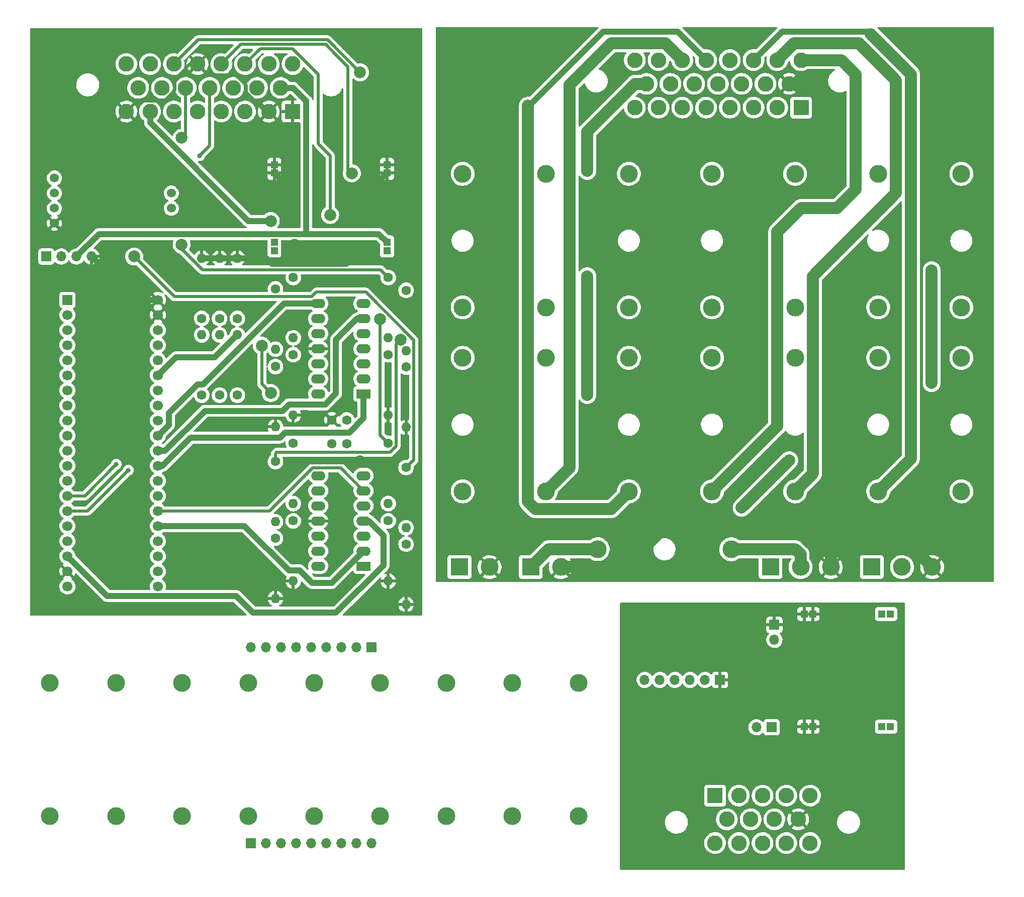
<source format=gbr>
%TF.GenerationSoftware,KiCad,Pcbnew,6.0.4+dfsg-1+b1*%
%TF.CreationDate,2022-05-05T15:10:19-03:00*%
%TF.ProjectId,painel1,7061696e-656c-4312-9e6b-696361645f70,rev?*%
%TF.SameCoordinates,Original*%
%TF.FileFunction,Copper,L2,Bot*%
%TF.FilePolarity,Positive*%
%FSLAX46Y46*%
G04 Gerber Fmt 4.6, Leading zero omitted, Abs format (unit mm)*
G04 Created by KiCad (PCBNEW 6.0.4+dfsg-1+b1) date 2022-05-05 15:10:19*
%MOMM*%
%LPD*%
G01*
G04 APERTURE LIST*
%TA.AperFunction,ComponentPad*%
%ADD10C,1.600000*%
%TD*%
%TA.AperFunction,ComponentPad*%
%ADD11O,1.600000X1.600000*%
%TD*%
%TA.AperFunction,ComponentPad*%
%ADD12C,3.000000*%
%TD*%
%TA.AperFunction,ComponentPad*%
%ADD13C,2.625000*%
%TD*%
%TA.AperFunction,ComponentPad*%
%ADD14R,2.625000X2.625000*%
%TD*%
%TA.AperFunction,ComponentPad*%
%ADD15R,1.700000X1.700000*%
%TD*%
%TA.AperFunction,ComponentPad*%
%ADD16C,1.700000*%
%TD*%
%TA.AperFunction,ComponentPad*%
%ADD17R,3.000000X3.000000*%
%TD*%
%TA.AperFunction,ComponentPad*%
%ADD18C,1.524000*%
%TD*%
%TA.AperFunction,ComponentPad*%
%ADD19O,1.700000X1.700000*%
%TD*%
%TA.AperFunction,ComponentPad*%
%ADD20R,1.308000X1.308000*%
%TD*%
%TA.AperFunction,ComponentPad*%
%ADD21R,2.400000X1.600000*%
%TD*%
%TA.AperFunction,ComponentPad*%
%ADD22O,2.400000X1.600000*%
%TD*%
%TA.AperFunction,ViaPad*%
%ADD23C,2.000000*%
%TD*%
%TA.AperFunction,ViaPad*%
%ADD24C,0.800000*%
%TD*%
%TA.AperFunction,Conductor*%
%ADD25C,1.000000*%
%TD*%
%TA.AperFunction,Conductor*%
%ADD26C,2.000000*%
%TD*%
%TA.AperFunction,Conductor*%
%ADD27C,0.500000*%
%TD*%
G04 APERTURE END LIST*
D10*
%TO.P,R5,1*%
%TO.N,N/C*%
X93977500Y-109217500D03*
D11*
%TO.P,R5,2*%
X93977500Y-119377500D03*
%TD*%
D10*
%TO.P,R3,1*%
%TO.N,N/C*%
X74977500Y-77217500D03*
D11*
%TO.P,R3,2*%
X74977500Y-87377500D03*
%TD*%
D12*
%TO.P,F3,1*%
%TO.N,N/C*%
X187500000Y-113250000D03*
%TO.P,F3,2*%
X187500000Y-90750000D03*
%TD*%
%TO.P,F4,1*%
%TO.N,N/C*%
X67375000Y-168000000D03*
%TO.P,F4,2*%
X67375000Y-145500000D03*
%TD*%
D13*
%TO.P,J1,14,14*%
%TO.N,N/C*%
X162010000Y-172500000D03*
%TO.P,J1,13,13*%
X158010000Y-172500000D03*
%TO.P,J1,12,12*%
X154010000Y-172500000D03*
%TO.P,J1,11,11*%
X150010000Y-172500000D03*
%TO.P,J1,10,10*%
X146010000Y-172500000D03*
%TO.P,J1,9,9*%
X160010000Y-168500000D03*
%TO.P,J1,8,8*%
X156010000Y-168500000D03*
%TO.P,J1,7,7*%
X152010000Y-168500000D03*
%TO.P,J1,6,6*%
X148010000Y-168500000D03*
%TO.P,J1,5,5*%
X162010000Y-164500000D03*
%TO.P,J1,4,4*%
X158010000Y-164500000D03*
%TO.P,J1,3,3*%
X154010000Y-164500000D03*
%TO.P,J1,2,2*%
X150010000Y-164500000D03*
D14*
%TO.P,J1,1,1*%
X146010000Y-164500000D03*
%TD*%
%TO.P,J1,1,1*%
%TO.N,N/C*%
X74857500Y-49255000D03*
D13*
%TO.P,J1,2,2*%
X70857500Y-49255000D03*
%TO.P,J1,3,3*%
X66857500Y-49255000D03*
%TO.P,J1,4,4*%
X62857500Y-49255000D03*
%TO.P,J1,5,5*%
X58857500Y-49255000D03*
%TO.P,J1,6,6*%
X54857500Y-49255000D03*
%TO.P,J1,7,7*%
X50857500Y-49255000D03*
%TO.P,J1,8,8*%
X46857500Y-49255000D03*
%TO.P,J1,9,9*%
X72857500Y-45255000D03*
%TO.P,J1,10,10*%
X68857500Y-45255000D03*
%TO.P,J1,11,11*%
X64857500Y-45255000D03*
%TO.P,J1,12,12*%
X60857500Y-45255000D03*
%TO.P,J1,13,13*%
X56857500Y-45255000D03*
%TO.P,J1,14,14*%
X52857500Y-45255000D03*
%TO.P,J1,15,15*%
X48857500Y-45255000D03*
%TO.P,J1,16,16*%
X74857500Y-41255000D03*
%TO.P,J1,17,17*%
X70857500Y-41255000D03*
%TO.P,J1,18,18*%
X66857500Y-41255000D03*
%TO.P,J1,19,19*%
X62857500Y-41255000D03*
%TO.P,J1,20,20*%
X58857500Y-41255000D03*
%TO.P,J1,21,21*%
X54857500Y-41255000D03*
%TO.P,J1,22,22*%
X50857500Y-41255000D03*
%TO.P,J1,23,23*%
X46857500Y-41255000D03*
%TD*%
D12*
%TO.P,F9,1*%
%TO.N,N/C*%
X131500000Y-59750000D03*
%TO.P,F9,2*%
X131500000Y-82250000D03*
%TD*%
D14*
%TO.P,J1,1,1*%
%TO.N,N/C*%
X160500000Y-48587500D03*
D13*
%TO.P,J1,2,2*%
X156500000Y-48587500D03*
%TO.P,J1,3,3*%
X152500000Y-48587500D03*
%TO.P,J1,4,4*%
X148500000Y-48587500D03*
%TO.P,J1,5,5*%
X144500000Y-48587500D03*
%TO.P,J1,6,6*%
X140500000Y-48587500D03*
%TO.P,J1,7,7*%
X136500000Y-48587500D03*
%TO.P,J1,8,8*%
X132500000Y-48587500D03*
%TO.P,J1,9,9*%
X158500000Y-44587500D03*
%TO.P,J1,10,10*%
X154500000Y-44587500D03*
%TO.P,J1,11,11*%
X150500000Y-44587500D03*
%TO.P,J1,12,12*%
X146500000Y-44587500D03*
%TO.P,J1,13,13*%
X142500000Y-44587500D03*
%TO.P,J1,14,14*%
X138500000Y-44587500D03*
%TO.P,J1,15,15*%
X134500000Y-44587500D03*
%TO.P,J1,16,16*%
X160500000Y-40587500D03*
%TO.P,J1,17,17*%
X156500000Y-40587500D03*
%TO.P,J1,18,18*%
X152500000Y-40587500D03*
%TO.P,J1,19,19*%
X148500000Y-40587500D03*
%TO.P,J1,20,20*%
X144500000Y-40587500D03*
%TO.P,J1,21,21*%
X140500000Y-40587500D03*
%TO.P,J1,22,22*%
X136500000Y-40587500D03*
%TO.P,J1,23,23*%
X132500000Y-40587500D03*
%TD*%
D10*
%TO.P,R1,1*%
%TO.N,N/C*%
X93977500Y-79377500D03*
D11*
%TO.P,R1,2*%
X93977500Y-89537500D03*
%TD*%
D10*
%TO.P,R19,1*%
%TO.N,N/C*%
X59562500Y-97032500D03*
D11*
%TO.P,R19,2*%
X59562500Y-86872500D03*
%TD*%
D12*
%TO.P,F8,1*%
%TO.N,N/C*%
X111875000Y-168000000D03*
%TO.P,F8,2*%
X111875000Y-145500000D03*
%TD*%
%TO.P,F9,1*%
%TO.N,N/C*%
X123000000Y-168000000D03*
%TO.P,F9,2*%
X123000000Y-145500000D03*
%TD*%
D10*
%TO.P,R4,1*%
%TO.N,N/C*%
X74977500Y-90217500D03*
D11*
%TO.P,R4,2*%
X74977500Y-100377500D03*
%TD*%
D12*
%TO.P,F10,1*%
%TO.N,N/C*%
X145500000Y-59750000D03*
%TO.P,F10,2*%
X145500000Y-82250000D03*
%TD*%
D15*
%TO.P,U1,1,PB12*%
%TO.N,N/C*%
X36942500Y-80982500D03*
D16*
%TO.P,U1,2,PB13*%
X36942500Y-83522500D03*
%TO.P,U1,3,PB14*%
X36942500Y-86062500D03*
%TO.P,U1,4,PB15*%
X36942500Y-88602500D03*
%TO.P,U1,5,PA8*%
X36942500Y-91142500D03*
%TO.P,U1,6,PA9*%
X36942500Y-93682500D03*
%TO.P,U1,7,PA10*%
X36942500Y-96222500D03*
%TO.P,U1,8,PA11*%
X36942500Y-98762500D03*
%TO.P,U1,9,PA12*%
X36942500Y-101302500D03*
%TO.P,U1,10,PA15*%
X36942500Y-103842500D03*
%TO.P,U1,11,PB3*%
X36942500Y-106382500D03*
%TO.P,U1,12,PB4*%
X36942500Y-108922500D03*
%TO.P,U1,13,PB5*%
X36942500Y-111462500D03*
%TO.P,U1,14,PB6*%
X36942500Y-114002500D03*
%TO.P,U1,15,PB7*%
X36942500Y-116542500D03*
%TO.P,U1,16,PB8*%
X36942500Y-119082500D03*
%TO.P,U1,17,PB9*%
X36942500Y-121622500D03*
%TO.P,U1,18,5V*%
X36942500Y-124162500D03*
%TO.P,U1,19,GND*%
X36942500Y-126702500D03*
%TO.P,U1,20,3V3*%
X36942500Y-129242500D03*
%TO.P,U1,21,VBat*%
X52182500Y-129242500D03*
%TO.P,U1,22,PC13*%
X52182500Y-126702500D03*
%TO.P,U1,23,PC14*%
X52182500Y-124162500D03*
%TO.P,U1,24,PC15*%
X52182500Y-121622500D03*
%TO.P,U1,25,PA0*%
X52182500Y-119082500D03*
%TO.P,U1,26,PA1*%
X52182500Y-116542500D03*
%TO.P,U1,27,PA2*%
X52182500Y-114002500D03*
%TO.P,U1,28,PA3*%
X52182500Y-111462500D03*
%TO.P,U1,29,PA4*%
X52182500Y-108922500D03*
%TO.P,U1,30,PA5*%
X52182500Y-106382500D03*
%TO.P,U1,31,PA6*%
X52182500Y-103842500D03*
%TO.P,U1,32,PA7*%
X52182500Y-101302500D03*
%TO.P,U1,33,PB0*%
X52182500Y-98762500D03*
%TO.P,U1,34,PB1*%
X52182500Y-96222500D03*
%TO.P,U1,35,PB10*%
X52182500Y-93682500D03*
%TO.P,U1,36,PB11*%
X52182500Y-91142500D03*
%TO.P,U1,37,RST*%
X52182500Y-88602500D03*
%TO.P,U1,38,3V3*%
X52182500Y-86062500D03*
%TO.P,U1,39,GND*%
X52182500Y-83522500D03*
%TO.P,U1,40,GND*%
X52182500Y-80982500D03*
%TD*%
D17*
%TO.P,J3,1,Pin_1*%
%TO.N,N/C*%
X114960000Y-126000000D03*
D12*
%TO.P,J3,2,Pin_2*%
X120040000Y-126000000D03*
%TD*%
%TO.P,F2,1*%
%TO.N,N/C*%
X45125000Y-168000000D03*
%TO.P,F2,2*%
X45125000Y-145500000D03*
%TD*%
D10*
%TO.P,R6,1*%
%TO.N,N/C*%
X93977500Y-122137500D03*
D11*
%TO.P,R6,2*%
X93977500Y-132297500D03*
%TD*%
D12*
%TO.P,F4,1*%
%TO.N,N/C*%
X173500000Y-113250000D03*
%TO.P,F4,2*%
X173500000Y-90750000D03*
%TD*%
%TO.P,F3,1*%
%TO.N,N/C*%
X56250000Y-168000000D03*
%TO.P,F3,2*%
X56250000Y-145500000D03*
%TD*%
D10*
%TO.P,R2,1*%
%TO.N,N/C*%
X93977500Y-92297500D03*
D11*
%TO.P,R2,2*%
X93977500Y-102457500D03*
%TD*%
D10*
%TO.P,R15,1*%
%TO.N,N/C*%
X74977500Y-105137500D03*
D11*
%TO.P,R15,2*%
X74977500Y-115297500D03*
%TD*%
D12*
%TO.P,F8,1*%
%TO.N,N/C*%
X148750000Y-123000000D03*
%TO.P,F8,2*%
X126250000Y-123000000D03*
%TD*%
D18*
%TO.P,U3,1,VCC*%
%TO.N,N/C*%
X34752500Y-60460000D03*
%TO.P,U3,2,TX*%
X34752500Y-63000000D03*
%TO.P,U3,3,RX*%
X34752500Y-65540000D03*
%TO.P,U3,4,GND*%
X34752500Y-68080000D03*
%TO.P,U3,5,CANH*%
X54437500Y-63000000D03*
%TO.P,U3,6,CANL*%
X54437500Y-65540000D03*
%TD*%
D10*
%TO.P,R20,1*%
%TO.N,N/C*%
X59562500Y-84112500D03*
D11*
%TO.P,R20,2*%
X59562500Y-73952500D03*
%TD*%
D10*
%TO.P,R7,1*%
%TO.N,N/C*%
X71977500Y-108217500D03*
D11*
%TO.P,R7,2*%
X71977500Y-118377500D03*
%TD*%
D10*
%TO.P,C1,1*%
%TO.N,N/C*%
X83977500Y-101217500D03*
%TO.P,C1,2*%
X81477500Y-101217500D03*
%TD*%
D19*
%TO.P,J1,9,Pin_9*%
%TO.N,N/C*%
X88170000Y-172500000D03*
%TO.P,J1,8,Pin_8*%
X85630000Y-172500000D03*
%TO.P,J1,7,Pin_7*%
X83090000Y-172500000D03*
%TO.P,J1,6,Pin_6*%
X80550000Y-172500000D03*
%TO.P,J1,5,Pin_5*%
X78010000Y-172500000D03*
%TO.P,J1,4,Pin_4*%
X75470000Y-172500000D03*
%TO.P,J1,3,Pin_3*%
X72930000Y-172500000D03*
%TO.P,J1,2,Pin_2*%
X70390000Y-172500000D03*
D15*
%TO.P,J1,1,Pin_1*%
X67850000Y-172500000D03*
%TD*%
D10*
%TO.P,R12,1*%
%TO.N,N/C*%
X71977500Y-92217500D03*
D11*
%TO.P,R12,2*%
X71977500Y-102377500D03*
%TD*%
D10*
%TO.P,R21,1*%
%TO.N,N/C*%
X65562500Y-97032500D03*
D11*
%TO.P,R21,2*%
X65562500Y-86872500D03*
%TD*%
D12*
%TO.P,F5,1*%
%TO.N,N/C*%
X78500000Y-168000000D03*
%TO.P,F5,2*%
X78500000Y-145500000D03*
%TD*%
%TO.P,F1,1*%
%TO.N,N/C*%
X34000000Y-168000000D03*
%TO.P,F1,2*%
X34000000Y-145500000D03*
%TD*%
D10*
%TO.P,R22,1*%
%TO.N,N/C*%
X65562500Y-84112500D03*
D11*
%TO.P,R22,2*%
X65562500Y-73952500D03*
%TD*%
D10*
%TO.P,R13,1*%
%TO.N,N/C*%
X90977500Y-105137500D03*
D11*
%TO.P,R13,2*%
X90977500Y-115297500D03*
%TD*%
D15*
%TO.P,J2,1,Pin_1*%
%TO.N,N/C*%
X88150000Y-139500000D03*
D19*
%TO.P,J2,2,Pin_2*%
X85610000Y-139500000D03*
%TO.P,J2,3,Pin_3*%
X83070000Y-139500000D03*
%TO.P,J2,4,Pin_4*%
X80530000Y-139500000D03*
%TO.P,J2,5,Pin_5*%
X77990000Y-139500000D03*
%TO.P,J2,6,Pin_6*%
X75450000Y-139500000D03*
%TO.P,J2,7,Pin_7*%
X72910000Y-139500000D03*
%TO.P,J2,8,Pin_8*%
X70370000Y-139500000D03*
%TO.P,J2,9,Pin_9*%
X67830000Y-139500000D03*
%TD*%
D20*
%TO.P,U1,8,VOUT+*%
%TO.N,N/C*%
X175516750Y-133906750D03*
%TO.P,U1,7,VOUT+*%
X174116750Y-133906750D03*
%TO.P,U1,6,VOUT-*%
X162446750Y-133906750D03*
%TO.P,U1,5,VOUT-*%
X161046750Y-133906750D03*
%TO.P,U1,4,VIN+*%
X175516750Y-152906750D03*
%TO.P,U1,3,VIN+*%
X174116750Y-152906750D03*
%TO.P,U1,2,VIN-*%
X162446750Y-152906750D03*
%TO.P,U1,1,VIN-*%
X161046750Y-152906750D03*
%TD*%
%TO.P,U2,1,VIN-*%
%TO.N,N/C*%
X71775750Y-58219250D03*
%TO.P,U2,2,VIN-*%
X71775750Y-59619250D03*
%TO.P,U2,3,VIN+*%
X71775750Y-71289250D03*
%TO.P,U2,4,VIN+*%
X71775750Y-72689250D03*
%TO.P,U2,5,VOUT-*%
X90775750Y-58219250D03*
%TO.P,U2,6,VOUT-*%
X90775750Y-59619250D03*
%TO.P,U2,7,VOUT+*%
X90775750Y-71289250D03*
%TO.P,U2,8,VOUT+*%
X90775750Y-72689250D03*
%TD*%
D10*
%TO.P,R16,1*%
%TO.N,N/C*%
X74977500Y-118217500D03*
D11*
%TO.P,R16,2*%
X74977500Y-128377500D03*
%TD*%
D12*
%TO.P,F6,1*%
%TO.N,N/C*%
X145500000Y-113250000D03*
%TO.P,F6,2*%
X145500000Y-90750000D03*
%TD*%
%TO.P,F11,1*%
%TO.N,N/C*%
X159500000Y-59750000D03*
%TO.P,F11,2*%
X159500000Y-82250000D03*
%TD*%
D10*
%TO.P,R11,1*%
%TO.N,N/C*%
X71977500Y-79137500D03*
D11*
%TO.P,R11,2*%
X71977500Y-89297500D03*
%TD*%
D12*
%TO.P,F7,1*%
%TO.N,N/C*%
X100750000Y-168000000D03*
%TO.P,F7,2*%
X100750000Y-145500000D03*
%TD*%
D10*
%TO.P,R10,1*%
%TO.N,N/C*%
X90977500Y-90217500D03*
D11*
%TO.P,R10,2*%
X90977500Y-100377500D03*
%TD*%
D10*
%TO.P,R8,1*%
%TO.N,N/C*%
X71977500Y-121137500D03*
D11*
%TO.P,R8,2*%
X71977500Y-131297500D03*
%TD*%
D10*
%TO.P,R18,1*%
%TO.N,N/C*%
X62562500Y-84112500D03*
D11*
%TO.P,R18,2*%
X62562500Y-73952500D03*
%TD*%
D12*
%TO.P,F6,1*%
%TO.N,N/C*%
X89625000Y-168000000D03*
%TO.P,F6,2*%
X89625000Y-145500000D03*
%TD*%
%TO.P,F13,1*%
%TO.N,N/C*%
X187500000Y-59750000D03*
%TO.P,F13,2*%
X187500000Y-82250000D03*
%TD*%
%TO.P,F14,1*%
%TO.N,N/C*%
X103500000Y-90750000D03*
%TO.P,F14,2*%
X103500000Y-113250000D03*
%TD*%
%TO.P,F7,1*%
%TO.N,N/C*%
X103500000Y-59750000D03*
%TO.P,F7,2*%
X103500000Y-82250000D03*
%TD*%
D17*
%TO.P,J2,1,Pin_1*%
%TO.N,N/C*%
X172420000Y-126000000D03*
D12*
%TO.P,J2,2,Pin_2*%
X177500000Y-126000000D03*
%TO.P,J2,3,Pin_3*%
X182580000Y-126000000D03*
%TD*%
%TO.P,F1,1*%
%TO.N,N/C*%
X117500000Y-113250000D03*
%TO.P,F1,2*%
X117500000Y-90750000D03*
%TD*%
D10*
%TO.P,R14,1*%
%TO.N,N/C*%
X90977500Y-118217500D03*
D11*
%TO.P,R14,2*%
X90977500Y-128377500D03*
%TD*%
D21*
%TO.P,U5,1*%
%TO.N,N/C*%
X86802500Y-125842500D03*
D22*
%TO.P,U5,2,-*%
X86802500Y-123302500D03*
%TO.P,U5,3,+*%
X86802500Y-120762500D03*
%TO.P,U5,4,V+*%
X86802500Y-118222500D03*
%TO.P,U5,5,+*%
X86802500Y-115682500D03*
%TO.P,U5,6,-*%
X86802500Y-113142500D03*
%TO.P,U5,7*%
X86802500Y-110602500D03*
%TO.P,U5,8*%
X79182500Y-110602500D03*
%TO.P,U5,9,-*%
X79182500Y-113142500D03*
%TO.P,U5,10,+*%
X79182500Y-115682500D03*
%TO.P,U5,11,V-*%
X79182500Y-118222500D03*
%TO.P,U5,12,+*%
X79182500Y-120762500D03*
%TO.P,U5,13,-*%
X79182500Y-123302500D03*
%TO.P,U5,14*%
X79182500Y-125842500D03*
%TD*%
D10*
%TO.P,R9,1*%
%TO.N,N/C*%
X90977500Y-77217500D03*
D11*
%TO.P,R9,2*%
X90977500Y-87377500D03*
%TD*%
D17*
%TO.P,J4,1,Pin_1*%
%TO.N,N/C*%
X155340000Y-126000000D03*
D12*
%TO.P,J4,2,Pin_2*%
X160420000Y-126000000D03*
%TO.P,J4,3,Pin_3*%
X165500000Y-126000000D03*
%TD*%
D19*
%TO.P,J2,6,Pin_6*%
%TO.N,N/C*%
X134160000Y-145000000D03*
%TO.P,J2,5,Pin_5*%
X136700000Y-145000000D03*
%TO.P,J2,4,Pin_4*%
X139240000Y-145000000D03*
%TO.P,J2,3,Pin_3*%
X141780000Y-145000000D03*
%TO.P,J2,2,Pin_2*%
X144320000Y-145000000D03*
D15*
%TO.P,J2,1,Pin_1*%
X146860000Y-145000000D03*
%TD*%
D19*
%TO.P,J3,2,Pin_2*%
%TO.N,N/C*%
X153010000Y-153000000D03*
D15*
%TO.P,J3,1,Pin_1*%
X155550000Y-153000000D03*
%TD*%
D12*
%TO.P,F12,1*%
%TO.N,N/C*%
X173500000Y-59750000D03*
%TO.P,F12,2*%
X173500000Y-82250000D03*
%TD*%
D10*
%TO.P,R17,1*%
%TO.N,N/C*%
X62562500Y-97032500D03*
D11*
%TO.P,R17,2*%
X62562500Y-86872500D03*
%TD*%
D15*
%TO.P,J2,1,Pin_1*%
%TO.N,N/C*%
X33382500Y-73682500D03*
D19*
%TO.P,J2,2,Pin_2*%
X35922500Y-73682500D03*
%TO.P,J2,3,Pin_3*%
X38462500Y-73682500D03*
%TO.P,J2,4,Pin_4*%
X41002500Y-73682500D03*
%TD*%
D12*
%TO.P,F2,1*%
%TO.N,N/C*%
X131500000Y-113250000D03*
%TO.P,F2,2*%
X131500000Y-90750000D03*
%TD*%
%TO.P,F5,1*%
%TO.N,N/C*%
X159500000Y-113250000D03*
%TO.P,F5,2*%
X159500000Y-90750000D03*
%TD*%
D17*
%TO.P,J5,1,Pin_1*%
%TO.N,N/C*%
X102960000Y-126000000D03*
D12*
%TO.P,J5,2,Pin_2*%
X108040000Y-126000000D03*
%TD*%
D10*
%TO.P,C2,1*%
%TO.N,N/C*%
X83977500Y-105217500D03*
%TO.P,C2,2*%
X81477500Y-105217500D03*
%TD*%
D19*
%TO.P,J4,2,Pin_2*%
%TO.N,N/C*%
X156010000Y-138265000D03*
D15*
%TO.P,J4,1,Pin_1*%
X156010000Y-135725000D03*
%TD*%
D12*
%TO.P,F15,1*%
%TO.N,N/C*%
X117500000Y-59750000D03*
%TO.P,F15,2*%
X117500000Y-82250000D03*
%TD*%
D21*
%TO.P,U4,1*%
%TO.N,N/C*%
X86802500Y-96842500D03*
D22*
%TO.P,U4,2,-*%
X86802500Y-94302500D03*
%TO.P,U4,3,+*%
X86802500Y-91762500D03*
%TO.P,U4,4,V+*%
X86802500Y-89222500D03*
%TO.P,U4,5,+*%
X86802500Y-86682500D03*
%TO.P,U4,6,-*%
X86802500Y-84142500D03*
%TO.P,U4,7*%
X86802500Y-81602500D03*
%TO.P,U4,8*%
X79182500Y-81602500D03*
%TO.P,U4,9,-*%
X79182500Y-84142500D03*
%TO.P,U4,10,+*%
X79182500Y-86682500D03*
%TO.P,U4,11,V-*%
X79182500Y-89222500D03*
%TO.P,U4,12,+*%
X79182500Y-91762500D03*
%TO.P,U4,13,-*%
X79182500Y-94302500D03*
%TO.P,U4,14*%
X79182500Y-96842500D03*
%TD*%
D23*
%TO.N,*%
X81182500Y-66682500D03*
X48182500Y-73682500D03*
X86182500Y-108182000D03*
D24*
X59182500Y-56682500D03*
D23*
X74182500Y-67682500D03*
D24*
X47182500Y-109682500D03*
D23*
X165500000Y-63000000D03*
X124500000Y-59249989D03*
X71182500Y-96682500D03*
X86182500Y-72682500D03*
X93076201Y-87696815D03*
X89622193Y-84242807D03*
X182500000Y-76000000D03*
X150500000Y-116000000D03*
X56182500Y-53682500D03*
X84845155Y-59656184D03*
D24*
X45182500Y-108682500D03*
D23*
X69669500Y-88682500D03*
X158500000Y-108000000D03*
X124500000Y-77000000D03*
X75182500Y-71682500D03*
X182500000Y-95000000D03*
X124500000Y-97000000D03*
X75182500Y-108682500D03*
X71182500Y-67682500D03*
X169500000Y-75000000D03*
X86212491Y-42652509D03*
X56182500Y-71682500D03*
X85182500Y-66682500D03*
%TD*%
D25*
%TO.N,*%
X52182500Y-106382500D02*
X53384581Y-106382500D01*
D26*
X167282345Y-40587500D02*
X160500000Y-40587500D01*
X121500000Y-109250000D02*
X117500000Y-113250000D01*
X137823721Y-119000000D02*
X130823721Y-126000000D01*
D27*
X69669500Y-88682500D02*
X69669500Y-95169500D01*
D25*
X65342011Y-130842011D02*
X68182500Y-133682500D01*
D27*
X39862500Y-114002500D02*
X45182500Y-108682500D01*
D26*
X182500000Y-76000000D02*
X182500000Y-95000000D01*
D27*
X60669511Y-43067011D02*
X65232083Y-43067011D01*
D25*
X127224031Y-35775969D02*
X114500489Y-48499511D01*
D26*
X148750000Y-123000000D02*
X159541320Y-123000000D01*
D27*
X59182500Y-56682500D02*
X60857500Y-55007500D01*
D25*
X54032011Y-102068594D02*
X52258105Y-103842500D01*
D26*
X128500489Y-116249511D02*
X115749511Y-116249511D01*
D25*
X79182500Y-81602500D02*
X73377394Y-81602500D01*
D26*
X165500000Y-119000000D02*
X137823721Y-119000000D01*
X159312011Y-37775489D02*
X170275489Y-37775489D01*
X170275489Y-37775489D02*
X176499511Y-43999511D01*
D25*
X74232117Y-126577989D02*
X76077989Y-126577989D01*
D27*
X62857500Y-41255000D02*
X66179520Y-37932980D01*
D25*
X50857500Y-51111155D02*
X67428845Y-67682500D01*
X52258105Y-103842500D02*
X52182500Y-103842500D01*
X77847892Y-98642020D02*
X80327885Y-98642020D01*
D27*
X95277011Y-107917989D02*
X93977500Y-109217500D01*
D26*
X156500000Y-40587500D02*
X159312011Y-37775489D01*
D25*
X65562500Y-73952500D02*
X62562500Y-73952500D01*
X80327885Y-98642020D02*
X82182500Y-96787405D01*
X71418469Y-74918469D02*
X74418469Y-74918469D01*
D27*
X40322500Y-116542500D02*
X36942500Y-116542500D01*
D26*
X156500489Y-102249511D02*
X156500489Y-69499991D01*
D27*
X71977500Y-106887500D02*
X72182500Y-106682500D01*
D26*
X162499511Y-110250489D02*
X159500000Y-113250000D01*
D27*
X90977500Y-77217500D02*
X89677989Y-75917989D01*
D26*
X124500000Y-97000000D02*
X124500000Y-77000000D01*
D27*
X67045489Y-46005561D02*
X70294928Y-49255000D01*
D25*
X86802500Y-118222500D02*
X87722500Y-118222500D01*
D27*
X80743442Y-37183460D02*
X86212491Y-42652509D01*
D26*
X166535335Y-65499520D02*
X169674521Y-62360334D01*
X137687989Y-37775489D02*
X128529666Y-37775489D01*
X172267428Y-36232572D02*
X178999031Y-42964176D01*
D25*
X67428845Y-67682500D02*
X71182500Y-67682500D01*
D27*
X92277011Y-105675776D02*
X92277011Y-100587989D01*
X95277011Y-87777011D02*
X95277011Y-107917989D01*
D25*
X78182500Y-128682500D02*
X81422500Y-128682500D01*
X70452500Y-73952500D02*
X71418469Y-74918469D01*
D27*
X56182500Y-72410287D02*
X56182500Y-71682500D01*
X92277011Y-100587989D02*
X92277011Y-88496005D01*
D25*
X74232117Y-98577989D02*
X77783861Y-98577989D01*
X77783861Y-98577989D02*
X77847892Y-98642020D01*
D26*
X134500000Y-44587500D02*
X132523215Y-44587500D01*
X128529666Y-37775489D02*
X121500000Y-44805155D01*
D25*
X83946531Y-74918469D02*
X86182500Y-72682500D01*
X53384581Y-106382500D02*
X60084581Y-99682500D01*
X73127606Y-99682500D02*
X74232117Y-98577989D01*
D27*
X87182500Y-79682500D02*
X95277011Y-87777011D01*
D26*
X169674521Y-62360334D02*
X169674521Y-42979676D01*
D27*
X90977500Y-105137500D02*
X89622193Y-103782193D01*
D25*
X59746905Y-95232989D02*
X58817117Y-95232989D01*
D26*
X114500489Y-115000489D02*
X114500489Y-49000489D01*
D27*
X84182500Y-58993529D02*
X84845155Y-59656184D01*
D25*
X65562500Y-73952500D02*
X69452500Y-73952500D01*
X48302500Y-80982500D02*
X41002500Y-73682500D01*
D26*
X158500000Y-108000000D02*
X150500000Y-116000000D01*
D27*
X78244222Y-109302980D02*
X82962980Y-109302980D01*
D25*
X69452500Y-73952500D02*
X70452500Y-73952500D01*
X82182500Y-133682500D02*
X90182500Y-125682500D01*
D27*
X80432980Y-37932980D02*
X82182500Y-39682500D01*
D25*
X75683000Y-108182000D02*
X75182500Y-108682500D01*
X74418469Y-74918469D02*
X83946531Y-74918469D01*
X50857500Y-49255000D02*
X50857500Y-51111155D01*
D26*
X121500000Y-44805155D02*
X121500000Y-109250000D01*
D27*
X70294928Y-49255000D02*
X70857500Y-49255000D01*
D25*
X86182500Y-108182000D02*
X75683000Y-108182000D01*
D26*
X178999031Y-107750969D02*
X173500000Y-113250000D01*
X159541320Y-123000000D02*
X160420000Y-123878680D01*
D25*
X74981522Y-45255000D02*
X77182500Y-47455978D01*
D27*
X47182500Y-109682500D02*
X40322500Y-116542500D01*
X72417989Y-75917989D02*
X59690202Y-75917989D01*
D26*
X160420000Y-123878680D02*
X160420000Y-126000000D01*
D25*
X89372239Y-69885739D02*
X76979261Y-69885739D01*
X144500000Y-40587500D02*
X139688469Y-35775969D01*
D26*
X158500000Y-44587500D02*
X162124022Y-44587500D01*
D27*
X89677989Y-75917989D02*
X72417989Y-75917989D01*
D26*
X169500000Y-75000000D02*
X165500000Y-79000000D01*
D25*
X54032011Y-100018095D02*
X54032011Y-102068594D01*
D27*
X58430000Y-37682500D02*
X58929040Y-37183460D01*
D25*
X157311531Y-35775969D02*
X171810825Y-35775969D01*
X58817117Y-95232989D02*
X54032011Y-100018095D01*
D27*
X54857500Y-41255000D02*
X54857500Y-42007500D01*
X36942500Y-114002500D02*
X39862500Y-114002500D01*
D26*
X182580000Y-126000000D02*
X175580000Y-119000000D01*
D25*
X74182500Y-67682500D02*
X74182500Y-62026000D01*
X43622011Y-130842011D02*
X65342011Y-130842011D01*
X171810825Y-35775969D02*
X172267428Y-36232572D01*
D26*
X165500000Y-79000000D02*
X165500000Y-119000000D01*
X160500960Y-65499520D02*
X166535335Y-65499520D01*
D27*
X84182500Y-41682500D02*
X82182500Y-39682500D01*
D25*
X73377394Y-81602500D02*
X59746905Y-95232989D01*
X52182500Y-93682500D02*
X55182500Y-90682500D01*
X90775750Y-71289250D02*
X89372239Y-69885739D01*
D27*
X56182500Y-53682500D02*
X56857500Y-53007500D01*
X55045489Y-43819511D02*
X57610000Y-41255000D01*
X74847572Y-38682500D02*
X69430000Y-38682500D01*
D26*
X114500489Y-49000489D02*
X114500489Y-48269810D01*
D25*
X87722500Y-118222500D02*
X90182500Y-120682500D01*
D27*
X81182500Y-56682500D02*
X81182500Y-66682500D01*
D26*
X162499511Y-77000489D02*
X162499511Y-110250489D01*
D27*
X66857500Y-41255000D02*
X69430000Y-38682500D01*
X55045489Y-45629583D02*
X55045489Y-43819511D01*
D25*
X73561905Y-103337989D02*
X72722883Y-104177011D01*
X61752500Y-90682500D02*
X65562500Y-86872500D01*
D26*
X162124022Y-44587500D02*
X165500000Y-47963478D01*
D27*
X78110191Y-80437011D02*
X78864702Y-79682500D01*
D25*
X77182500Y-69682500D02*
X76979261Y-69885739D01*
D26*
X176499511Y-43999511D02*
X176499511Y-63000489D01*
D27*
X46857500Y-49255000D02*
X48669511Y-47442989D01*
D26*
X126250000Y-123000000D02*
X117960000Y-123000000D01*
D25*
X74418469Y-74918469D02*
X74418469Y-72446531D01*
X86802500Y-100937394D02*
X84401905Y-103337989D01*
X85722500Y-84142500D02*
X86802500Y-84142500D01*
D26*
X124500000Y-52610715D02*
X124500000Y-59249989D01*
D27*
X48182500Y-73682500D02*
X54937011Y-80437011D01*
X65232083Y-43067011D02*
X67045489Y-44880417D01*
X71004702Y-116542500D02*
X78244222Y-109302980D01*
X53232083Y-47442989D02*
X55045489Y-45629583D01*
X58857500Y-41255000D02*
X60669511Y-43067011D01*
D26*
X165500000Y-47963478D02*
X165500000Y-63000000D01*
D27*
X54857500Y-41255000D02*
X58430000Y-37682500D01*
D25*
X85182500Y-66682500D02*
X85182500Y-65212500D01*
X55182500Y-90682500D02*
X61752500Y-90682500D01*
D27*
X52182500Y-116542500D02*
X71004702Y-116542500D01*
D26*
X178999031Y-42964176D02*
X178999031Y-107750969D01*
D25*
X84401905Y-103337989D02*
X73561905Y-103337989D01*
D26*
X130823721Y-126000000D02*
X120040000Y-126000000D01*
D27*
X78864702Y-79682500D02*
X87182500Y-79682500D01*
D26*
X115749511Y-116249511D02*
X114500489Y-115000489D01*
D27*
X89622193Y-103782193D02*
X89622193Y-84242807D01*
X54937011Y-80437011D02*
X78110191Y-80437011D01*
D25*
X74182500Y-62026000D02*
X71775750Y-59619250D01*
X52965223Y-108922500D02*
X52182500Y-108922500D01*
D27*
X91270287Y-106682500D02*
X92277011Y-105675776D01*
X82962980Y-109302980D02*
X86802500Y-113142500D01*
D26*
X156500489Y-69499991D02*
X160500960Y-65499520D01*
D25*
X81422500Y-128682500D02*
X86802500Y-123302500D01*
X42259261Y-69885739D02*
X38462500Y-73682500D01*
D27*
X57610000Y-41255000D02*
X58857500Y-41255000D01*
D25*
X152500000Y-40587500D02*
X157311531Y-35775969D01*
X77182500Y-47455978D02*
X77182500Y-69682500D01*
D27*
X48669511Y-47442989D02*
X53232083Y-47442989D01*
D25*
X52182500Y-80982500D02*
X48302500Y-80982500D01*
D27*
X79182500Y-54682500D02*
X79182500Y-43017428D01*
D25*
X82182500Y-87682500D02*
X85722500Y-84142500D01*
D27*
X72182500Y-106682500D02*
X91270287Y-106682500D01*
X66179520Y-37932980D02*
X80432980Y-37932980D01*
D25*
X52182500Y-119082500D02*
X66736628Y-119082500D01*
X82182500Y-96787405D02*
X82182500Y-87682500D01*
X90182500Y-125682500D02*
X90182500Y-120682500D01*
D27*
X67045489Y-44880417D02*
X67045489Y-46005561D01*
D26*
X145500000Y-113250000D02*
X156500489Y-102249511D01*
D25*
X36942500Y-124162500D02*
X43622011Y-130842011D01*
D26*
X175580000Y-119000000D02*
X165500000Y-119000000D01*
D27*
X56857500Y-53007500D02*
X56857500Y-45255000D01*
D26*
X169674521Y-42979676D02*
X167282345Y-40587500D01*
D27*
X69669500Y-95169500D02*
X71182500Y-96682500D01*
D26*
X117960000Y-123000000D02*
X114960000Y-126000000D01*
X131500000Y-113250000D02*
X128500489Y-116249511D01*
D25*
X76979261Y-69885739D02*
X42259261Y-69885739D01*
D26*
X165500000Y-119000000D02*
X165500000Y-126000000D01*
D25*
X72857500Y-45255000D02*
X74981522Y-45255000D01*
D26*
X132523215Y-44587500D02*
X124500000Y-52610715D01*
D27*
X59690202Y-75917989D02*
X56182500Y-72410287D01*
X84182500Y-41682500D02*
X84182500Y-58993529D01*
D25*
X57710712Y-104177011D02*
X52965223Y-108922500D01*
X72722883Y-104177011D02*
X57710712Y-104177011D01*
D27*
X58929040Y-37183460D02*
X80743442Y-37183460D01*
D25*
X59562500Y-73952500D02*
X62562500Y-73952500D01*
X86802500Y-96842500D02*
X86802500Y-100937394D01*
X114500489Y-48499511D02*
X114500489Y-49000489D01*
X66736628Y-119082500D02*
X74232117Y-126577989D01*
X85182500Y-65212500D02*
X90775750Y-59619250D01*
D27*
X92277011Y-88496005D02*
X93076201Y-87696815D01*
X71977500Y-108217500D02*
X71977500Y-106887500D01*
D25*
X68182500Y-133682500D02*
X82182500Y-133682500D01*
D27*
X79182500Y-54682500D02*
X81182500Y-56682500D01*
D26*
X140500000Y-40587500D02*
X137687989Y-37775489D01*
D25*
X139688469Y-35775969D02*
X127224031Y-35775969D01*
D27*
X60857500Y-55007500D02*
X60857500Y-45255000D01*
X79182500Y-43017428D02*
X74847572Y-38682500D01*
D25*
X60084581Y-99682500D02*
X73127606Y-99682500D01*
X76077989Y-126577989D02*
X78182500Y-128682500D01*
X74418469Y-72446531D02*
X75182500Y-71682500D01*
D26*
X176499511Y-63000489D02*
X162499511Y-77000489D01*
%TD*%
%TA.AperFunction,NonConductor*%
G36*
X130038502Y-132066379D02*
G01*
X130092158Y-132019886D01*
X130144500Y-132008500D01*
X177875500Y-132008500D01*
X177943621Y-132028502D01*
X177990114Y-132082158D01*
X178001500Y-132134500D01*
X178001500Y-176865500D01*
X177981498Y-176933621D01*
X177927842Y-176980114D01*
X177875500Y-176991500D01*
X176218884Y-176991500D01*
X176218884Y-154069250D01*
X176281066Y-154062495D01*
X176417455Y-154011365D01*
X176534011Y-153924011D01*
X176621365Y-153807455D01*
X176672495Y-153671066D01*
X176679250Y-153608884D01*
X176679250Y-152204616D01*
X176672495Y-152142434D01*
X176621365Y-152006045D01*
X176534011Y-151889489D01*
X176417455Y-151802135D01*
X176281066Y-151751005D01*
X176218884Y-151744250D01*
X176218884Y-135069250D01*
X176281066Y-135062495D01*
X176417455Y-135011365D01*
X176534011Y-134924011D01*
X176621365Y-134807455D01*
X176672495Y-134671066D01*
X176679250Y-134608884D01*
X176679250Y-133204616D01*
X176672495Y-133142434D01*
X176621365Y-133006045D01*
X176534011Y-132889489D01*
X176417455Y-132802135D01*
X176281066Y-132751005D01*
X176218884Y-132744250D01*
X173414616Y-132744250D01*
X173352434Y-132751005D01*
X173216045Y-132802135D01*
X173099489Y-132889489D01*
X173012135Y-133006045D01*
X172961005Y-133142434D01*
X172954250Y-133204616D01*
X172954250Y-134608884D01*
X172961005Y-134671066D01*
X173012135Y-134807455D01*
X173099489Y-134924011D01*
X173216045Y-135011365D01*
X173352434Y-135062495D01*
X173414616Y-135069250D01*
X176218884Y-135069250D01*
X176218884Y-151744250D01*
X173414616Y-151744250D01*
X173352434Y-151751005D01*
X173216045Y-151802135D01*
X173099489Y-151889489D01*
X173012135Y-152006045D01*
X172961005Y-152142434D01*
X172954250Y-152204616D01*
X172954250Y-153608884D01*
X172961005Y-153671066D01*
X173012135Y-153807455D01*
X173099489Y-153924011D01*
X173216045Y-154011365D01*
X173352434Y-154062495D01*
X173414616Y-154069250D01*
X176218884Y-154069250D01*
X176218884Y-176991500D01*
X168479552Y-176991500D01*
X168479552Y-170938200D01*
X168752951Y-170923154D01*
X169021502Y-170869736D01*
X169279847Y-170779011D01*
X169283798Y-170776958D01*
X169283804Y-170776956D01*
X169339227Y-170748166D01*
X169522832Y-170652791D01*
X169526447Y-170650208D01*
X169526453Y-170650204D01*
X169577788Y-170613519D01*
X169745608Y-170493593D01*
X169943730Y-170304594D01*
X170113245Y-170089564D01*
X170115477Y-170085722D01*
X170115480Y-170085717D01*
X170248534Y-169856649D01*
X170248537Y-169856643D01*
X170250772Y-169852795D01*
X170278241Y-169784977D01*
X170351892Y-169603143D01*
X170351895Y-169603135D01*
X170353565Y-169599011D01*
X170372407Y-169523157D01*
X170418500Y-169337599D01*
X170418501Y-169337595D01*
X170419574Y-169333274D01*
X170443500Y-169099753D01*
X170443500Y-168930246D01*
X170429100Y-168726872D01*
X170428162Y-168722517D01*
X170428162Y-168722514D01*
X170372407Y-168463540D01*
X170372407Y-168463538D01*
X170371471Y-168459193D01*
X170276700Y-168202305D01*
X170146678Y-167961332D01*
X169984001Y-167741085D01*
X169791913Y-167545955D01*
X169788373Y-167543253D01*
X169577788Y-167382540D01*
X169577784Y-167382538D01*
X169574247Y-167379838D01*
X169335347Y-167246048D01*
X169079979Y-167147254D01*
X169025713Y-167134675D01*
X168817577Y-167086432D01*
X168813239Y-167085426D01*
X168540448Y-167061800D01*
X168267049Y-167076846D01*
X167998498Y-167130264D01*
X167740153Y-167220989D01*
X167688800Y-167247664D01*
X167501118Y-167345157D01*
X167501116Y-167345158D01*
X167497168Y-167347209D01*
X167493553Y-167349792D01*
X167493547Y-167349796D01*
X167278014Y-167503819D01*
X167274392Y-167506407D01*
X167076270Y-167695406D01*
X166906755Y-167910436D01*
X166904523Y-167914278D01*
X166904520Y-167914283D01*
X166771466Y-168143351D01*
X166771463Y-168143357D01*
X166769228Y-168147205D01*
X166726645Y-168252336D01*
X166668108Y-168396857D01*
X166668105Y-168396865D01*
X166666435Y-168400989D01*
X166633430Y-168533858D01*
X166601500Y-168662401D01*
X166601499Y-168662405D01*
X166600426Y-168666726D01*
X166576500Y-168900247D01*
X166576500Y-169069754D01*
X166590900Y-169273128D01*
X166591838Y-169277483D01*
X166591838Y-169277486D01*
X166647593Y-169536460D01*
X166647593Y-169536462D01*
X166648529Y-169540807D01*
X166743300Y-169797695D01*
X166873322Y-170038668D01*
X167035999Y-170258915D01*
X167228087Y-170454045D01*
X167231624Y-170456744D01*
X167231627Y-170456747D01*
X167271172Y-170486926D01*
X167445753Y-170620162D01*
X167684653Y-170753952D01*
X167940021Y-170852746D01*
X167944346Y-170853749D01*
X167944351Y-170853750D01*
X168002873Y-170867315D01*
X168206761Y-170914574D01*
X168479552Y-170938200D01*
X168479552Y-176991500D01*
X161962198Y-176991500D01*
X161962198Y-174325480D01*
X162232546Y-174312494D01*
X162498006Y-174259691D01*
X162502404Y-174258112D01*
X162502411Y-174258110D01*
X162718865Y-174180395D01*
X162752744Y-174168231D01*
X162991166Y-174040122D01*
X163208033Y-173878180D01*
X163211313Y-173874871D01*
X163211319Y-173874866D01*
X163395294Y-173689278D01*
X163398582Y-173685961D01*
X163401340Y-173682199D01*
X163401343Y-173682196D01*
X163554074Y-173473897D01*
X163558626Y-173467689D01*
X163560800Y-173463558D01*
X163560800Y-173463557D01*
X163682474Y-173232293D01*
X163682476Y-173232287D01*
X163684649Y-173228158D01*
X163686188Y-173223751D01*
X163686191Y-173223744D01*
X163772341Y-172977047D01*
X163773883Y-172972631D01*
X163774755Y-172968038D01*
X163823497Y-172711310D01*
X163823497Y-172711307D01*
X163824368Y-172706721D01*
X163829420Y-172578145D01*
X163834811Y-172440938D01*
X163834811Y-172440933D01*
X163834994Y-172436270D01*
X163823497Y-172331292D01*
X163806038Y-172171872D01*
X163806037Y-172171867D01*
X163805528Y-172167219D01*
X163804337Y-172162695D01*
X163737808Y-171910001D01*
X163737807Y-171909999D01*
X163736617Y-171905478D01*
X163686191Y-171788108D01*
X163631621Y-171661092D01*
X163631620Y-171661090D01*
X163629776Y-171656798D01*
X163545536Y-171520668D01*
X163489810Y-171430615D01*
X163489807Y-171430611D01*
X163487351Y-171426642D01*
X163469035Y-171405006D01*
X163315491Y-171223632D01*
X163315489Y-171223630D01*
X163312471Y-171220065D01*
X163108978Y-171041607D01*
X162881342Y-170895187D01*
X162634565Y-170784022D01*
X162374067Y-170710554D01*
X162227874Y-170691956D01*
X162108701Y-170676795D01*
X162108697Y-170676795D01*
X162105571Y-170676397D01*
X162010000Y-170673894D01*
X161962198Y-170677446D01*
X161962198Y-166325480D01*
X162232546Y-166312494D01*
X162498006Y-166259691D01*
X162502404Y-166258112D01*
X162502411Y-166258110D01*
X162718865Y-166180395D01*
X162752744Y-166168231D01*
X162991166Y-166040122D01*
X163208033Y-165878180D01*
X163211313Y-165874871D01*
X163211319Y-165874866D01*
X163395294Y-165689278D01*
X163398582Y-165685961D01*
X163401340Y-165682199D01*
X163401343Y-165682196D01*
X163554074Y-165473897D01*
X163558626Y-165467689D01*
X163560800Y-165463558D01*
X163560800Y-165463557D01*
X163682474Y-165232293D01*
X163682476Y-165232287D01*
X163684649Y-165228158D01*
X163686188Y-165223751D01*
X163686191Y-165223744D01*
X163772341Y-164977047D01*
X163773883Y-164972631D01*
X163774755Y-164968038D01*
X163823497Y-164711310D01*
X163823497Y-164711307D01*
X163824368Y-164706721D01*
X163829420Y-164578145D01*
X163834811Y-164440938D01*
X163834811Y-164440933D01*
X163834994Y-164436270D01*
X163823497Y-164331292D01*
X163806038Y-164171872D01*
X163806037Y-164171867D01*
X163805528Y-164167219D01*
X163804337Y-164162695D01*
X163737808Y-163910001D01*
X163737807Y-163909999D01*
X163736617Y-163905478D01*
X163686191Y-163788108D01*
X163631621Y-163661092D01*
X163631620Y-163661090D01*
X163629776Y-163656798D01*
X163545536Y-163520668D01*
X163489810Y-163430615D01*
X163489807Y-163430611D01*
X163487351Y-163426642D01*
X163469035Y-163405006D01*
X163315491Y-163223632D01*
X163315489Y-163223630D01*
X163312471Y-163220065D01*
X163145419Y-163073565D01*
X163145419Y-154068749D01*
X163152240Y-154068379D01*
X163203102Y-154062855D01*
X163218354Y-154059229D01*
X163338804Y-154014074D01*
X163354399Y-154005536D01*
X163456474Y-153929035D01*
X163469035Y-153916474D01*
X163545536Y-153814399D01*
X163554074Y-153798804D01*
X163599228Y-153678356D01*
X163602855Y-153663101D01*
X163608381Y-153612236D01*
X163608750Y-153605422D01*
X163608750Y-153178865D01*
X163604275Y-153163626D01*
X163602885Y-153162421D01*
X163595202Y-153160750D01*
X163590634Y-153160750D01*
X163590634Y-152652750D01*
X163605873Y-152648275D01*
X163607078Y-152646885D01*
X163608749Y-152639202D01*
X163608749Y-152208081D01*
X163608379Y-152201260D01*
X163602855Y-152150398D01*
X163599229Y-152135146D01*
X163554074Y-152014696D01*
X163545536Y-151999101D01*
X163469035Y-151897026D01*
X163456474Y-151884465D01*
X163354399Y-151807964D01*
X163338804Y-151799426D01*
X163218356Y-151754272D01*
X163203101Y-151750645D01*
X163152236Y-151745119D01*
X163145422Y-151744750D01*
X163145419Y-151744750D01*
X163145419Y-135068749D01*
X163152240Y-135068379D01*
X163203102Y-135062855D01*
X163218354Y-135059229D01*
X163338804Y-135014074D01*
X163354399Y-135005536D01*
X163456474Y-134929035D01*
X163469035Y-134916474D01*
X163545536Y-134814399D01*
X163554074Y-134798804D01*
X163599228Y-134678356D01*
X163602855Y-134663101D01*
X163608381Y-134612236D01*
X163608750Y-134605422D01*
X163608750Y-134178865D01*
X163604275Y-134163626D01*
X163602885Y-134162421D01*
X163595202Y-134160750D01*
X163590634Y-134160750D01*
X163590634Y-133652750D01*
X163605873Y-133648275D01*
X163607078Y-133646885D01*
X163608749Y-133639202D01*
X163608749Y-133208081D01*
X163608379Y-133201260D01*
X163602855Y-133150398D01*
X163599229Y-133135146D01*
X163554074Y-133014696D01*
X163545536Y-132999101D01*
X163469035Y-132897026D01*
X163456474Y-132884465D01*
X163354399Y-132807964D01*
X163338804Y-132799426D01*
X163218356Y-132754272D01*
X163203101Y-132750645D01*
X163152236Y-132745119D01*
X163145422Y-132744750D01*
X162718865Y-132744750D01*
X162703626Y-132749225D01*
X162702421Y-132750615D01*
X162700750Y-132758298D01*
X162700750Y-133634635D01*
X162705225Y-133649874D01*
X162706615Y-133651079D01*
X162714298Y-133652750D01*
X163590634Y-133652750D01*
X163590634Y-134160750D01*
X162718865Y-134160750D01*
X162703626Y-134165225D01*
X162702421Y-134166615D01*
X162700750Y-134174298D01*
X162700750Y-135050634D01*
X162705225Y-135065873D01*
X162706615Y-135067078D01*
X162714298Y-135068749D01*
X163145419Y-135068749D01*
X163145419Y-151744750D01*
X162718865Y-151744750D01*
X162703626Y-151749225D01*
X162702421Y-151750615D01*
X162700750Y-151758298D01*
X162700750Y-152634635D01*
X162705225Y-152649874D01*
X162706615Y-152651079D01*
X162714298Y-152652750D01*
X163590634Y-152652750D01*
X163590634Y-153160750D01*
X162718865Y-153160750D01*
X162703626Y-153165225D01*
X162702421Y-153166615D01*
X162700750Y-153174298D01*
X162700750Y-154050634D01*
X162705225Y-154065873D01*
X162706615Y-154067078D01*
X162714298Y-154068749D01*
X163145419Y-154068749D01*
X163145419Y-163073565D01*
X163108978Y-163041607D01*
X162881342Y-162895187D01*
X162634565Y-162784022D01*
X162374067Y-162710554D01*
X162227874Y-162691956D01*
X162174635Y-162685183D01*
X162174635Y-154068750D01*
X162189874Y-154064275D01*
X162191079Y-154062885D01*
X162192750Y-154055202D01*
X162192750Y-153178865D01*
X162188275Y-153163626D01*
X162186885Y-153162421D01*
X162179202Y-153160750D01*
X162174635Y-153160750D01*
X162174635Y-152652750D01*
X162189874Y-152648275D01*
X162191079Y-152646885D01*
X162192750Y-152639202D01*
X162192750Y-151762866D01*
X162188275Y-151747627D01*
X162186885Y-151746422D01*
X162179202Y-151744751D01*
X162174635Y-151744751D01*
X162174635Y-135068750D01*
X162189874Y-135064275D01*
X162191079Y-135062885D01*
X162192750Y-135055202D01*
X162192750Y-134178865D01*
X162188275Y-134163626D01*
X162186885Y-134162421D01*
X162179202Y-134160750D01*
X162174635Y-134160750D01*
X162174635Y-133652750D01*
X162189874Y-133648275D01*
X162191079Y-133646885D01*
X162192750Y-133639202D01*
X162192750Y-132762866D01*
X162188275Y-132747627D01*
X162186885Y-132746422D01*
X162179202Y-132744751D01*
X161748857Y-132744751D01*
X161748821Y-132744750D01*
X161318865Y-132744750D01*
X161303626Y-132749225D01*
X161302421Y-132750615D01*
X161300750Y-132758298D01*
X161300750Y-133634635D01*
X161305225Y-133649874D01*
X161306615Y-133651079D01*
X161314298Y-133652750D01*
X162174635Y-133652750D01*
X162174635Y-134160750D01*
X161318865Y-134160750D01*
X161303626Y-134165225D01*
X161302421Y-134166615D01*
X161300750Y-134174298D01*
X161300750Y-135050634D01*
X161305225Y-135065873D01*
X161306615Y-135067078D01*
X161314298Y-135068749D01*
X161744643Y-135068749D01*
X161744679Y-135068750D01*
X162174635Y-135068750D01*
X162174635Y-151744751D01*
X161748857Y-151744751D01*
X161748821Y-151744750D01*
X161318865Y-151744750D01*
X161303626Y-151749225D01*
X161302421Y-151750615D01*
X161300750Y-151758298D01*
X161300750Y-152634635D01*
X161305225Y-152649874D01*
X161306615Y-152651079D01*
X161314298Y-152652750D01*
X162174635Y-152652750D01*
X162174635Y-153160750D01*
X161318865Y-153160750D01*
X161303626Y-153165225D01*
X161302421Y-153166615D01*
X161300750Y-153174298D01*
X161300750Y-154050634D01*
X161305225Y-154065873D01*
X161306615Y-154067078D01*
X161314298Y-154068749D01*
X161744643Y-154068749D01*
X161744679Y-154068750D01*
X162174635Y-154068750D01*
X162174635Y-162685183D01*
X162108701Y-162676795D01*
X162108697Y-162676795D01*
X162105571Y-162676397D01*
X162010000Y-162673894D01*
X161748857Y-162693300D01*
X161744736Y-162693606D01*
X161744732Y-162693607D01*
X161740084Y-162693952D01*
X161476098Y-162753686D01*
X161223841Y-162851784D01*
X160988854Y-162986090D01*
X160776301Y-163153653D01*
X160774635Y-163155424D01*
X160774635Y-154068750D01*
X160789874Y-154064275D01*
X160791079Y-154062885D01*
X160792750Y-154055202D01*
X160792750Y-153178865D01*
X160788275Y-153163626D01*
X160786885Y-153162421D01*
X160779202Y-153160750D01*
X160774635Y-153160750D01*
X160774635Y-152652750D01*
X160789874Y-152648275D01*
X160791079Y-152646885D01*
X160792750Y-152639202D01*
X160792750Y-151762866D01*
X160788275Y-151747627D01*
X160786885Y-151746422D01*
X160779202Y-151744751D01*
X160774635Y-151744751D01*
X160774635Y-135068750D01*
X160789874Y-135064275D01*
X160791079Y-135062885D01*
X160792750Y-135055202D01*
X160792750Y-134178865D01*
X160788275Y-134163626D01*
X160786885Y-134162421D01*
X160779202Y-134160750D01*
X160774635Y-134160750D01*
X160774635Y-133652750D01*
X160789874Y-133648275D01*
X160791079Y-133646885D01*
X160792750Y-133639202D01*
X160792750Y-132762866D01*
X160788275Y-132747627D01*
X160786885Y-132746422D01*
X160779202Y-132744751D01*
X160348081Y-132744751D01*
X160341260Y-132745121D01*
X160290398Y-132750645D01*
X160275146Y-132754271D01*
X160154696Y-132799426D01*
X160139101Y-132807964D01*
X160037026Y-132884465D01*
X160024465Y-132897026D01*
X159947964Y-132999101D01*
X159939426Y-133014696D01*
X159894272Y-133135144D01*
X159890645Y-133150399D01*
X159885119Y-133201264D01*
X159884750Y-133208078D01*
X159884750Y-133634635D01*
X159889225Y-133649874D01*
X159890615Y-133651079D01*
X159898298Y-133652750D01*
X160774635Y-133652750D01*
X160774635Y-134160750D01*
X159902866Y-134160750D01*
X159887627Y-134165225D01*
X159886422Y-134166615D01*
X159884751Y-134174298D01*
X159884751Y-134605419D01*
X159885121Y-134612240D01*
X159890645Y-134663102D01*
X159894271Y-134678354D01*
X159939426Y-134798804D01*
X159947964Y-134814399D01*
X160024465Y-134916474D01*
X160037026Y-134929035D01*
X160139101Y-135005536D01*
X160154696Y-135014074D01*
X160275144Y-135059228D01*
X160290399Y-135062855D01*
X160341264Y-135068381D01*
X160348078Y-135068750D01*
X160774635Y-135068750D01*
X160774635Y-151744751D01*
X160348081Y-151744751D01*
X160341260Y-151745121D01*
X160290398Y-151750645D01*
X160275146Y-151754271D01*
X160154696Y-151799426D01*
X160139101Y-151807964D01*
X160037026Y-151884465D01*
X160024465Y-151897026D01*
X159947964Y-151999101D01*
X159939426Y-152014696D01*
X159894272Y-152135144D01*
X159890645Y-152150399D01*
X159885119Y-152201264D01*
X159884750Y-152208078D01*
X159884750Y-152634635D01*
X159889225Y-152649874D01*
X159890615Y-152651079D01*
X159898298Y-152652750D01*
X160774635Y-152652750D01*
X160774635Y-153160750D01*
X159902866Y-153160750D01*
X159887627Y-153165225D01*
X159886422Y-153166615D01*
X159884751Y-153174298D01*
X159884751Y-153605419D01*
X159885121Y-153612240D01*
X159890645Y-153663102D01*
X159894271Y-153678354D01*
X159939426Y-153798804D01*
X159947964Y-153814399D01*
X160024465Y-153916474D01*
X160037026Y-153929035D01*
X160139101Y-154005536D01*
X160154696Y-154014074D01*
X160275144Y-154059228D01*
X160290399Y-154062855D01*
X160341264Y-154068381D01*
X160348078Y-154068750D01*
X160774635Y-154068750D01*
X160774635Y-163155424D01*
X160590849Y-163350794D01*
X160493292Y-163491422D01*
X160439236Y-163569343D01*
X160439233Y-163569348D01*
X160436574Y-163573181D01*
X160412852Y-163621284D01*
X160318929Y-163811741D01*
X160318928Y-163811744D01*
X160316864Y-163815929D01*
X160298226Y-163874153D01*
X160275144Y-163946261D01*
X160234349Y-164073704D01*
X160210501Y-164220140D01*
X160191594Y-164336232D01*
X160191594Y-164336233D01*
X160190843Y-164340844D01*
X160189071Y-164476163D01*
X160187361Y-164606804D01*
X160187361Y-164606807D01*
X160187300Y-164611481D01*
X160223799Y-164879669D01*
X160225107Y-164884155D01*
X160225107Y-164884157D01*
X160234349Y-164915865D01*
X160299537Y-165139516D01*
X160412852Y-165385314D01*
X160415415Y-165389223D01*
X160558687Y-165607750D01*
X160558691Y-165607755D01*
X160561253Y-165611663D01*
X160741480Y-165813591D01*
X160949575Y-165986661D01*
X161180965Y-166127072D01*
X161185279Y-166128881D01*
X161185281Y-166128882D01*
X161303626Y-166178508D01*
X161430568Y-166231740D01*
X161435100Y-166232891D01*
X161435103Y-166232892D01*
X161480655Y-166244460D01*
X161692900Y-166298363D01*
X161962198Y-166325480D01*
X161962198Y-170677446D01*
X161748857Y-170693300D01*
X161744736Y-170693606D01*
X161744732Y-170693607D01*
X161740084Y-170693952D01*
X161476098Y-170753686D01*
X161463849Y-170758449D01*
X161463849Y-169589104D01*
X161475369Y-169580390D01*
X161555439Y-169471190D01*
X161560375Y-169463291D01*
X161682014Y-169232093D01*
X161685731Y-169223544D01*
X161771857Y-168976917D01*
X161774271Y-168967908D01*
X161822999Y-168711253D01*
X161824053Y-168701997D01*
X161834310Y-168440955D01*
X161833984Y-168431641D01*
X161805545Y-168171963D01*
X161803844Y-168162786D01*
X161737334Y-167910164D01*
X161734297Y-167901344D01*
X161631176Y-167661323D01*
X161626869Y-167653051D01*
X161489407Y-167430914D01*
X161483923Y-167423367D01*
X161478171Y-167416572D01*
X161465366Y-167408134D01*
X161455014Y-167414196D01*
X160382022Y-168487188D01*
X160374408Y-168501132D01*
X160374539Y-168502965D01*
X160378790Y-168509580D01*
X161451656Y-169582446D01*
X161463849Y-169589104D01*
X161463849Y-170758449D01*
X161223841Y-170851784D01*
X160988854Y-170986090D01*
X160776301Y-171153653D01*
X160590849Y-171350794D01*
X160493292Y-171491422D01*
X160439236Y-171569343D01*
X160439233Y-171569348D01*
X160436574Y-171573181D01*
X160412852Y-171621284D01*
X160318929Y-171811741D01*
X160318928Y-171811744D01*
X160316864Y-171815929D01*
X160298226Y-171874153D01*
X160275144Y-171946261D01*
X160234349Y-172073704D01*
X160210501Y-172220140D01*
X160191594Y-172336232D01*
X160191594Y-172336233D01*
X160190843Y-172340844D01*
X160189071Y-172476163D01*
X160187361Y-172606804D01*
X160187361Y-172606807D01*
X160187300Y-172611481D01*
X160223799Y-172879669D01*
X160225107Y-172884155D01*
X160225107Y-172884157D01*
X160234349Y-172915865D01*
X160299537Y-173139516D01*
X160412852Y-173385314D01*
X160415415Y-173389223D01*
X160558687Y-173607750D01*
X160558691Y-173607755D01*
X160561253Y-173611663D01*
X160741480Y-173813591D01*
X160949575Y-173986661D01*
X161180965Y-174127072D01*
X161185279Y-174128881D01*
X161185281Y-174128882D01*
X161303626Y-174178508D01*
X161430568Y-174231740D01*
X161435100Y-174232891D01*
X161435103Y-174232892D01*
X161480655Y-174244460D01*
X161692900Y-174298363D01*
X161962198Y-174325480D01*
X161962198Y-176991500D01*
X159966883Y-176991500D01*
X159966883Y-170324755D01*
X160227813Y-170312221D01*
X160237073Y-170311084D01*
X160493292Y-170260120D01*
X160502267Y-170257631D01*
X160748136Y-170169354D01*
X160756664Y-170165557D01*
X160986777Y-170041914D01*
X160994643Y-170036903D01*
X161090648Y-169965212D01*
X161099097Y-169953954D01*
X161092325Y-169941535D01*
X160022812Y-168872022D01*
X160011132Y-168865644D01*
X160011132Y-168135592D01*
X160012965Y-168135461D01*
X160019580Y-168131210D01*
X161095921Y-167054869D01*
X161103517Y-167040958D01*
X161100750Y-167036908D01*
X160885034Y-166898155D01*
X160876842Y-166893708D01*
X160638662Y-166786415D01*
X160629885Y-166783220D01*
X160378466Y-166712314D01*
X160369336Y-166710456D01*
X160108675Y-166677295D01*
X160102388Y-166676814D01*
X160013160Y-166674478D01*
X160006851Y-166674629D01*
X159744810Y-166694102D01*
X159735604Y-166695479D01*
X159480802Y-166753134D01*
X159471891Y-166755858D01*
X159228410Y-166850543D01*
X159220001Y-166854554D01*
X158993201Y-166984181D01*
X158985456Y-166989405D01*
X158928758Y-167034102D01*
X158920286Y-167046029D01*
X158926772Y-167057562D01*
X159997188Y-168127978D01*
X160011132Y-168135592D01*
X160011132Y-168865644D01*
X160008868Y-168864408D01*
X160007035Y-168864539D01*
X160000420Y-168868790D01*
X158926149Y-169943061D01*
X158918882Y-169956369D01*
X158926003Y-169966407D01*
X158946270Y-169983263D01*
X158953861Y-169988677D01*
X159177195Y-170124200D01*
X159185511Y-170128437D01*
X159426418Y-170229457D01*
X159435252Y-170232413D01*
X159688456Y-170296719D01*
X159697639Y-170298338D01*
X159957556Y-170324510D01*
X159966883Y-170324755D01*
X159966883Y-176991500D01*
X157962198Y-176991500D01*
X157962198Y-174325480D01*
X158232546Y-174312494D01*
X158315906Y-174295913D01*
X158439666Y-174271295D01*
X158498006Y-174259691D01*
X158502404Y-174258112D01*
X158502411Y-174258110D01*
X158638833Y-174209129D01*
X158752744Y-174168231D01*
X158991166Y-174040122D01*
X159208033Y-173878180D01*
X159211313Y-173874871D01*
X159211319Y-173874866D01*
X159395294Y-173689278D01*
X159398582Y-173685961D01*
X159401340Y-173682199D01*
X159401343Y-173682196D01*
X159484333Y-173569012D01*
X159558626Y-173467689D01*
X159560800Y-173463558D01*
X159560800Y-173463557D01*
X159682474Y-173232293D01*
X159682476Y-173232287D01*
X159684649Y-173228158D01*
X159686188Y-173223751D01*
X159686191Y-173223744D01*
X159772341Y-172977047D01*
X159773883Y-172972631D01*
X159774755Y-172968038D01*
X159823497Y-172711310D01*
X159823497Y-172711307D01*
X159824368Y-172706721D01*
X159829420Y-172578145D01*
X159834811Y-172440938D01*
X159834811Y-172440933D01*
X159834994Y-172436270D01*
X159823497Y-172331292D01*
X159806038Y-172171872D01*
X159806037Y-172171867D01*
X159805528Y-172167219D01*
X159804337Y-172162695D01*
X159737808Y-171910001D01*
X159737807Y-171909999D01*
X159736617Y-171905478D01*
X159686191Y-171788108D01*
X159631621Y-171661092D01*
X159631620Y-171661090D01*
X159629776Y-171656798D01*
X159555864Y-171537358D01*
X159489810Y-171430615D01*
X159489807Y-171430611D01*
X159487351Y-171426642D01*
X159401343Y-171325045D01*
X159315491Y-171223632D01*
X159315489Y-171223630D01*
X159312471Y-171220065D01*
X159108978Y-171041607D01*
X158985456Y-170962155D01*
X158885273Y-170897715D01*
X158885268Y-170897712D01*
X158881342Y-170895187D01*
X158634565Y-170784022D01*
X158553661Y-170761205D01*
X158553661Y-169591926D01*
X158563437Y-169587353D01*
X159637978Y-168512812D01*
X159645592Y-168498868D01*
X159645461Y-168497035D01*
X159641210Y-168490420D01*
X158567458Y-167416668D01*
X158555768Y-167410284D01*
X158543658Y-167419695D01*
X158439666Y-167569599D01*
X158434938Y-167577626D01*
X158319394Y-167811928D01*
X158315906Y-167820561D01*
X158236262Y-168069370D01*
X158234086Y-168078431D01*
X158192093Y-168336277D01*
X158191281Y-168345564D01*
X158187861Y-168606774D01*
X158188431Y-168616085D01*
X158223657Y-168874925D01*
X158225599Y-168884061D01*
X158298697Y-169134847D01*
X158301966Y-169143590D01*
X158411333Y-169380825D01*
X158415853Y-169388980D01*
X158542919Y-169582788D01*
X158553661Y-169591926D01*
X158553661Y-170761205D01*
X158374067Y-170710554D01*
X158105571Y-170676397D01*
X158010000Y-170673894D01*
X157962198Y-170677446D01*
X157962198Y-166325480D01*
X158232546Y-166312494D01*
X158315906Y-166295913D01*
X158439666Y-166271295D01*
X158498006Y-166259691D01*
X158502404Y-166258112D01*
X158502411Y-166258110D01*
X158638833Y-166209129D01*
X158752744Y-166168231D01*
X158991166Y-166040122D01*
X159208033Y-165878180D01*
X159211313Y-165874871D01*
X159211319Y-165874866D01*
X159395294Y-165689278D01*
X159398582Y-165685961D01*
X159401340Y-165682199D01*
X159401343Y-165682196D01*
X159484333Y-165569012D01*
X159558626Y-165467689D01*
X159560800Y-165463558D01*
X159560800Y-165463557D01*
X159682474Y-165232293D01*
X159682476Y-165232287D01*
X159684649Y-165228158D01*
X159686188Y-165223751D01*
X159686191Y-165223744D01*
X159772341Y-164977047D01*
X159773883Y-164972631D01*
X159774755Y-164968038D01*
X159823497Y-164711310D01*
X159823497Y-164711307D01*
X159824368Y-164706721D01*
X159829420Y-164578145D01*
X159834811Y-164440938D01*
X159834811Y-164440933D01*
X159834994Y-164436270D01*
X159823497Y-164331292D01*
X159806038Y-164171872D01*
X159806037Y-164171867D01*
X159805528Y-164167219D01*
X159804337Y-164162695D01*
X159737808Y-163910001D01*
X159737807Y-163909999D01*
X159736617Y-163905478D01*
X159686191Y-163788108D01*
X159631621Y-163661092D01*
X159631620Y-163661090D01*
X159629776Y-163656798D01*
X159555864Y-163537358D01*
X159489810Y-163430615D01*
X159489807Y-163430611D01*
X159487351Y-163426642D01*
X159401343Y-163325045D01*
X159315491Y-163223632D01*
X159315489Y-163223630D01*
X159312471Y-163220065D01*
X159108978Y-163041607D01*
X158985456Y-162962155D01*
X158885273Y-162897715D01*
X158885268Y-162897712D01*
X158881342Y-162895187D01*
X158634565Y-162784022D01*
X158374067Y-162710554D01*
X158105571Y-162676397D01*
X158010000Y-162673894D01*
X157834994Y-162686899D01*
X157744736Y-162693606D01*
X157744732Y-162693607D01*
X157740084Y-162693952D01*
X157476098Y-162753686D01*
X157398582Y-162783830D01*
X157341883Y-162805880D01*
X157223841Y-162851784D01*
X156988854Y-162986090D01*
X156776301Y-163153653D01*
X156590849Y-163350794D01*
X156503471Y-163476748D01*
X156439236Y-163569343D01*
X156439233Y-163569348D01*
X156436574Y-163573181D01*
X156412852Y-163621284D01*
X156318929Y-163811741D01*
X156318928Y-163811744D01*
X156316864Y-163815929D01*
X156298226Y-163874153D01*
X156235772Y-164069259D01*
X156235772Y-164069257D01*
X156234349Y-164073704D01*
X156194547Y-164318100D01*
X156191594Y-164336232D01*
X156191594Y-164336233D01*
X156190843Y-164340844D01*
X156189071Y-164476163D01*
X156187361Y-164606804D01*
X156187361Y-164606807D01*
X156187300Y-164611481D01*
X156223799Y-164879669D01*
X156225107Y-164884155D01*
X156225107Y-164884157D01*
X156234349Y-164915865D01*
X156299537Y-165139516D01*
X156412852Y-165385314D01*
X156415415Y-165389223D01*
X156558687Y-165607750D01*
X156558691Y-165607755D01*
X156561253Y-165611663D01*
X156741480Y-165813591D01*
X156949575Y-165986661D01*
X157180965Y-166127072D01*
X157185279Y-166128881D01*
X157185281Y-166128882D01*
X157395294Y-166216948D01*
X157430568Y-166231740D01*
X157435100Y-166232891D01*
X157435103Y-166232892D01*
X157555864Y-166263561D01*
X157692900Y-166298363D01*
X157962198Y-166325480D01*
X157962198Y-170677446D01*
X157834994Y-170686899D01*
X157744736Y-170693606D01*
X157744732Y-170693607D01*
X157740084Y-170693952D01*
X157476098Y-170753686D01*
X157398582Y-170783830D01*
X157341883Y-170805880D01*
X157223841Y-170851784D01*
X156988854Y-170986090D01*
X156776301Y-171153653D01*
X156590849Y-171350794D01*
X156503471Y-171476748D01*
X156439236Y-171569343D01*
X156439233Y-171569348D01*
X156436574Y-171573181D01*
X156412852Y-171621284D01*
X156318929Y-171811741D01*
X156318928Y-171811744D01*
X156316864Y-171815929D01*
X156298226Y-171874153D01*
X156235772Y-172069259D01*
X156235772Y-172069257D01*
X156234349Y-172073704D01*
X156194547Y-172318100D01*
X156191594Y-172336232D01*
X156191594Y-172336233D01*
X156190843Y-172340844D01*
X156189071Y-172476163D01*
X156187361Y-172606804D01*
X156187361Y-172606807D01*
X156187300Y-172611481D01*
X156223799Y-172879669D01*
X156225107Y-172884155D01*
X156225107Y-172884157D01*
X156234349Y-172915865D01*
X156299537Y-173139516D01*
X156412852Y-173385314D01*
X156415415Y-173389223D01*
X156558687Y-173607750D01*
X156558691Y-173607755D01*
X156561253Y-173611663D01*
X156741480Y-173813591D01*
X156949575Y-173986661D01*
X157180965Y-174127072D01*
X157185279Y-174128881D01*
X157185281Y-174128882D01*
X157395294Y-174216948D01*
X157430568Y-174231740D01*
X157435100Y-174232891D01*
X157435103Y-174232892D01*
X157555864Y-174263561D01*
X157692900Y-174298363D01*
X157962198Y-174325480D01*
X157962198Y-176991500D01*
X155962198Y-176991500D01*
X155962198Y-170325480D01*
X155966864Y-170325256D01*
X155966869Y-170325256D01*
X155976695Y-170324784D01*
X156232546Y-170312494D01*
X156315441Y-170296005D01*
X156451531Y-170268935D01*
X156498006Y-170259691D01*
X156502404Y-170258112D01*
X156502411Y-170258110D01*
X156638297Y-170209322D01*
X156752744Y-170168231D01*
X156991166Y-170040122D01*
X157208033Y-169878180D01*
X157211313Y-169874871D01*
X157211319Y-169874866D01*
X157367999Y-169716812D01*
X157398582Y-169685961D01*
X157401340Y-169682199D01*
X157401343Y-169682196D01*
X157426253Y-169648223D01*
X157558626Y-169467689D01*
X157560800Y-169463558D01*
X157560800Y-169463557D01*
X157682474Y-169232293D01*
X157682476Y-169232287D01*
X157684649Y-169228158D01*
X157686188Y-169223751D01*
X157686191Y-169223744D01*
X157772341Y-168977047D01*
X157773883Y-168972631D01*
X157774755Y-168968038D01*
X157823497Y-168711310D01*
X157823497Y-168711307D01*
X157824368Y-168706721D01*
X157829420Y-168578145D01*
X157834811Y-168440938D01*
X157834811Y-168440933D01*
X157834994Y-168436270D01*
X157823497Y-168331292D01*
X157806038Y-168171872D01*
X157806037Y-168171867D01*
X157805528Y-168167219D01*
X157804337Y-168162695D01*
X157737808Y-167910001D01*
X157737807Y-167909999D01*
X157736617Y-167905478D01*
X157697558Y-167814565D01*
X157631621Y-167661092D01*
X157631620Y-167661090D01*
X157629776Y-167656798D01*
X157555864Y-167537358D01*
X157489810Y-167430615D01*
X157489807Y-167430611D01*
X157487351Y-167426642D01*
X157401343Y-167325045D01*
X157315491Y-167223632D01*
X157315489Y-167223630D01*
X157312471Y-167220065D01*
X157108978Y-167041607D01*
X156977606Y-166957106D01*
X156885273Y-166897715D01*
X156885268Y-166897712D01*
X156881342Y-166895187D01*
X156634565Y-166784022D01*
X156374067Y-166710554D01*
X156194547Y-166687716D01*
X156108701Y-166676795D01*
X156108697Y-166676795D01*
X156105571Y-166676397D01*
X156010000Y-166673894D01*
X155834994Y-166686899D01*
X155744736Y-166693606D01*
X155744732Y-166693607D01*
X155740084Y-166693952D01*
X155476098Y-166753686D01*
X155398582Y-166783830D01*
X155315491Y-166816143D01*
X155223841Y-166851784D01*
X154988854Y-166986090D01*
X154776301Y-167153653D01*
X154590849Y-167350794D01*
X154498006Y-167484627D01*
X154439236Y-167569343D01*
X154439233Y-167569348D01*
X154436574Y-167573181D01*
X154412852Y-167621284D01*
X154318929Y-167811741D01*
X154318928Y-167811744D01*
X154316864Y-167815929D01*
X154298226Y-167874153D01*
X154235772Y-168069259D01*
X154235772Y-168069257D01*
X154234349Y-168073704D01*
X154198255Y-168295332D01*
X154191594Y-168336232D01*
X154191594Y-168336233D01*
X154190843Y-168340844D01*
X154189072Y-168476162D01*
X154187361Y-168606804D01*
X154187361Y-168606807D01*
X154187300Y-168611481D01*
X154223799Y-168879669D01*
X154225107Y-168884155D01*
X154225107Y-168884157D01*
X154234349Y-168915865D01*
X154299537Y-169139516D01*
X154412852Y-169385314D01*
X154415415Y-169389223D01*
X154558687Y-169607750D01*
X154558691Y-169607755D01*
X154561253Y-169611663D01*
X154594053Y-169648412D01*
X154715214Y-169784162D01*
X154741480Y-169813591D01*
X154949575Y-169986661D01*
X155180965Y-170127072D01*
X155185279Y-170128881D01*
X155185281Y-170128882D01*
X155395294Y-170216948D01*
X155430568Y-170231740D01*
X155435100Y-170232891D01*
X155435103Y-170232892D01*
X155534610Y-170258163D01*
X155692900Y-170298363D01*
X155962198Y-170325480D01*
X155962198Y-176991500D01*
X153962198Y-176991500D01*
X153962198Y-174325480D01*
X153966864Y-174325256D01*
X153966869Y-174325256D01*
X154006851Y-174323335D01*
X154232546Y-174312494D01*
X154315441Y-174296005D01*
X154410895Y-174277018D01*
X154498006Y-174259691D01*
X154502404Y-174258112D01*
X154502411Y-174258110D01*
X154693795Y-174189396D01*
X154752744Y-174168231D01*
X154991166Y-174040122D01*
X154994910Y-174037327D01*
X154994912Y-174037325D01*
X155042396Y-174001867D01*
X155208033Y-173878180D01*
X155211313Y-173874871D01*
X155211319Y-173874866D01*
X155365840Y-173718990D01*
X155398582Y-173685961D01*
X155401340Y-173682199D01*
X155401343Y-173682196D01*
X155544297Y-173487231D01*
X155558626Y-173467689D01*
X155560800Y-173463558D01*
X155560800Y-173463557D01*
X155682474Y-173232293D01*
X155682476Y-173232287D01*
X155684649Y-173228158D01*
X155686188Y-173223751D01*
X155686191Y-173223744D01*
X155759707Y-173013225D01*
X155773883Y-172972631D01*
X155774755Y-172968038D01*
X155823497Y-172711310D01*
X155823497Y-172711307D01*
X155824368Y-172706721D01*
X155829420Y-172578145D01*
X155834811Y-172440938D01*
X155834811Y-172440933D01*
X155834994Y-172436270D01*
X155823497Y-172331292D01*
X155806038Y-172171872D01*
X155806037Y-172171867D01*
X155805528Y-172167219D01*
X155787361Y-172098216D01*
X155737808Y-171910001D01*
X155737807Y-171909999D01*
X155736617Y-171905478D01*
X155697558Y-171814565D01*
X155631621Y-171661092D01*
X155631620Y-171661090D01*
X155629776Y-171656798D01*
X155555864Y-171537358D01*
X155489810Y-171430615D01*
X155489807Y-171430611D01*
X155487351Y-171426642D01*
X155401343Y-171325045D01*
X155315491Y-171223632D01*
X155315489Y-171223630D01*
X155312471Y-171220065D01*
X155108978Y-171041607D01*
X154881342Y-170895187D01*
X154634565Y-170784022D01*
X154374067Y-170710554D01*
X154198255Y-170688188D01*
X154108701Y-170676795D01*
X154108697Y-170676795D01*
X154105571Y-170676397D01*
X154010000Y-170673894D01*
X153962198Y-170677446D01*
X153962198Y-166325480D01*
X153966864Y-166325256D01*
X153966869Y-166325256D01*
X154006851Y-166323335D01*
X154232546Y-166312494D01*
X154315441Y-166296005D01*
X154410895Y-166277018D01*
X154498006Y-166259691D01*
X154502404Y-166258112D01*
X154502411Y-166258110D01*
X154693795Y-166189396D01*
X154752744Y-166168231D01*
X154991166Y-166040122D01*
X154994910Y-166037327D01*
X154994912Y-166037325D01*
X155042396Y-166001867D01*
X155208033Y-165878180D01*
X155211313Y-165874871D01*
X155211319Y-165874866D01*
X155365840Y-165718990D01*
X155398582Y-165685961D01*
X155401340Y-165682199D01*
X155401343Y-165682196D01*
X155544297Y-165487231D01*
X155558626Y-165467689D01*
X155560800Y-165463558D01*
X155560800Y-165463557D01*
X155682474Y-165232293D01*
X155682476Y-165232287D01*
X155684649Y-165228158D01*
X155686188Y-165223751D01*
X155686191Y-165223744D01*
X155759707Y-165013225D01*
X155773883Y-164972631D01*
X155774755Y-164968038D01*
X155823497Y-164711310D01*
X155823497Y-164711307D01*
X155824368Y-164706721D01*
X155829420Y-164578145D01*
X155834811Y-164440938D01*
X155834811Y-164440933D01*
X155834994Y-164436270D01*
X155823497Y-164331292D01*
X155806038Y-164171872D01*
X155806037Y-164171867D01*
X155805528Y-164167219D01*
X155787361Y-164098216D01*
X155737808Y-163910001D01*
X155737807Y-163909999D01*
X155736617Y-163905478D01*
X155697558Y-163814565D01*
X155631621Y-163661092D01*
X155631620Y-163661090D01*
X155629776Y-163656798D01*
X155555864Y-163537358D01*
X155489810Y-163430615D01*
X155489807Y-163430611D01*
X155487351Y-163426642D01*
X155401343Y-163325045D01*
X155315491Y-163223632D01*
X155315489Y-163223630D01*
X155312471Y-163220065D01*
X155108978Y-163041607D01*
X154881342Y-162895187D01*
X154634565Y-162784022D01*
X154374067Y-162710554D01*
X154198255Y-162688188D01*
X154108701Y-162676795D01*
X154108697Y-162676795D01*
X154105571Y-162676397D01*
X154010000Y-162673894D01*
X153834994Y-162686899D01*
X153744736Y-162693606D01*
X153744732Y-162693607D01*
X153740084Y-162693952D01*
X153476098Y-162753686D01*
X153398582Y-162783830D01*
X153315491Y-162816143D01*
X153223841Y-162851784D01*
X152988854Y-162986090D01*
X152976695Y-162995675D01*
X152976695Y-154362749D01*
X152981848Y-154362452D01*
X152981851Y-154362452D01*
X153076590Y-154356989D01*
X153199715Y-154349890D01*
X153204761Y-154348753D01*
X153204767Y-154348752D01*
X153211319Y-154347275D01*
X153417639Y-154300778D01*
X153624616Y-154216734D01*
X153629020Y-154214035D01*
X153805528Y-154105871D01*
X153815088Y-154100013D01*
X153983938Y-153953750D01*
X153987242Y-153949770D01*
X153991187Y-153945019D01*
X154050090Y-153905384D01*
X154121071Y-153903887D01*
X154181593Y-153941003D01*
X154206112Y-153981275D01*
X154225107Y-154031944D01*
X154249385Y-154096705D01*
X154336739Y-154213261D01*
X154453295Y-154300615D01*
X154589684Y-154351745D01*
X154651866Y-154358500D01*
X156448134Y-154358500D01*
X156510316Y-154351745D01*
X156646705Y-154300615D01*
X156763261Y-154213261D01*
X156850615Y-154096705D01*
X156901745Y-153960316D01*
X156908500Y-153898134D01*
X156908500Y-152101866D01*
X156901745Y-152039684D01*
X156850615Y-151903295D01*
X156763261Y-151786739D01*
X156646705Y-151699385D01*
X156510316Y-151648255D01*
X156448134Y-151641500D01*
X155976695Y-151641500D01*
X155976695Y-139627749D01*
X155981848Y-139627452D01*
X155981851Y-139627452D01*
X156076590Y-139621989D01*
X156199715Y-139614890D01*
X156204761Y-139613753D01*
X156204767Y-139613752D01*
X156268475Y-139599394D01*
X156417639Y-139565778D01*
X156624616Y-139481734D01*
X156629020Y-139479035D01*
X156756081Y-139401172D01*
X156815088Y-139365013D01*
X156983938Y-139218750D01*
X157126632Y-139046874D01*
X157239338Y-138854000D01*
X157319030Y-138645308D01*
X157320061Y-138640240D01*
X157320062Y-138640237D01*
X157341883Y-138532983D01*
X157363567Y-138426403D01*
X157363757Y-138421228D01*
X157363757Y-138421226D01*
X157371564Y-138208327D01*
X157371564Y-138208323D01*
X157371753Y-138203163D01*
X157371097Y-138198043D01*
X157371097Y-138198041D01*
X157344025Y-137986712D01*
X157344025Y-137986711D01*
X157343368Y-137981584D01*
X157341883Y-137976634D01*
X157280661Y-137772571D01*
X157280659Y-137772566D01*
X157279174Y-137767616D01*
X157180896Y-137567006D01*
X157051173Y-137385140D01*
X156987045Y-137320787D01*
X156942933Y-137276521D01*
X156909017Y-137214149D01*
X156914205Y-137143342D01*
X156956851Y-137086581D01*
X156987954Y-137069599D01*
X157098054Y-137028324D01*
X157113649Y-137019786D01*
X157215724Y-136943285D01*
X157228285Y-136930724D01*
X157304786Y-136828649D01*
X157313324Y-136813054D01*
X157358478Y-136692606D01*
X157362105Y-136677351D01*
X157367631Y-136626486D01*
X157368000Y-136619672D01*
X157368000Y-135997115D01*
X157363525Y-135981876D01*
X157362135Y-135980671D01*
X157354452Y-135979000D01*
X157349884Y-135979000D01*
X157349884Y-135471000D01*
X157365123Y-135466525D01*
X157366328Y-135465135D01*
X157367999Y-135457452D01*
X157367999Y-134830331D01*
X157367629Y-134823510D01*
X157362105Y-134772648D01*
X157358479Y-134757396D01*
X157313324Y-134636946D01*
X157304786Y-134621351D01*
X157228285Y-134519276D01*
X157215724Y-134506715D01*
X157113649Y-134430214D01*
X157098054Y-134421676D01*
X156977606Y-134376522D01*
X156962351Y-134372895D01*
X156911486Y-134367369D01*
X156904672Y-134367000D01*
X156282115Y-134367000D01*
X156266876Y-134371475D01*
X156265671Y-134372865D01*
X156264000Y-134380548D01*
X156264000Y-135452885D01*
X156268475Y-135468124D01*
X156269865Y-135469329D01*
X156277548Y-135471000D01*
X157349884Y-135471000D01*
X157349884Y-135979000D01*
X155737885Y-135979000D01*
X155737885Y-135471000D01*
X155753124Y-135466525D01*
X155754329Y-135465135D01*
X155756000Y-135457452D01*
X155756000Y-134385116D01*
X155751525Y-134369877D01*
X155750135Y-134368672D01*
X155742452Y-134367001D01*
X155115331Y-134367001D01*
X155108510Y-134367371D01*
X155057648Y-134372895D01*
X155042396Y-134376521D01*
X154921946Y-134421676D01*
X154906351Y-134430214D01*
X154804276Y-134506715D01*
X154791715Y-134519276D01*
X154715214Y-134621351D01*
X154706676Y-134636946D01*
X154661522Y-134757394D01*
X154657895Y-134772649D01*
X154652369Y-134823514D01*
X154652000Y-134830328D01*
X154652000Y-135452885D01*
X154656475Y-135468124D01*
X154657865Y-135469329D01*
X154665548Y-135471000D01*
X155737885Y-135471000D01*
X155737885Y-135979000D01*
X154670116Y-135979000D01*
X154654877Y-135983475D01*
X154653672Y-135984865D01*
X154652001Y-135992548D01*
X154652001Y-136619669D01*
X154652371Y-136626490D01*
X154657895Y-136677352D01*
X154661521Y-136692604D01*
X154706676Y-136813054D01*
X154715214Y-136828649D01*
X154791715Y-136930724D01*
X154804276Y-136943285D01*
X154906351Y-137019786D01*
X154921946Y-137028324D01*
X155032322Y-137069703D01*
X155089087Y-137112345D01*
X155113786Y-137178907D01*
X155098578Y-137248256D01*
X155072891Y-137280879D01*
X155016876Y-137331849D01*
X155016873Y-137331852D01*
X155013051Y-137335330D01*
X155009852Y-137339381D01*
X155009848Y-137339385D01*
X154877800Y-137506586D01*
X154877798Y-137506590D01*
X154874598Y-137510641D01*
X154766638Y-137706211D01*
X154764914Y-137711080D01*
X154764912Y-137711084D01*
X154693795Y-137911913D01*
X154693794Y-137911917D01*
X154692069Y-137916788D01*
X154691162Y-137921881D01*
X154691161Y-137921884D01*
X154653800Y-138131627D01*
X154653799Y-138131633D01*
X154652894Y-138136716D01*
X154651992Y-138210548D01*
X154650228Y-138354919D01*
X154650228Y-138354921D01*
X154650165Y-138360089D01*
X154683955Y-138580909D01*
X154753357Y-138793244D01*
X154856507Y-138991393D01*
X154859610Y-138995526D01*
X154859612Y-138995529D01*
X154953572Y-139120672D01*
X154990635Y-139170035D01*
X155032322Y-139209872D01*
X155112491Y-139286483D01*
X155152138Y-139324371D01*
X155156410Y-139327285D01*
X155156411Y-139327286D01*
X155228195Y-139376254D01*
X155336680Y-139450257D01*
X155398582Y-139478991D01*
X155476098Y-139514972D01*
X155539305Y-139544312D01*
X155754570Y-139604011D01*
X155976695Y-139627749D01*
X155976695Y-151641500D01*
X154651866Y-151641500D01*
X154589684Y-151648255D01*
X154453295Y-151699385D01*
X154336739Y-151786739D01*
X154249385Y-151903295D01*
X154237134Y-151935974D01*
X154204960Y-152021797D01*
X154162318Y-152078561D01*
X154095756Y-152103261D01*
X154026408Y-152088053D01*
X153997727Y-152066507D01*
X153897137Y-151965565D01*
X153893489Y-151961904D01*
X153834485Y-151919505D01*
X153716277Y-151834565D01*
X153712077Y-151831547D01*
X153629776Y-151790871D01*
X153516453Y-151734864D01*
X153516451Y-151734863D01*
X153511811Y-151732570D01*
X153298069Y-151667630D01*
X153076590Y-151638471D01*
X153010000Y-151636844D01*
X152787361Y-151655148D01*
X152570702Y-151709569D01*
X152365840Y-151798646D01*
X152234349Y-151883711D01*
X152182617Y-151917178D01*
X152182614Y-151917180D01*
X152178277Y-151919986D01*
X152013051Y-152070330D01*
X152009852Y-152074381D01*
X152009848Y-152074385D01*
X151877800Y-152241586D01*
X151877798Y-152241590D01*
X151874598Y-152245641D01*
X151766638Y-152441211D01*
X151764914Y-152446080D01*
X151764912Y-152446084D01*
X151693795Y-152646913D01*
X151693794Y-152646917D01*
X151692069Y-152651788D01*
X151691162Y-152656881D01*
X151691161Y-152656884D01*
X151653800Y-152866627D01*
X151653799Y-152866633D01*
X151652894Y-152871716D01*
X151651992Y-152945548D01*
X151650228Y-153089919D01*
X151650228Y-153089921D01*
X151650165Y-153095089D01*
X151683955Y-153315909D01*
X151753357Y-153528244D01*
X151769137Y-153558557D01*
X151834811Y-153684715D01*
X151856507Y-153726393D01*
X151859610Y-153730526D01*
X151859612Y-153730529D01*
X151966869Y-153873382D01*
X151990635Y-153905035D01*
X151994373Y-153908607D01*
X152105571Y-154014870D01*
X152152138Y-154059371D01*
X152156410Y-154062285D01*
X152156411Y-154062286D01*
X152187931Y-154083787D01*
X152336680Y-154185257D01*
X152369436Y-154200462D01*
X152502411Y-154262186D01*
X152539305Y-154279312D01*
X152754570Y-154339011D01*
X152976695Y-154362749D01*
X152976695Y-162995675D01*
X152776301Y-163153653D01*
X152590849Y-163350794D01*
X152498006Y-163484627D01*
X152439236Y-163569343D01*
X152439233Y-163569348D01*
X152436574Y-163573181D01*
X152412852Y-163621284D01*
X152318929Y-163811741D01*
X152318928Y-163811744D01*
X152316864Y-163815929D01*
X152298226Y-163874153D01*
X152235772Y-164069259D01*
X152235772Y-164069257D01*
X152234349Y-164073704D01*
X152210501Y-164220140D01*
X152191594Y-164336232D01*
X152191594Y-164336233D01*
X152190843Y-164340844D01*
X152189071Y-164476163D01*
X152187361Y-164606804D01*
X152187361Y-164606807D01*
X152187300Y-164611481D01*
X152223799Y-164879669D01*
X152225107Y-164884155D01*
X152225107Y-164884157D01*
X152234349Y-164915865D01*
X152299537Y-165139516D01*
X152412852Y-165385314D01*
X152415415Y-165389223D01*
X152558687Y-165607750D01*
X152558691Y-165607755D01*
X152561253Y-165611663D01*
X152741480Y-165813591D01*
X152949575Y-165986661D01*
X153180965Y-166127072D01*
X153185279Y-166128881D01*
X153185281Y-166128882D01*
X153422425Y-166228325D01*
X153430568Y-166231740D01*
X153435100Y-166232891D01*
X153435103Y-166232892D01*
X153506857Y-166251115D01*
X153692900Y-166298363D01*
X153962198Y-166325480D01*
X153962198Y-170677446D01*
X153834994Y-170686899D01*
X153744736Y-170693606D01*
X153744732Y-170693607D01*
X153740084Y-170693952D01*
X153476098Y-170753686D01*
X153398582Y-170783830D01*
X153315491Y-170816143D01*
X153223841Y-170851784D01*
X152988854Y-170986090D01*
X152776301Y-171153653D01*
X152590849Y-171350794D01*
X152498006Y-171484627D01*
X152439236Y-171569343D01*
X152439233Y-171569348D01*
X152436574Y-171573181D01*
X152412852Y-171621284D01*
X152318929Y-171811741D01*
X152318928Y-171811744D01*
X152316864Y-171815929D01*
X152298226Y-171874153D01*
X152235772Y-172069259D01*
X152235772Y-172069257D01*
X152234349Y-172073704D01*
X152210501Y-172220140D01*
X152191594Y-172336232D01*
X152191594Y-172336233D01*
X152190843Y-172340844D01*
X152189071Y-172476163D01*
X152187361Y-172606804D01*
X152187361Y-172606807D01*
X152187300Y-172611481D01*
X152223799Y-172879669D01*
X152225107Y-172884155D01*
X152225107Y-172884157D01*
X152234349Y-172915865D01*
X152299537Y-173139516D01*
X152412852Y-173385314D01*
X152415415Y-173389223D01*
X152558687Y-173607750D01*
X152558691Y-173607755D01*
X152561253Y-173611663D01*
X152741480Y-173813591D01*
X152949575Y-173986661D01*
X153180965Y-174127072D01*
X153185279Y-174128881D01*
X153185281Y-174128882D01*
X153422425Y-174228325D01*
X153430568Y-174231740D01*
X153435100Y-174232891D01*
X153435103Y-174232892D01*
X153506857Y-174251115D01*
X153692900Y-174298363D01*
X153962198Y-174325480D01*
X153962198Y-176991500D01*
X151962198Y-176991500D01*
X151962198Y-170325480D01*
X151966864Y-170325256D01*
X151966869Y-170325256D01*
X152013160Y-170323032D01*
X152232546Y-170312494D01*
X152341375Y-170290847D01*
X152410895Y-170277018D01*
X152498006Y-170259691D01*
X152502404Y-170258112D01*
X152502411Y-170258110D01*
X152638833Y-170209129D01*
X152752744Y-170168231D01*
X152991166Y-170040122D01*
X153208033Y-169878180D01*
X153211313Y-169874871D01*
X153211319Y-169874866D01*
X153395294Y-169689278D01*
X153398582Y-169685961D01*
X153401340Y-169682199D01*
X153401343Y-169682196D01*
X153516453Y-169525206D01*
X153558626Y-169467689D01*
X153560800Y-169463558D01*
X153560800Y-169463557D01*
X153682474Y-169232293D01*
X153682476Y-169232287D01*
X153684649Y-169228158D01*
X153686188Y-169223751D01*
X153686191Y-169223744D01*
X153772341Y-168977047D01*
X153773883Y-168972631D01*
X153774755Y-168968038D01*
X153823497Y-168711310D01*
X153823497Y-168711307D01*
X153824368Y-168706721D01*
X153829420Y-168578145D01*
X153834811Y-168440938D01*
X153834811Y-168440933D01*
X153834994Y-168436270D01*
X153823497Y-168331292D01*
X153806038Y-168171872D01*
X153806037Y-168171867D01*
X153805528Y-168167219D01*
X153804337Y-168162695D01*
X153737808Y-167910001D01*
X153737807Y-167909999D01*
X153736617Y-167905478D01*
X153712077Y-167848359D01*
X153631621Y-167661092D01*
X153631620Y-167661090D01*
X153629776Y-167656798D01*
X153516453Y-167473670D01*
X153489810Y-167430615D01*
X153489807Y-167430611D01*
X153487351Y-167426642D01*
X153401343Y-167325045D01*
X153315491Y-167223632D01*
X153315489Y-167223630D01*
X153312471Y-167220065D01*
X153108978Y-167041607D01*
X152881342Y-166895187D01*
X152634565Y-166784022D01*
X152374067Y-166710554D01*
X152223169Y-166691357D01*
X152108701Y-166676795D01*
X152108697Y-166676795D01*
X152105571Y-166676397D01*
X152010000Y-166673894D01*
X151874598Y-166683956D01*
X151744736Y-166693606D01*
X151744732Y-166693607D01*
X151740084Y-166693952D01*
X151476098Y-166753686D01*
X151398582Y-166783830D01*
X151315491Y-166816143D01*
X151223841Y-166851784D01*
X150988854Y-166986090D01*
X150776301Y-167153653D01*
X150590849Y-167350794D01*
X150498006Y-167484627D01*
X150439236Y-167569343D01*
X150439233Y-167569348D01*
X150436574Y-167573181D01*
X150412852Y-167621284D01*
X150318929Y-167811741D01*
X150318928Y-167811744D01*
X150316864Y-167815929D01*
X150298226Y-167874153D01*
X150235772Y-168069259D01*
X150235772Y-168069257D01*
X150234349Y-168073704D01*
X150210501Y-168220140D01*
X150191594Y-168336232D01*
X150191594Y-168336233D01*
X150190843Y-168340844D01*
X150189072Y-168476162D01*
X150187361Y-168606804D01*
X150187361Y-168606807D01*
X150187300Y-168611481D01*
X150223799Y-168879669D01*
X150225107Y-168884155D01*
X150225107Y-168884157D01*
X150234349Y-168915865D01*
X150299537Y-169139516D01*
X150412852Y-169385314D01*
X150415415Y-169389223D01*
X150558687Y-169607750D01*
X150558691Y-169607755D01*
X150561253Y-169611663D01*
X150741480Y-169813591D01*
X150949575Y-169986661D01*
X151180965Y-170127072D01*
X151185279Y-170128881D01*
X151185281Y-170128882D01*
X151395294Y-170216948D01*
X151430568Y-170231740D01*
X151435100Y-170232891D01*
X151435103Y-170232892D01*
X151555864Y-170263561D01*
X151692900Y-170298363D01*
X151962198Y-170325480D01*
X151962198Y-176991500D01*
X149962198Y-176991500D01*
X149962198Y-174325480D01*
X150232546Y-174312494D01*
X150315441Y-174296005D01*
X150410895Y-174277018D01*
X150498006Y-174259691D01*
X150502404Y-174258112D01*
X150502411Y-174258110D01*
X150638833Y-174209129D01*
X150752744Y-174168231D01*
X150991166Y-174040122D01*
X151208033Y-173878180D01*
X151211313Y-173874871D01*
X151211319Y-173874866D01*
X151395294Y-173689278D01*
X151398582Y-173685961D01*
X151401340Y-173682199D01*
X151401343Y-173682196D01*
X151426253Y-173648223D01*
X151558626Y-173467689D01*
X151560800Y-173463558D01*
X151560800Y-173463557D01*
X151682474Y-173232293D01*
X151682476Y-173232287D01*
X151684649Y-173228158D01*
X151686188Y-173223751D01*
X151686191Y-173223744D01*
X151772341Y-172977047D01*
X151773883Y-172972631D01*
X151774755Y-172968038D01*
X151823497Y-172711310D01*
X151823497Y-172711307D01*
X151824368Y-172706721D01*
X151829420Y-172578145D01*
X151834811Y-172440938D01*
X151834811Y-172440933D01*
X151834994Y-172436270D01*
X151823497Y-172331292D01*
X151806038Y-172171872D01*
X151806037Y-172171867D01*
X151805528Y-172167219D01*
X151804337Y-172162695D01*
X151737808Y-171910001D01*
X151737807Y-171909999D01*
X151736617Y-171905478D01*
X151697558Y-171814565D01*
X151631621Y-171661092D01*
X151631620Y-171661090D01*
X151629776Y-171656798D01*
X151555864Y-171537358D01*
X151489810Y-171430615D01*
X151489807Y-171430611D01*
X151487351Y-171426642D01*
X151401343Y-171325045D01*
X151315491Y-171223632D01*
X151315489Y-171223630D01*
X151312471Y-171220065D01*
X151108978Y-171041607D01*
X150881342Y-170895187D01*
X150634565Y-170784022D01*
X150374067Y-170710554D01*
X150223169Y-170691357D01*
X150108701Y-170676795D01*
X150108697Y-170676795D01*
X150105571Y-170676397D01*
X150010000Y-170673894D01*
X149962198Y-170677446D01*
X149962198Y-166325480D01*
X150232546Y-166312494D01*
X150315441Y-166296005D01*
X150410895Y-166277018D01*
X150498006Y-166259691D01*
X150502404Y-166258112D01*
X150502411Y-166258110D01*
X150638833Y-166209129D01*
X150752744Y-166168231D01*
X150991166Y-166040122D01*
X151208033Y-165878180D01*
X151211313Y-165874871D01*
X151211319Y-165874866D01*
X151395294Y-165689278D01*
X151398582Y-165685961D01*
X151401340Y-165682199D01*
X151401343Y-165682196D01*
X151426253Y-165648223D01*
X151558626Y-165467689D01*
X151560800Y-165463558D01*
X151560800Y-165463557D01*
X151682474Y-165232293D01*
X151682476Y-165232287D01*
X151684649Y-165228158D01*
X151686188Y-165223751D01*
X151686191Y-165223744D01*
X151772341Y-164977047D01*
X151773883Y-164972631D01*
X151774755Y-164968038D01*
X151823497Y-164711310D01*
X151823497Y-164711307D01*
X151824368Y-164706721D01*
X151829420Y-164578145D01*
X151834811Y-164440938D01*
X151834811Y-164440933D01*
X151834994Y-164436270D01*
X151823497Y-164331292D01*
X151806038Y-164171872D01*
X151806037Y-164171867D01*
X151805528Y-164167219D01*
X151804337Y-164162695D01*
X151737808Y-163910001D01*
X151737807Y-163909999D01*
X151736617Y-163905478D01*
X151697558Y-163814565D01*
X151631621Y-163661092D01*
X151631620Y-163661090D01*
X151629776Y-163656798D01*
X151555864Y-163537358D01*
X151489810Y-163430615D01*
X151489807Y-163430611D01*
X151487351Y-163426642D01*
X151401343Y-163325045D01*
X151315491Y-163223632D01*
X151315489Y-163223630D01*
X151312471Y-163220065D01*
X151108978Y-163041607D01*
X150881342Y-162895187D01*
X150634565Y-162784022D01*
X150374067Y-162710554D01*
X150223169Y-162691357D01*
X150108701Y-162676795D01*
X150108697Y-162676795D01*
X150105571Y-162676397D01*
X150010000Y-162673894D01*
X149834994Y-162686899D01*
X149744736Y-162693606D01*
X149744732Y-162693607D01*
X149740084Y-162693952D01*
X149476098Y-162753686D01*
X149398582Y-162783830D01*
X149315491Y-162816143D01*
X149223841Y-162851784D01*
X148988854Y-162986090D01*
X148776301Y-163153653D01*
X148590849Y-163350794D01*
X148498006Y-163484627D01*
X148439236Y-163569343D01*
X148439233Y-163569348D01*
X148436574Y-163573181D01*
X148412852Y-163621284D01*
X148318929Y-163811741D01*
X148318928Y-163811744D01*
X148316864Y-163815929D01*
X148298226Y-163874153D01*
X148235772Y-164069259D01*
X148235772Y-164069257D01*
X148234349Y-164073704D01*
X148208478Y-164232560D01*
X148191594Y-164336232D01*
X148191594Y-164336233D01*
X148190843Y-164340844D01*
X148189072Y-164476162D01*
X148187361Y-164606804D01*
X148187361Y-164606807D01*
X148187300Y-164611481D01*
X148223799Y-164879669D01*
X148225107Y-164884155D01*
X148225107Y-164884157D01*
X148234349Y-164915865D01*
X148299537Y-165139516D01*
X148412852Y-165385314D01*
X148415415Y-165389223D01*
X148558687Y-165607750D01*
X148558691Y-165607755D01*
X148561253Y-165611663D01*
X148741480Y-165813591D01*
X148949575Y-165986661D01*
X149180965Y-166127072D01*
X149185279Y-166128881D01*
X149185281Y-166128882D01*
X149395294Y-166216948D01*
X149430568Y-166231740D01*
X149435100Y-166232891D01*
X149435103Y-166232892D01*
X149555864Y-166263561D01*
X149692900Y-166298363D01*
X149962198Y-166325480D01*
X149962198Y-170677446D01*
X149834994Y-170686899D01*
X149744736Y-170693606D01*
X149744732Y-170693607D01*
X149740084Y-170693952D01*
X149476098Y-170753686D01*
X149398582Y-170783830D01*
X149315491Y-170816143D01*
X149223841Y-170851784D01*
X148988854Y-170986090D01*
X148776301Y-171153653D01*
X148590849Y-171350794D01*
X148498006Y-171484627D01*
X148439236Y-171569343D01*
X148439233Y-171569348D01*
X148436574Y-171573181D01*
X148412852Y-171621284D01*
X148318929Y-171811741D01*
X148318928Y-171811744D01*
X148316864Y-171815929D01*
X148298226Y-171874153D01*
X148235772Y-172069259D01*
X148235772Y-172069257D01*
X148234349Y-172073704D01*
X148208478Y-172232560D01*
X148191594Y-172336232D01*
X148191594Y-172336233D01*
X148190843Y-172340844D01*
X148189072Y-172476162D01*
X148187361Y-172606804D01*
X148187361Y-172606807D01*
X148187300Y-172611481D01*
X148223799Y-172879669D01*
X148225107Y-172884155D01*
X148225107Y-172884157D01*
X148234349Y-172915865D01*
X148299537Y-173139516D01*
X148412852Y-173385314D01*
X148415415Y-173389223D01*
X148558687Y-173607750D01*
X148558691Y-173607755D01*
X148561253Y-173611663D01*
X148741480Y-173813591D01*
X148949575Y-173986661D01*
X149180965Y-174127072D01*
X149185279Y-174128881D01*
X149185281Y-174128882D01*
X149395294Y-174216948D01*
X149430568Y-174231740D01*
X149435100Y-174232891D01*
X149435103Y-174232892D01*
X149555864Y-174263561D01*
X149692900Y-174298363D01*
X149962198Y-174325480D01*
X149962198Y-176991500D01*
X147962198Y-176991500D01*
X147962198Y-170325480D01*
X148232546Y-170312494D01*
X148315441Y-170296005D01*
X148410895Y-170277018D01*
X148498006Y-170259691D01*
X148502404Y-170258112D01*
X148502411Y-170258110D01*
X148638833Y-170209129D01*
X148752744Y-170168231D01*
X148991166Y-170040122D01*
X149208033Y-169878180D01*
X149211313Y-169874871D01*
X149211319Y-169874866D01*
X149395294Y-169689278D01*
X149398582Y-169685961D01*
X149401340Y-169682199D01*
X149401343Y-169682196D01*
X149426253Y-169648223D01*
X149558626Y-169467689D01*
X149560800Y-169463558D01*
X149560800Y-169463557D01*
X149682474Y-169232293D01*
X149682476Y-169232287D01*
X149684649Y-169228158D01*
X149686188Y-169223751D01*
X149686191Y-169223744D01*
X149772341Y-168977047D01*
X149773883Y-168972631D01*
X149774755Y-168968038D01*
X149823497Y-168711310D01*
X149823497Y-168711307D01*
X149824368Y-168706721D01*
X149829420Y-168578145D01*
X149834811Y-168440938D01*
X149834811Y-168440933D01*
X149834994Y-168436270D01*
X149823497Y-168331292D01*
X149806038Y-168171872D01*
X149806037Y-168171867D01*
X149805528Y-168167219D01*
X149804337Y-168162695D01*
X149737808Y-167910001D01*
X149737807Y-167909999D01*
X149736617Y-167905478D01*
X149697558Y-167814565D01*
X149631621Y-167661092D01*
X149631620Y-167661090D01*
X149629776Y-167656798D01*
X149555864Y-167537358D01*
X149489810Y-167430615D01*
X149489807Y-167430611D01*
X149487351Y-167426642D01*
X149401343Y-167325045D01*
X149315491Y-167223632D01*
X149315489Y-167223630D01*
X149312471Y-167220065D01*
X149108978Y-167041607D01*
X148881342Y-166895187D01*
X148634565Y-166784022D01*
X148374067Y-166710554D01*
X148212105Y-166689950D01*
X148108701Y-166676795D01*
X148108697Y-166676795D01*
X148105571Y-166676397D01*
X148010000Y-166673894D01*
X147834994Y-166686899D01*
X147744736Y-166693606D01*
X147744732Y-166693607D01*
X147740084Y-166693952D01*
X147476098Y-166753686D01*
X147432816Y-166770517D01*
X147370634Y-166794699D01*
X147370634Y-166321000D01*
X147432816Y-166314245D01*
X147569205Y-166263115D01*
X147685761Y-166175761D01*
X147773115Y-166059205D01*
X147824245Y-165922816D01*
X147831000Y-165860634D01*
X147831000Y-163139366D01*
X147824245Y-163077184D01*
X147773115Y-162940795D01*
X147754669Y-162916183D01*
X147754669Y-146357999D01*
X147761490Y-146357629D01*
X147812352Y-146352105D01*
X147827604Y-146348479D01*
X147948054Y-146303324D01*
X147963649Y-146294786D01*
X148065724Y-146218285D01*
X148078285Y-146205724D01*
X148154786Y-146103649D01*
X148163324Y-146088054D01*
X148208478Y-145967606D01*
X148212105Y-145952351D01*
X148217631Y-145901486D01*
X148218000Y-145894672D01*
X148218000Y-145272115D01*
X148213525Y-145256876D01*
X148212135Y-145255671D01*
X148204452Y-145254000D01*
X148199884Y-145254000D01*
X148199884Y-144746000D01*
X148215123Y-144741525D01*
X148216328Y-144740135D01*
X148217999Y-144732452D01*
X148217999Y-144105331D01*
X148217629Y-144098510D01*
X148212105Y-144047648D01*
X148208479Y-144032396D01*
X148163324Y-143911946D01*
X148154786Y-143896351D01*
X148078285Y-143794276D01*
X148065724Y-143781715D01*
X147963649Y-143705214D01*
X147948054Y-143696676D01*
X147827606Y-143651522D01*
X147812351Y-143647895D01*
X147761486Y-143642369D01*
X147754672Y-143642000D01*
X147132115Y-143642000D01*
X147116876Y-143646475D01*
X147115671Y-143647865D01*
X147114000Y-143655548D01*
X147114000Y-144727885D01*
X147118475Y-144743124D01*
X147119865Y-144744329D01*
X147127548Y-144746000D01*
X148199884Y-144746000D01*
X148199884Y-145254000D01*
X147132115Y-145254000D01*
X147116876Y-145258475D01*
X147115671Y-145259865D01*
X147114000Y-145267548D01*
X147114000Y-146339884D01*
X147118475Y-146355123D01*
X147119865Y-146356328D01*
X147127548Y-146357999D01*
X147754669Y-146357999D01*
X147754669Y-162916183D01*
X147685761Y-162824239D01*
X147569205Y-162736885D01*
X147432816Y-162685755D01*
X147370634Y-162679000D01*
X144649366Y-162679000D01*
X144587184Y-162685755D01*
X144450795Y-162736885D01*
X144334239Y-162824239D01*
X144286695Y-162887677D01*
X144286695Y-146362749D01*
X144291848Y-146362452D01*
X144291851Y-146362452D01*
X144504547Y-146350188D01*
X144509715Y-146349890D01*
X144514761Y-146348753D01*
X144514767Y-146348752D01*
X144594053Y-146330883D01*
X144727639Y-146300778D01*
X144934616Y-146216734D01*
X145125088Y-146100013D01*
X145293938Y-145953750D01*
X145297238Y-145949775D01*
X145297244Y-145949769D01*
X145301556Y-145944575D01*
X145360460Y-145904941D01*
X145431441Y-145903445D01*
X145491962Y-145940561D01*
X145516480Y-145980832D01*
X145556676Y-146088054D01*
X145565214Y-146103649D01*
X145641715Y-146205724D01*
X145654276Y-146218285D01*
X145756351Y-146294786D01*
X145771946Y-146303324D01*
X145892394Y-146348478D01*
X145907649Y-146352105D01*
X145958514Y-146357631D01*
X145965328Y-146358000D01*
X146587885Y-146358000D01*
X146603124Y-146353525D01*
X146604329Y-146352135D01*
X146606000Y-146344452D01*
X146606000Y-143660116D01*
X146601525Y-143644877D01*
X146600135Y-143643672D01*
X146592452Y-143642001D01*
X145965331Y-143642001D01*
X145958510Y-143642371D01*
X145907648Y-143647895D01*
X145892396Y-143651521D01*
X145771946Y-143696676D01*
X145756351Y-143705214D01*
X145654276Y-143781715D01*
X145641715Y-143794276D01*
X145565214Y-143896351D01*
X145556676Y-143911946D01*
X145515348Y-144022187D01*
X145472706Y-144078951D01*
X145406145Y-144103651D01*
X145336796Y-144088443D01*
X145308115Y-144066896D01*
X145207144Y-143965570D01*
X145207132Y-143965560D01*
X145203489Y-143961904D01*
X145120689Y-143902406D01*
X145026277Y-143834565D01*
X145022077Y-143831547D01*
X144949575Y-143795714D01*
X144826453Y-143734864D01*
X144826451Y-143734863D01*
X144821811Y-143732570D01*
X144608069Y-143667630D01*
X144386590Y-143638471D01*
X144320000Y-143636844D01*
X144097361Y-143655148D01*
X143880702Y-143709569D01*
X143675840Y-143798646D01*
X143488277Y-143919986D01*
X143323051Y-144070330D01*
X143319852Y-144074381D01*
X143319848Y-144074385D01*
X143187800Y-144241586D01*
X143187798Y-144241590D01*
X143184598Y-144245641D01*
X143161796Y-144286947D01*
X143111364Y-144336916D01*
X143041921Y-144351688D01*
X142975516Y-144326572D01*
X142948909Y-144299220D01*
X142917650Y-144255397D01*
X142821173Y-144120140D01*
X142663489Y-143961904D01*
X142580689Y-143902406D01*
X142486277Y-143834565D01*
X142482077Y-143831547D01*
X142281811Y-143732570D01*
X142068069Y-143667630D01*
X141846590Y-143638471D01*
X141780000Y-143636844D01*
X141557361Y-143655148D01*
X141340702Y-143709569D01*
X141135840Y-143798646D01*
X140948277Y-143919986D01*
X140783051Y-144070330D01*
X140779852Y-144074381D01*
X140779848Y-144074385D01*
X140647800Y-144241586D01*
X140647798Y-144241590D01*
X140644598Y-144245641D01*
X140621796Y-144286947D01*
X140571364Y-144336916D01*
X140501921Y-144351688D01*
X140435516Y-144326572D01*
X140408909Y-144299220D01*
X140377650Y-144255397D01*
X140281173Y-144120140D01*
X140275638Y-144114585D01*
X140127137Y-143965565D01*
X140123489Y-143961904D01*
X140040689Y-143902406D01*
X139946277Y-143834565D01*
X139942077Y-143831547D01*
X139817577Y-143770015D01*
X139746453Y-143734864D01*
X139746451Y-143734863D01*
X139741811Y-143732570D01*
X139634940Y-143700100D01*
X139533023Y-143669135D01*
X139533021Y-143669135D01*
X139528069Y-143667630D01*
X139306590Y-143638471D01*
X139240000Y-143636844D01*
X139017361Y-143655148D01*
X138800702Y-143709569D01*
X138595840Y-143798646D01*
X138449638Y-143893228D01*
X138412617Y-143917178D01*
X138412614Y-143917180D01*
X138408277Y-143919986D01*
X138243051Y-144070330D01*
X138239852Y-144074381D01*
X138239848Y-144074385D01*
X138107800Y-144241586D01*
X138107798Y-144241590D01*
X138104598Y-144245641D01*
X138081796Y-144286947D01*
X138031364Y-144336916D01*
X137961921Y-144351688D01*
X137895516Y-144326572D01*
X137868909Y-144299220D01*
X137837650Y-144255397D01*
X137741173Y-144120140D01*
X137583489Y-143961904D01*
X137576828Y-143957117D01*
X137406277Y-143834565D01*
X137402077Y-143831547D01*
X137201811Y-143732570D01*
X136988069Y-143667630D01*
X136766590Y-143638471D01*
X136700000Y-143636844D01*
X136477361Y-143655148D01*
X136260702Y-143709569D01*
X136055840Y-143798646D01*
X135868277Y-143919986D01*
X135703051Y-144070330D01*
X135699852Y-144074381D01*
X135699848Y-144074385D01*
X135567800Y-144241586D01*
X135567798Y-144241590D01*
X135564598Y-144245641D01*
X135541796Y-144286947D01*
X135491364Y-144336916D01*
X135421921Y-144351688D01*
X135355516Y-144326572D01*
X135328909Y-144299220D01*
X135297650Y-144255397D01*
X135201173Y-144120140D01*
X135043489Y-143961904D01*
X134960689Y-143902406D01*
X134866277Y-143834565D01*
X134862077Y-143831547D01*
X134661811Y-143732570D01*
X134448069Y-143667630D01*
X134226590Y-143638471D01*
X134160000Y-143636844D01*
X133937361Y-143655148D01*
X133720702Y-143709569D01*
X133515840Y-143798646D01*
X133328277Y-143919986D01*
X133163051Y-144070330D01*
X133159852Y-144074381D01*
X133159848Y-144074385D01*
X133027800Y-144241586D01*
X133027798Y-144241590D01*
X133024598Y-144245641D01*
X132916638Y-144441211D01*
X132914914Y-144446080D01*
X132914912Y-144446084D01*
X132843795Y-144646913D01*
X132843794Y-144646917D01*
X132842069Y-144651788D01*
X132841162Y-144656881D01*
X132841161Y-144656884D01*
X132803800Y-144866627D01*
X132803799Y-144866633D01*
X132802894Y-144871716D01*
X132801992Y-144945548D01*
X132800228Y-145089919D01*
X132800228Y-145089921D01*
X132800165Y-145095089D01*
X132833955Y-145315909D01*
X132903357Y-145528244D01*
X133006507Y-145726393D01*
X133009610Y-145730526D01*
X133009612Y-145730529D01*
X133027800Y-145754753D01*
X133140635Y-145905035D01*
X133302138Y-146059371D01*
X133486680Y-146185257D01*
X133689305Y-146279312D01*
X133904570Y-146339011D01*
X134126695Y-146362749D01*
X134131848Y-146362452D01*
X134131851Y-146362452D01*
X134226590Y-146356989D01*
X134349715Y-146349890D01*
X134354761Y-146348753D01*
X134354767Y-146348752D01*
X134442939Y-146328881D01*
X134567639Y-146300778D01*
X134774616Y-146216734D01*
X134965088Y-146100013D01*
X135133938Y-145953750D01*
X135276632Y-145781874D01*
X135317811Y-145711405D01*
X135319476Y-145708555D01*
X135371114Y-145659831D01*
X135440897Y-145646760D01*
X135506669Y-145673491D01*
X135540027Y-145713945D01*
X135546507Y-145726393D01*
X135549610Y-145730526D01*
X135549612Y-145730529D01*
X135567800Y-145754753D01*
X135680635Y-145905035D01*
X135842138Y-146059371D01*
X136026680Y-146185257D01*
X136229305Y-146279312D01*
X136444570Y-146339011D01*
X136666695Y-146362749D01*
X136671848Y-146362452D01*
X136671851Y-146362452D01*
X136766590Y-146356989D01*
X136889715Y-146349890D01*
X136894761Y-146348753D01*
X136894767Y-146348752D01*
X136982939Y-146328881D01*
X137107639Y-146300778D01*
X137314616Y-146216734D01*
X137505088Y-146100013D01*
X137673938Y-145953750D01*
X137816632Y-145781874D01*
X137857811Y-145711405D01*
X137859476Y-145708555D01*
X137911114Y-145659831D01*
X137980897Y-145646760D01*
X138046669Y-145673491D01*
X138080027Y-145713945D01*
X138086507Y-145726393D01*
X138089610Y-145730526D01*
X138089612Y-145730529D01*
X138107800Y-145754753D01*
X138220635Y-145905035D01*
X138382138Y-146059371D01*
X138566680Y-146185257D01*
X138600590Y-146200997D01*
X138736196Y-146263943D01*
X138769305Y-146279312D01*
X138984570Y-146339011D01*
X139206695Y-146362749D01*
X139211848Y-146362452D01*
X139211851Y-146362452D01*
X139306590Y-146356989D01*
X139429715Y-146349890D01*
X139434761Y-146348753D01*
X139434767Y-146348752D01*
X139479552Y-146338659D01*
X139647639Y-146300778D01*
X139854616Y-146216734D01*
X139859020Y-146214035D01*
X140021502Y-146114466D01*
X140045088Y-146100013D01*
X140213938Y-145953750D01*
X140356632Y-145781874D01*
X140397811Y-145711405D01*
X140399476Y-145708555D01*
X140451114Y-145659831D01*
X140520897Y-145646760D01*
X140586669Y-145673491D01*
X140620027Y-145713945D01*
X140626507Y-145726393D01*
X140629610Y-145730526D01*
X140629612Y-145730529D01*
X140647800Y-145754753D01*
X140760635Y-145905035D01*
X140922138Y-146059371D01*
X141106680Y-146185257D01*
X141140590Y-146200997D01*
X141276700Y-146264177D01*
X141309305Y-146279312D01*
X141524570Y-146339011D01*
X141746695Y-146362749D01*
X141751848Y-146362452D01*
X141751851Y-146362452D01*
X141846590Y-146356989D01*
X141969715Y-146349890D01*
X141974761Y-146348753D01*
X141974767Y-146348752D01*
X142062939Y-146328881D01*
X142187639Y-146300778D01*
X142394616Y-146216734D01*
X142585088Y-146100013D01*
X142753938Y-145953750D01*
X142896632Y-145781874D01*
X142937811Y-145711405D01*
X142939476Y-145708555D01*
X142991114Y-145659831D01*
X143060897Y-145646760D01*
X143126669Y-145673491D01*
X143160027Y-145713945D01*
X143166507Y-145726393D01*
X143169610Y-145730526D01*
X143169612Y-145730529D01*
X143187800Y-145754753D01*
X143300635Y-145905035D01*
X143462138Y-146059371D01*
X143646680Y-146185257D01*
X143849305Y-146279312D01*
X144064570Y-146339011D01*
X144286695Y-146362749D01*
X144286695Y-162887677D01*
X144246885Y-162940795D01*
X144195755Y-163077184D01*
X144189000Y-163139366D01*
X144189000Y-165860634D01*
X144195755Y-165922816D01*
X144246885Y-166059205D01*
X144334239Y-166175761D01*
X144450795Y-166263115D01*
X144587184Y-166314245D01*
X144649366Y-166321000D01*
X147370634Y-166321000D01*
X147370634Y-166794699D01*
X147315491Y-166816143D01*
X147223841Y-166851784D01*
X146988854Y-166986090D01*
X146776301Y-167153653D01*
X146590849Y-167350794D01*
X146498006Y-167484627D01*
X146439236Y-167569343D01*
X146439233Y-167569348D01*
X146436574Y-167573181D01*
X146412852Y-167621284D01*
X146318929Y-167811741D01*
X146318928Y-167811744D01*
X146316864Y-167815929D01*
X146298226Y-167874153D01*
X146235772Y-168069259D01*
X146235772Y-168069257D01*
X146234349Y-168073704D01*
X146210501Y-168220140D01*
X146191594Y-168336232D01*
X146191594Y-168336233D01*
X146190843Y-168340844D01*
X146189072Y-168476162D01*
X146187361Y-168606804D01*
X146187361Y-168606807D01*
X146187300Y-168611481D01*
X146223799Y-168879669D01*
X146225107Y-168884155D01*
X146225107Y-168884157D01*
X146234349Y-168915865D01*
X146299537Y-169139516D01*
X146412852Y-169385314D01*
X146415415Y-169389223D01*
X146558687Y-169607750D01*
X146558691Y-169607755D01*
X146561253Y-169611663D01*
X146741480Y-169813591D01*
X146949575Y-169986661D01*
X147180965Y-170127072D01*
X147185279Y-170128881D01*
X147185281Y-170128882D01*
X147424960Y-170229388D01*
X147430568Y-170231740D01*
X147435100Y-170232891D01*
X147435103Y-170232892D01*
X147555864Y-170263561D01*
X147692900Y-170298363D01*
X147962198Y-170325480D01*
X147962198Y-176991500D01*
X145962198Y-176991500D01*
X145962198Y-174325480D01*
X146232546Y-174312494D01*
X146315441Y-174296005D01*
X146410895Y-174277018D01*
X146498006Y-174259691D01*
X146502404Y-174258112D01*
X146502411Y-174258110D01*
X146638833Y-174209129D01*
X146752744Y-174168231D01*
X146991166Y-174040122D01*
X147208033Y-173878180D01*
X147211313Y-173874871D01*
X147211319Y-173874866D01*
X147367217Y-173717601D01*
X147398582Y-173685961D01*
X147401340Y-173682199D01*
X147401343Y-173682196D01*
X147424960Y-173649986D01*
X147558626Y-173467689D01*
X147560800Y-173463558D01*
X147560800Y-173463557D01*
X147682474Y-173232293D01*
X147682476Y-173232287D01*
X147684649Y-173228158D01*
X147686188Y-173223751D01*
X147686191Y-173223744D01*
X147772341Y-172977047D01*
X147773883Y-172972631D01*
X147774755Y-172968038D01*
X147823497Y-172711310D01*
X147823497Y-172711307D01*
X147824368Y-172706721D01*
X147829420Y-172578145D01*
X147834811Y-172440938D01*
X147834811Y-172440933D01*
X147834994Y-172436270D01*
X147825891Y-172353154D01*
X147806038Y-172171872D01*
X147806037Y-172171867D01*
X147805528Y-172167219D01*
X147776267Y-172056078D01*
X147737808Y-171910001D01*
X147737807Y-171909999D01*
X147736617Y-171905478D01*
X147697558Y-171814565D01*
X147631621Y-171661092D01*
X147631620Y-171661090D01*
X147629776Y-171656798D01*
X147555864Y-171537358D01*
X147489810Y-171430615D01*
X147489807Y-171430611D01*
X147487351Y-171426642D01*
X147435103Y-171364924D01*
X147315491Y-171223632D01*
X147315489Y-171223630D01*
X147312471Y-171220065D01*
X147108978Y-171041607D01*
X146881342Y-170895187D01*
X146634565Y-170784022D01*
X146374067Y-170710554D01*
X146223169Y-170691357D01*
X146108701Y-170676795D01*
X146108697Y-170676795D01*
X146105571Y-170676397D01*
X146010000Y-170673894D01*
X145892396Y-170682633D01*
X145744736Y-170693606D01*
X145744732Y-170693607D01*
X145740084Y-170693952D01*
X145476098Y-170753686D01*
X145436632Y-170769033D01*
X145228195Y-170850091D01*
X145223841Y-170851784D01*
X144988854Y-170986090D01*
X144776301Y-171153653D01*
X144590849Y-171350794D01*
X144450795Y-171552681D01*
X144439236Y-171569343D01*
X144439233Y-171569348D01*
X144436574Y-171573181D01*
X144412852Y-171621284D01*
X144318929Y-171811741D01*
X144318928Y-171811744D01*
X144316864Y-171815929D01*
X144298226Y-171874153D01*
X144235772Y-172069259D01*
X144235772Y-172069257D01*
X144234349Y-172073704D01*
X144210501Y-172220140D01*
X144191594Y-172336232D01*
X144191594Y-172336233D01*
X144190843Y-172340844D01*
X144189071Y-172476163D01*
X144187361Y-172606804D01*
X144187361Y-172606807D01*
X144187300Y-172611481D01*
X144223799Y-172879669D01*
X144225107Y-172884155D01*
X144225107Y-172884157D01*
X144234349Y-172915865D01*
X144299537Y-173139516D01*
X144301497Y-173143769D01*
X144301498Y-173143770D01*
X144323365Y-173191203D01*
X144412852Y-173385314D01*
X144415415Y-173389223D01*
X144558687Y-173607750D01*
X144558691Y-173607755D01*
X144561253Y-173611663D01*
X144645969Y-173706580D01*
X144727639Y-173798083D01*
X144741480Y-173813591D01*
X144949575Y-173986661D01*
X145180965Y-174127072D01*
X145185279Y-174128881D01*
X145185281Y-174128882D01*
X145301556Y-174177640D01*
X145430568Y-174231740D01*
X145692900Y-174298363D01*
X145962198Y-174325480D01*
X145962198Y-176991500D01*
X139479552Y-176991500D01*
X139479552Y-170938200D01*
X139483987Y-170937956D01*
X139483991Y-170937956D01*
X139741811Y-170923767D01*
X139752951Y-170923154D01*
X140021502Y-170869736D01*
X140279847Y-170779011D01*
X140283798Y-170776958D01*
X140283804Y-170776956D01*
X140509144Y-170659901D01*
X140522832Y-170652791D01*
X140526447Y-170650208D01*
X140526453Y-170650204D01*
X140621797Y-170582070D01*
X140745608Y-170493593D01*
X140943730Y-170304594D01*
X141113245Y-170089564D01*
X141115477Y-170085722D01*
X141115480Y-170085717D01*
X141248534Y-169856649D01*
X141248537Y-169856643D01*
X141250772Y-169852795D01*
X141278241Y-169784977D01*
X141351892Y-169603143D01*
X141351895Y-169603135D01*
X141353565Y-169599011D01*
X141372407Y-169523157D01*
X141418500Y-169337599D01*
X141418501Y-169337595D01*
X141419574Y-169333274D01*
X141443500Y-169099753D01*
X141443500Y-168930246D01*
X141429100Y-168726872D01*
X141428162Y-168722517D01*
X141428162Y-168722514D01*
X141372407Y-168463540D01*
X141372407Y-168463538D01*
X141371471Y-168459193D01*
X141276700Y-168202305D01*
X141146678Y-167961332D01*
X140984001Y-167741085D01*
X140791913Y-167545955D01*
X140786870Y-167542106D01*
X140577788Y-167382540D01*
X140577784Y-167382538D01*
X140574247Y-167379838D01*
X140335347Y-167246048D01*
X140079979Y-167147254D01*
X140045088Y-167139166D01*
X139854616Y-167095017D01*
X139813239Y-167085426D01*
X139540448Y-167061800D01*
X139536009Y-167062044D01*
X139271492Y-167076601D01*
X139271485Y-167076602D01*
X139267049Y-167076846D01*
X138998498Y-167130264D01*
X138740153Y-167220989D01*
X138688800Y-167247664D01*
X138501118Y-167345157D01*
X138501116Y-167345158D01*
X138497168Y-167347209D01*
X138493553Y-167349792D01*
X138493547Y-167349796D01*
X138278014Y-167503819D01*
X138274392Y-167506407D01*
X138104598Y-167668382D01*
X138079490Y-167692334D01*
X138079488Y-167692336D01*
X138076270Y-167695406D01*
X137929338Y-167881789D01*
X137909510Y-167906941D01*
X137909509Y-167906943D01*
X137906755Y-167910436D01*
X137904523Y-167914278D01*
X137904520Y-167914283D01*
X137771466Y-168143351D01*
X137771463Y-168143357D01*
X137769228Y-168147205D01*
X137726645Y-168252336D01*
X137668108Y-168396857D01*
X137668105Y-168396865D01*
X137666435Y-168400989D01*
X137633431Y-168533857D01*
X137601500Y-168662401D01*
X137601499Y-168662405D01*
X137600426Y-168666726D01*
X137576500Y-168900247D01*
X137576500Y-169069754D01*
X137590900Y-169273128D01*
X137591838Y-169277483D01*
X137591838Y-169277486D01*
X137647593Y-169536460D01*
X137647593Y-169536462D01*
X137648529Y-169540807D01*
X137743300Y-169797695D01*
X137873322Y-170038668D01*
X137948984Y-170141107D01*
X137996638Y-170205624D01*
X138035999Y-170258915D01*
X138228087Y-170454045D01*
X138231624Y-170456744D01*
X138231627Y-170456747D01*
X138412617Y-170594873D01*
X138445753Y-170620162D01*
X138684653Y-170753952D01*
X138940021Y-170852746D01*
X138944346Y-170853749D01*
X138944351Y-170853750D01*
X139002873Y-170867315D01*
X139206761Y-170914574D01*
X139479552Y-170938200D01*
X139479552Y-176991500D01*
X130144500Y-176991500D01*
X130076379Y-176971498D01*
X130029886Y-176917842D01*
X130018500Y-176865500D01*
X130018500Y-132134500D01*
X130038502Y-132066379D01*
G37*
%TD.AperFunction*%
%TA.AperFunction,NonConductor*%
G36*
X192971498Y-128433621D02*
G01*
X192917842Y-128480114D01*
X192865500Y-128491500D01*
X99126000Y-128491500D01*
X99057879Y-128471498D01*
X99011386Y-128417842D01*
X99000000Y-128365500D01*
X99000000Y-35134500D01*
X99020002Y-35066379D01*
X99073658Y-35019886D01*
X99126000Y-35008500D01*
X101411866Y-35008500D01*
X101411866Y-123991500D01*
X101349684Y-123998255D01*
X101213295Y-124049385D01*
X101096739Y-124136739D01*
X101009385Y-124253295D01*
X100958255Y-124389684D01*
X100951500Y-124451866D01*
X100951500Y-127548134D01*
X100958255Y-127610316D01*
X101009385Y-127746705D01*
X101096739Y-127863261D01*
X101213295Y-127950615D01*
X101349684Y-128001745D01*
X101411866Y-128008500D01*
X104508134Y-128008500D01*
X104570316Y-128001745D01*
X104706705Y-127950615D01*
X104823261Y-127863261D01*
X104910615Y-127746705D01*
X104961745Y-127610316D01*
X104968500Y-127548134D01*
X104968500Y-124451866D01*
X104961745Y-124389684D01*
X104910615Y-124253295D01*
X104823261Y-124136739D01*
X104706705Y-124049385D01*
X104570316Y-123998255D01*
X104508134Y-123991500D01*
X101411866Y-123991500D01*
X101411866Y-35008500D01*
X103521082Y-35008500D01*
X103521082Y-57736917D01*
X103247680Y-57752682D01*
X103243475Y-57753507D01*
X103243467Y-57753508D01*
X103193783Y-57763256D01*
X102978947Y-57805405D01*
X102974897Y-57806792D01*
X102974892Y-57806793D01*
X102914105Y-57827605D01*
X102719856Y-57894112D01*
X102677267Y-57915532D01*
X102519304Y-57994979D01*
X102475201Y-58017160D01*
X102471672Y-58019586D01*
X102471666Y-58019589D01*
X102300899Y-58136955D01*
X102249510Y-58172274D01*
X102046957Y-58356582D01*
X101871293Y-58566675D01*
X101869009Y-58570316D01*
X101728049Y-58795024D01*
X101728047Y-58795028D01*
X101725766Y-58798664D01*
X101691102Y-58875436D01*
X101614836Y-59044345D01*
X101614834Y-59044349D01*
X101613070Y-59048257D01*
X101611850Y-59052377D01*
X101611850Y-59052376D01*
X101536509Y-59306723D01*
X101536508Y-59306727D01*
X101535291Y-59310836D01*
X101534643Y-59315070D01*
X101534642Y-59315075D01*
X101494517Y-59577298D01*
X101494517Y-59577300D01*
X101493868Y-59581540D01*
X101491678Y-59720912D01*
X101489633Y-59851071D01*
X101489633Y-59851077D01*
X101489566Y-59855362D01*
X101522466Y-60127235D01*
X101591959Y-60392127D01*
X101593599Y-60396087D01*
X101593601Y-60396092D01*
X101657031Y-60549224D01*
X101696759Y-60645136D01*
X101834927Y-60881582D01*
X102003906Y-61097089D01*
X102046957Y-61138809D01*
X102197491Y-61284686D01*
X102200569Y-61287669D01*
X102204017Y-61290202D01*
X102204022Y-61290206D01*
X102417822Y-61447257D01*
X102421277Y-61449795D01*
X102471666Y-61477154D01*
X102658170Y-61578418D01*
X102658172Y-61578419D01*
X102661946Y-61580468D01*
X102918123Y-61677269D01*
X103185067Y-61738407D01*
X103277456Y-61746653D01*
X103455373Y-61762531D01*
X103455375Y-61762531D01*
X103457723Y-61762741D01*
X103457723Y-69137009D01*
X103189231Y-69162625D01*
X103184797Y-69163710D01*
X103184791Y-69163711D01*
X102983154Y-69213051D01*
X102927250Y-69226731D01*
X102677267Y-69327985D01*
X102444518Y-69464265D01*
X102304329Y-69576377D01*
X102253047Y-69617389D01*
X102233881Y-69632716D01*
X102049766Y-69829809D01*
X101896032Y-70051416D01*
X101894001Y-70055499D01*
X101893999Y-70055502D01*
X101837576Y-70168918D01*
X101775899Y-70292894D01*
X101774478Y-70297228D01*
X101774477Y-70297231D01*
X101693302Y-70544853D01*
X101693301Y-70544859D01*
X101691882Y-70549186D01*
X101691102Y-70553677D01*
X101691102Y-70553678D01*
X101646399Y-70811140D01*
X101646398Y-70811148D01*
X101645743Y-70814921D01*
X101645552Y-70818758D01*
X101641578Y-70898578D01*
X101641578Y-70898586D01*
X101641500Y-70900149D01*
X101641500Y-71068512D01*
X101641665Y-71070780D01*
X101641665Y-71070792D01*
X101651177Y-71201884D01*
X101656047Y-71269004D01*
X101657031Y-71273459D01*
X101657031Y-71273462D01*
X101713209Y-71527912D01*
X101713210Y-71527916D01*
X101714194Y-71532372D01*
X101761972Y-71658480D01*
X101808132Y-71780318D01*
X101808133Y-71780321D01*
X101809750Y-71784588D01*
X101940714Y-72020368D01*
X102044201Y-72155968D01*
X102101571Y-72231141D01*
X102101572Y-72231142D01*
X102104343Y-72234773D01*
X102297208Y-72423312D01*
X102515270Y-72582034D01*
X102673324Y-72665190D01*
X102749921Y-72705490D01*
X102749927Y-72705493D01*
X102753961Y-72707615D01*
X102931688Y-72770378D01*
X103003967Y-72795902D01*
X103003968Y-72795902D01*
X103008280Y-72797425D01*
X103243467Y-72843780D01*
X103268428Y-72848700D01*
X103268434Y-72848701D01*
X103272900Y-72849581D01*
X103460314Y-72858911D01*
X103521082Y-72861936D01*
X103521082Y-80236917D01*
X103247680Y-80252682D01*
X103243475Y-80253507D01*
X103243467Y-80253508D01*
X103193783Y-80263256D01*
X102978947Y-80305405D01*
X102974897Y-80306792D01*
X102974892Y-80306793D01*
X102914105Y-80327605D01*
X102719856Y-80394112D01*
X102677267Y-80415532D01*
X102519304Y-80494979D01*
X102475201Y-80517160D01*
X102471672Y-80519586D01*
X102471666Y-80519589D01*
X102300899Y-80636955D01*
X102249510Y-80672274D01*
X102046957Y-80856582D01*
X101871293Y-81066675D01*
X101869009Y-81070316D01*
X101728049Y-81295024D01*
X101728047Y-81295028D01*
X101725766Y-81298664D01*
X101691102Y-81375436D01*
X101614836Y-81544345D01*
X101614834Y-81544349D01*
X101613070Y-81548257D01*
X101611850Y-81552377D01*
X101611850Y-81552376D01*
X101536509Y-81806723D01*
X101536508Y-81806727D01*
X101535291Y-81810836D01*
X101534643Y-81815070D01*
X101534642Y-81815075D01*
X101494517Y-82077298D01*
X101494517Y-82077300D01*
X101493868Y-82081540D01*
X101491678Y-82220912D01*
X101489633Y-82351071D01*
X101489633Y-82351077D01*
X101489566Y-82355362D01*
X101522466Y-82627235D01*
X101591959Y-82892127D01*
X101593599Y-82896087D01*
X101593601Y-82896092D01*
X101657031Y-83049224D01*
X101696759Y-83145136D01*
X101834927Y-83381582D01*
X102003906Y-83597089D01*
X102046957Y-83638809D01*
X102197491Y-83784686D01*
X102200569Y-83787669D01*
X102204017Y-83790202D01*
X102204022Y-83790206D01*
X102417822Y-83947257D01*
X102421277Y-83949795D01*
X102471666Y-83977154D01*
X102658170Y-84078418D01*
X102658172Y-84078419D01*
X102661946Y-84080468D01*
X102918123Y-84177269D01*
X103185067Y-84238407D01*
X103277456Y-84246653D01*
X103455373Y-84262531D01*
X103455375Y-84262531D01*
X103457839Y-84262751D01*
X103500000Y-84263193D01*
X103521082Y-84261756D01*
X103521082Y-88736917D01*
X103247680Y-88752682D01*
X103243475Y-88753507D01*
X103243467Y-88753508D01*
X103193783Y-88763256D01*
X102978947Y-88805405D01*
X102974897Y-88806792D01*
X102974892Y-88806793D01*
X102914105Y-88827605D01*
X102719856Y-88894112D01*
X102677267Y-88915532D01*
X102519304Y-88994979D01*
X102475201Y-89017160D01*
X102471672Y-89019586D01*
X102471666Y-89019589D01*
X102300899Y-89136955D01*
X102249510Y-89172274D01*
X102046957Y-89356582D01*
X101871293Y-89566675D01*
X101869009Y-89570316D01*
X101728049Y-89795024D01*
X101728047Y-89795028D01*
X101725766Y-89798664D01*
X101691102Y-89875436D01*
X101614836Y-90044345D01*
X101614834Y-90044349D01*
X101613070Y-90048257D01*
X101611850Y-90052377D01*
X101611850Y-90052376D01*
X101536509Y-90306723D01*
X101536508Y-90306727D01*
X101535291Y-90310836D01*
X101534643Y-90315070D01*
X101534642Y-90315075D01*
X101494517Y-90577298D01*
X101494517Y-90577300D01*
X101493868Y-90581540D01*
X101491678Y-90720912D01*
X101489633Y-90851071D01*
X101489633Y-90851077D01*
X101489566Y-90855362D01*
X101522466Y-91127235D01*
X101591959Y-91392127D01*
X101593599Y-91396087D01*
X101593601Y-91396092D01*
X101657031Y-91549224D01*
X101696759Y-91645136D01*
X101834927Y-91881582D01*
X102003906Y-92097089D01*
X102046957Y-92138809D01*
X102197491Y-92284686D01*
X102200569Y-92287669D01*
X102204017Y-92290202D01*
X102204022Y-92290206D01*
X102417822Y-92447257D01*
X102421277Y-92449795D01*
X102471666Y-92477154D01*
X102658170Y-92578418D01*
X102658172Y-92578419D01*
X102661946Y-92580468D01*
X102918123Y-92677269D01*
X103185067Y-92738407D01*
X103277456Y-92746653D01*
X103455373Y-92762531D01*
X103455375Y-92762531D01*
X103457723Y-92762741D01*
X103457723Y-100137009D01*
X103189231Y-100162625D01*
X103184797Y-100163710D01*
X103184791Y-100163711D01*
X102983154Y-100213051D01*
X102927250Y-100226731D01*
X102677267Y-100327985D01*
X102444518Y-100464265D01*
X102304329Y-100576377D01*
X102253047Y-100617389D01*
X102233881Y-100632716D01*
X102049766Y-100829809D01*
X101896032Y-101051416D01*
X101894001Y-101055499D01*
X101893999Y-101055502D01*
X101837576Y-101168918D01*
X101775899Y-101292894D01*
X101774478Y-101297228D01*
X101774477Y-101297231D01*
X101693302Y-101544853D01*
X101693301Y-101544859D01*
X101691882Y-101549186D01*
X101691102Y-101553677D01*
X101691102Y-101553678D01*
X101646399Y-101811140D01*
X101646398Y-101811148D01*
X101645743Y-101814921D01*
X101645552Y-101818758D01*
X101641578Y-101898578D01*
X101641578Y-101898586D01*
X101641500Y-101900149D01*
X101641500Y-102068512D01*
X101641665Y-102070780D01*
X101641665Y-102070792D01*
X101651177Y-102201884D01*
X101656047Y-102269004D01*
X101657031Y-102273459D01*
X101657031Y-102273462D01*
X101713209Y-102527912D01*
X101713210Y-102527916D01*
X101714194Y-102532372D01*
X101761972Y-102658480D01*
X101808132Y-102780318D01*
X101808133Y-102780321D01*
X101809750Y-102784588D01*
X101940714Y-103020368D01*
X102044201Y-103155968D01*
X102101571Y-103231141D01*
X102101572Y-103231142D01*
X102104343Y-103234773D01*
X102297208Y-103423312D01*
X102515270Y-103582034D01*
X102673324Y-103665190D01*
X102749921Y-103705490D01*
X102749927Y-103705493D01*
X102753961Y-103707615D01*
X102931688Y-103770378D01*
X103003967Y-103795902D01*
X103003968Y-103795902D01*
X103008280Y-103797425D01*
X103243467Y-103843780D01*
X103268428Y-103848700D01*
X103268434Y-103848701D01*
X103272900Y-103849581D01*
X103460314Y-103858911D01*
X103521082Y-103861936D01*
X103521082Y-111236917D01*
X103247680Y-111252682D01*
X103243475Y-111253507D01*
X103243467Y-111253508D01*
X103193783Y-111263256D01*
X102978947Y-111305405D01*
X102974897Y-111306792D01*
X102974892Y-111306793D01*
X102914105Y-111327605D01*
X102719856Y-111394112D01*
X102677267Y-111415532D01*
X102519304Y-111494979D01*
X102475201Y-111517160D01*
X102471672Y-111519586D01*
X102471666Y-111519589D01*
X102300899Y-111636955D01*
X102249510Y-111672274D01*
X102046957Y-111856582D01*
X101871293Y-112066675D01*
X101869009Y-112070316D01*
X101728049Y-112295024D01*
X101728047Y-112295028D01*
X101725766Y-112298664D01*
X101691102Y-112375436D01*
X101614836Y-112544345D01*
X101614834Y-112544349D01*
X101613070Y-112548257D01*
X101611850Y-112552377D01*
X101611850Y-112552376D01*
X101536509Y-112806723D01*
X101536508Y-112806727D01*
X101535291Y-112810836D01*
X101534643Y-112815070D01*
X101534642Y-112815075D01*
X101494517Y-113077298D01*
X101494517Y-113077300D01*
X101493868Y-113081540D01*
X101491678Y-113220912D01*
X101489633Y-113351071D01*
X101489633Y-113351077D01*
X101489566Y-113355362D01*
X101522466Y-113627235D01*
X101591959Y-113892127D01*
X101593599Y-113896087D01*
X101593601Y-113896092D01*
X101657031Y-114049224D01*
X101696759Y-114145136D01*
X101834927Y-114381582D01*
X102003906Y-114597089D01*
X102046957Y-114638809D01*
X102197491Y-114784686D01*
X102200569Y-114787669D01*
X102204017Y-114790202D01*
X102204022Y-114790206D01*
X102417822Y-114947257D01*
X102421277Y-114949795D01*
X102471666Y-114977154D01*
X102658170Y-115078418D01*
X102658172Y-115078419D01*
X102661946Y-115080468D01*
X102918123Y-115177269D01*
X103185067Y-115238407D01*
X103277456Y-115246653D01*
X103455373Y-115262531D01*
X103455375Y-115262531D01*
X103457839Y-115262751D01*
X103500000Y-115263193D01*
X103525352Y-115261465D01*
X103768945Y-115244859D01*
X103768951Y-115244858D01*
X103773222Y-115244567D01*
X104041388Y-115189032D01*
X104299535Y-115097617D01*
X104542888Y-114972013D01*
X104551537Y-114965935D01*
X104763438Y-114817008D01*
X104766943Y-114814545D01*
X104842357Y-114744466D01*
X104964412Y-114631046D01*
X104964415Y-114631043D01*
X104967555Y-114628125D01*
X104970269Y-114624810D01*
X104970272Y-114624806D01*
X105103968Y-114461461D01*
X105141010Y-114416205D01*
X105284099Y-114182704D01*
X105285827Y-114178768D01*
X105392451Y-113935873D01*
X105392452Y-113935869D01*
X105394175Y-113931945D01*
X105469200Y-113668566D01*
X105469804Y-113664324D01*
X105469805Y-113664318D01*
X105498338Y-113463834D01*
X105507787Y-113397443D01*
X105508540Y-113253589D01*
X105509198Y-113127877D01*
X105509198Y-113127871D01*
X105509220Y-113123591D01*
X105508661Y-113119347D01*
X105508661Y-113119343D01*
X105492989Y-113000302D01*
X105473475Y-112852078D01*
X105472342Y-112847938D01*
X105472342Y-112847936D01*
X105452391Y-112775008D01*
X105401212Y-112587928D01*
X105399528Y-112583980D01*
X105295454Y-112339982D01*
X105295452Y-112339978D01*
X105293768Y-112336030D01*
X105281855Y-112316125D01*
X105155336Y-112104725D01*
X105155333Y-112104721D01*
X105153132Y-112101043D01*
X104981906Y-111887318D01*
X104783258Y-111698808D01*
X104560864Y-111539002D01*
X104318839Y-111410857D01*
X104314816Y-111409385D01*
X104314812Y-111409383D01*
X104241730Y-111382639D01*
X104061663Y-111316743D01*
X103794093Y-111258404D01*
X103789823Y-111258068D01*
X103537708Y-111238226D01*
X103521082Y-111236917D01*
X103521082Y-103861936D01*
X103537708Y-103862764D01*
X103537714Y-103862764D01*
X103542277Y-103862991D01*
X103810769Y-103837375D01*
X103996033Y-103792042D01*
X104068312Y-103774355D01*
X104072750Y-103773269D01*
X104322733Y-103672015D01*
X104555482Y-103535735D01*
X104702792Y-103417928D01*
X104762553Y-103370136D01*
X104762555Y-103370135D01*
X104766119Y-103367284D01*
X104950234Y-103170191D01*
X105103968Y-102948584D01*
X105105999Y-102944501D01*
X105106001Y-102944498D01*
X105188033Y-102779606D01*
X105224101Y-102707106D01*
X105225522Y-102702772D01*
X105225523Y-102702769D01*
X105306698Y-102455147D01*
X105306699Y-102455141D01*
X105308118Y-102450814D01*
X105308898Y-102446322D01*
X105353601Y-102188860D01*
X105353602Y-102188852D01*
X105354257Y-102185079D01*
X105354818Y-102173817D01*
X105358422Y-102101422D01*
X105358422Y-102101414D01*
X105358500Y-102099851D01*
X105358500Y-101931488D01*
X105358335Y-101929220D01*
X105358335Y-101929208D01*
X105348823Y-101798116D01*
X105343953Y-101730996D01*
X105342969Y-101726541D01*
X105342969Y-101726538D01*
X105286791Y-101472088D01*
X105286790Y-101472084D01*
X105285806Y-101467628D01*
X105281855Y-101457200D01*
X105191868Y-101219682D01*
X105191867Y-101219679D01*
X105190250Y-101215412D01*
X105059286Y-100979632D01*
X105056514Y-100976000D01*
X104910615Y-100784827D01*
X104895657Y-100765227D01*
X104702792Y-100576688D01*
X104484730Y-100417966D01*
X104480696Y-100415844D01*
X104250079Y-100294510D01*
X104250073Y-100294507D01*
X104246039Y-100292385D01*
X104241734Y-100290865D01*
X104241730Y-100290863D01*
X103996033Y-100204098D01*
X103991720Y-100202575D01*
X103987238Y-100201692D01*
X103768945Y-100158667D01*
X103727100Y-100150419D01*
X103722547Y-100150192D01*
X103722544Y-100150192D01*
X103500000Y-100139114D01*
X103457723Y-100137009D01*
X103457723Y-92762741D01*
X103457839Y-92762751D01*
X103500000Y-92763193D01*
X103525352Y-92761465D01*
X103768945Y-92744859D01*
X103768951Y-92744858D01*
X103773222Y-92744567D01*
X104041388Y-92689032D01*
X104299535Y-92597617D01*
X104542888Y-92472013D01*
X104551537Y-92465935D01*
X104763438Y-92317008D01*
X104766943Y-92314545D01*
X104842357Y-92244466D01*
X104964412Y-92131046D01*
X104964415Y-92131043D01*
X104967555Y-92128125D01*
X104970269Y-92124810D01*
X104970272Y-92124806D01*
X105103968Y-91961461D01*
X105141010Y-91916205D01*
X105284099Y-91682704D01*
X105285827Y-91678768D01*
X105392451Y-91435873D01*
X105392452Y-91435869D01*
X105394175Y-91431945D01*
X105469200Y-91168566D01*
X105469804Y-91164324D01*
X105469805Y-91164318D01*
X105498338Y-90963834D01*
X105507787Y-90897443D01*
X105508540Y-90753589D01*
X105509198Y-90627877D01*
X105509198Y-90627871D01*
X105509220Y-90623591D01*
X105508661Y-90619347D01*
X105508661Y-90619343D01*
X105492989Y-90500302D01*
X105473475Y-90352078D01*
X105472342Y-90347938D01*
X105472342Y-90347936D01*
X105452391Y-90275008D01*
X105401212Y-90087928D01*
X105399528Y-90083980D01*
X105295454Y-89839982D01*
X105295452Y-89839978D01*
X105293768Y-89836030D01*
X105281855Y-89816125D01*
X105155336Y-89604725D01*
X105155333Y-89604721D01*
X105153132Y-89601043D01*
X104981906Y-89387318D01*
X104783258Y-89198808D01*
X104560864Y-89039002D01*
X104318839Y-88910857D01*
X104314816Y-88909385D01*
X104314812Y-88909383D01*
X104241730Y-88882639D01*
X104061663Y-88816743D01*
X103794093Y-88758404D01*
X103789823Y-88758068D01*
X103537708Y-88738226D01*
X103521082Y-88736917D01*
X103521082Y-84261756D01*
X103525352Y-84261465D01*
X103768945Y-84244859D01*
X103768951Y-84244858D01*
X103773222Y-84244567D01*
X104041388Y-84189032D01*
X104299535Y-84097617D01*
X104542888Y-83972013D01*
X104551537Y-83965935D01*
X104763438Y-83817008D01*
X104766943Y-83814545D01*
X104842357Y-83744466D01*
X104964412Y-83631046D01*
X104964415Y-83631043D01*
X104967555Y-83628125D01*
X104970269Y-83624810D01*
X104970272Y-83624806D01*
X105103968Y-83461461D01*
X105141010Y-83416205D01*
X105284099Y-83182704D01*
X105285827Y-83178768D01*
X105392451Y-82935873D01*
X105392452Y-82935869D01*
X105394175Y-82931945D01*
X105469200Y-82668566D01*
X105469804Y-82664324D01*
X105469805Y-82664318D01*
X105498338Y-82463834D01*
X105507787Y-82397443D01*
X105508540Y-82253589D01*
X105509198Y-82127877D01*
X105509198Y-82127871D01*
X105509220Y-82123591D01*
X105508661Y-82119347D01*
X105508661Y-82119343D01*
X105492989Y-82000302D01*
X105473475Y-81852078D01*
X105472342Y-81847938D01*
X105472342Y-81847936D01*
X105452391Y-81775008D01*
X105401212Y-81587928D01*
X105399528Y-81583980D01*
X105295454Y-81339982D01*
X105295452Y-81339978D01*
X105293768Y-81336030D01*
X105281855Y-81316125D01*
X105155336Y-81104725D01*
X105155333Y-81104721D01*
X105153132Y-81101043D01*
X104981906Y-80887318D01*
X104783258Y-80698808D01*
X104560864Y-80539002D01*
X104318839Y-80410857D01*
X104314816Y-80409385D01*
X104314812Y-80409383D01*
X104241730Y-80382639D01*
X104061663Y-80316743D01*
X103794093Y-80258404D01*
X103789823Y-80258068D01*
X103537708Y-80238226D01*
X103521082Y-80236917D01*
X103521082Y-72861936D01*
X103537708Y-72862764D01*
X103537714Y-72862764D01*
X103542277Y-72862991D01*
X103810769Y-72837375D01*
X103996033Y-72792042D01*
X104068312Y-72774355D01*
X104072750Y-72773269D01*
X104322733Y-72672015D01*
X104555482Y-72535735D01*
X104702792Y-72417928D01*
X104762553Y-72370136D01*
X104762555Y-72370135D01*
X104766119Y-72367284D01*
X104950234Y-72170191D01*
X105103968Y-71948584D01*
X105105999Y-71944501D01*
X105106001Y-71944498D01*
X105188033Y-71779606D01*
X105224101Y-71707106D01*
X105225522Y-71702772D01*
X105225523Y-71702769D01*
X105306698Y-71455147D01*
X105306699Y-71455141D01*
X105308118Y-71450814D01*
X105308898Y-71446322D01*
X105353601Y-71188860D01*
X105353602Y-71188852D01*
X105354257Y-71185079D01*
X105354818Y-71173817D01*
X105358422Y-71101422D01*
X105358422Y-71101414D01*
X105358500Y-71099851D01*
X105358500Y-70931488D01*
X105358335Y-70929220D01*
X105358335Y-70929208D01*
X105348823Y-70798116D01*
X105343953Y-70730996D01*
X105342969Y-70726541D01*
X105342969Y-70726538D01*
X105286791Y-70472088D01*
X105286790Y-70472084D01*
X105285806Y-70467628D01*
X105281855Y-70457200D01*
X105191868Y-70219682D01*
X105191867Y-70219679D01*
X105190250Y-70215412D01*
X105059286Y-69979632D01*
X105056514Y-69976000D01*
X104910615Y-69784827D01*
X104895657Y-69765227D01*
X104702792Y-69576688D01*
X104484730Y-69417966D01*
X104480696Y-69415844D01*
X104250079Y-69294510D01*
X104250073Y-69294507D01*
X104246039Y-69292385D01*
X104241734Y-69290865D01*
X104241730Y-69290863D01*
X103996033Y-69204098D01*
X103991720Y-69202575D01*
X103987238Y-69201692D01*
X103768945Y-69158667D01*
X103727100Y-69150419D01*
X103722547Y-69150192D01*
X103722544Y-69150192D01*
X103500000Y-69139114D01*
X103457723Y-69137009D01*
X103457723Y-61762741D01*
X103457839Y-61762751D01*
X103500000Y-61763193D01*
X103525352Y-61761465D01*
X103768945Y-61744859D01*
X103768951Y-61744858D01*
X103773222Y-61744567D01*
X104041388Y-61689032D01*
X104299535Y-61597617D01*
X104542888Y-61472013D01*
X104551537Y-61465935D01*
X104763438Y-61317008D01*
X104766943Y-61314545D01*
X104842357Y-61244466D01*
X104964412Y-61131046D01*
X104964415Y-61131043D01*
X104967555Y-61128125D01*
X104970269Y-61124810D01*
X104970272Y-61124806D01*
X105103968Y-60961461D01*
X105141010Y-60916205D01*
X105284099Y-60682704D01*
X105285827Y-60678768D01*
X105392451Y-60435873D01*
X105392452Y-60435869D01*
X105394175Y-60431945D01*
X105469200Y-60168566D01*
X105469804Y-60164324D01*
X105469805Y-60164318D01*
X105498338Y-59963834D01*
X105507787Y-59897443D01*
X105508540Y-59753589D01*
X105509198Y-59627877D01*
X105509198Y-59627871D01*
X105509220Y-59623591D01*
X105508661Y-59619347D01*
X105508661Y-59619343D01*
X105492989Y-59500302D01*
X105473475Y-59352078D01*
X105472342Y-59347938D01*
X105472342Y-59347936D01*
X105452391Y-59275008D01*
X105401212Y-59087928D01*
X105399528Y-59083980D01*
X105295454Y-58839982D01*
X105295452Y-58839978D01*
X105293768Y-58836030D01*
X105281855Y-58816125D01*
X105155336Y-58604725D01*
X105155333Y-58604721D01*
X105153132Y-58601043D01*
X104981906Y-58387318D01*
X104783258Y-58198808D01*
X104560864Y-58039002D01*
X104318839Y-57910857D01*
X104314816Y-57909385D01*
X104314812Y-57909383D01*
X104241730Y-57882639D01*
X104061663Y-57816743D01*
X103794093Y-57758404D01*
X103789823Y-57758068D01*
X103537708Y-57738226D01*
X103521082Y-57736917D01*
X103521082Y-35008500D01*
X106450346Y-35008500D01*
X106450346Y-124775618D01*
X106440373Y-124782673D01*
X106414449Y-124813679D01*
X106409421Y-124820598D01*
X106268485Y-125045272D01*
X106264444Y-125052807D01*
X106155306Y-125294520D01*
X106152320Y-125302551D01*
X106076998Y-125556832D01*
X106075131Y-125565184D01*
X106035016Y-125827340D01*
X106034300Y-125835874D01*
X106030133Y-126101045D01*
X106030582Y-126109596D01*
X106062443Y-126372883D01*
X106064045Y-126381284D01*
X106131347Y-126637824D01*
X106134074Y-126645926D01*
X106235566Y-126890949D01*
X106239372Y-126898617D01*
X106373178Y-127127598D01*
X106377991Y-127134679D01*
X106440699Y-127214655D01*
X106452558Y-127223125D01*
X106464182Y-127216608D01*
X107667978Y-126012812D01*
X107675592Y-125998868D01*
X107675461Y-125997035D01*
X107671210Y-125990420D01*
X106463700Y-124782910D01*
X106450346Y-124775618D01*
X106450346Y-35008500D01*
X108056796Y-35008500D01*
X108056796Y-123987665D01*
X107792031Y-124002932D01*
X107783530Y-124004005D01*
X107523278Y-124055065D01*
X107515026Y-124057276D01*
X107264106Y-124143184D01*
X107256221Y-124146499D01*
X107019287Y-124265664D01*
X107011921Y-124270020D01*
X106823750Y-124399347D01*
X106815406Y-124409601D01*
X106822552Y-124423342D01*
X108027188Y-125627978D01*
X108038868Y-125634356D01*
X108038868Y-126364408D01*
X108037035Y-126364539D01*
X108030420Y-126368790D01*
X106823480Y-127575730D01*
X106816813Y-127587939D01*
X106825503Y-127599439D01*
X106958087Y-127696831D01*
X106965315Y-127701418D01*
X107198379Y-127827962D01*
X107206173Y-127831530D01*
X107454250Y-127925271D01*
X107462456Y-127927748D01*
X107720962Y-127986954D01*
X107729423Y-127988294D01*
X107995384Y-128012031D01*
X108000323Y-128012277D01*
X108037515Y-128012666D01*
X108042481Y-128012523D01*
X108308877Y-127994362D01*
X108317351Y-127993201D01*
X108577056Y-127939419D01*
X108585291Y-127937120D01*
X108835295Y-127848588D01*
X108843146Y-127845191D01*
X109078822Y-127723550D01*
X109086134Y-127719122D01*
X109255583Y-127600031D01*
X109263963Y-127589509D01*
X109256911Y-127576121D01*
X108052812Y-126372022D01*
X108038868Y-126364408D01*
X108038868Y-125634356D01*
X108041132Y-125635592D01*
X108042965Y-125635461D01*
X108049580Y-125631210D01*
X109256976Y-124423814D01*
X109263534Y-124411804D01*
X109254566Y-124400064D01*
X109104089Y-124291935D01*
X109096804Y-124287418D01*
X108862433Y-124163325D01*
X108854605Y-124159839D01*
X108605554Y-124068700D01*
X108597330Y-124066311D01*
X108338205Y-124009812D01*
X108329750Y-124008563D01*
X108065347Y-123987754D01*
X108056796Y-123987665D01*
X108056796Y-35008500D01*
X109627500Y-35008500D01*
X109627500Y-124776584D01*
X109616230Y-124782980D01*
X108412022Y-125987188D01*
X108404408Y-126001132D01*
X108404539Y-126002965D01*
X108408790Y-126009580D01*
X109615814Y-127216604D01*
X109628983Y-127223795D01*
X109639220Y-127216473D01*
X109677885Y-127169233D01*
X109682840Y-127162261D01*
X109821418Y-126936122D01*
X109825376Y-126928552D01*
X109931978Y-126685704D01*
X109934880Y-126677644D01*
X110007533Y-126422592D01*
X110009315Y-126414214D01*
X110046682Y-126151656D01*
X110047309Y-126143111D01*
X110048698Y-125877908D01*
X110048161Y-125869374D01*
X110013544Y-125606433D01*
X110011851Y-125598035D01*
X109941873Y-125342238D01*
X109939054Y-125334143D01*
X109835003Y-125090199D01*
X109831119Y-125082577D01*
X109694925Y-124855013D01*
X109690038Y-124847981D01*
X109639623Y-124785053D01*
X109627500Y-124776584D01*
X109627500Y-35008500D01*
X126261075Y-35008500D01*
X126329196Y-35028502D01*
X126375689Y-35082158D01*
X126385793Y-35152432D01*
X126356299Y-35217012D01*
X126350170Y-35223595D01*
X114833686Y-46740080D01*
X114771374Y-46774106D01*
X114718827Y-46774323D01*
X114690169Y-46768336D01*
X114685120Y-46768107D01*
X114685114Y-46768106D01*
X114665836Y-46767231D01*
X114447672Y-46757324D01*
X114206533Y-46785225D01*
X113972957Y-46851320D01*
X113968381Y-46853454D01*
X113968375Y-46853456D01*
X113757535Y-46951772D01*
X113752953Y-46953909D01*
X113552182Y-47090354D01*
X113375808Y-47257142D01*
X113372730Y-47261168D01*
X113372729Y-47261169D01*
X113231442Y-47445964D01*
X113231439Y-47445968D01*
X113228369Y-47449984D01*
X113225979Y-47454442D01*
X113225978Y-47454443D01*
X113176808Y-47546145D01*
X113113658Y-47663919D01*
X113034627Y-47893441D01*
X113017467Y-47992788D01*
X112993985Y-48128736D01*
X112993984Y-48128742D01*
X112993310Y-48132646D01*
X112993130Y-48136607D01*
X112993130Y-48136608D01*
X112992053Y-48160316D01*
X112992053Y-48160335D01*
X112991989Y-48161735D01*
X112991989Y-114976473D01*
X112991940Y-114979991D01*
X112989296Y-115074639D01*
X112989296Y-115074642D01*
X112989155Y-115079694D01*
X112999548Y-115157587D01*
X113000247Y-115164128D01*
X113002556Y-115192821D01*
X113006143Y-115237412D01*
X113006144Y-115237416D01*
X113006549Y-115242454D01*
X113014388Y-115274367D01*
X113016915Y-115287747D01*
X113021260Y-115320309D01*
X113022721Y-115325150D01*
X113022722Y-115325152D01*
X113043967Y-115395518D01*
X113045708Y-115401881D01*
X113064452Y-115478195D01*
X113077290Y-115508441D01*
X113081928Y-115521252D01*
X113089959Y-115547851D01*
X113091422Y-115552697D01*
X113093640Y-115557245D01*
X113093643Y-115557252D01*
X113125860Y-115623307D01*
X113128596Y-115629309D01*
X113147564Y-115673993D01*
X113159301Y-115701645D01*
X113176808Y-115729445D01*
X113183434Y-115741349D01*
X113197835Y-115770877D01*
X113243132Y-115835089D01*
X113246790Y-115840575D01*
X113285960Y-115902775D01*
X113285961Y-115902776D01*
X113288656Y-115907056D01*
X113291997Y-115910845D01*
X113292001Y-115910851D01*
X113310387Y-115931706D01*
X113318833Y-115942401D01*
X113320915Y-115945352D01*
X113337763Y-115969236D01*
X113357398Y-115990739D01*
X113397114Y-116030455D01*
X113402533Y-116036225D01*
X113445839Y-116085347D01*
X113445842Y-116085350D01*
X113449187Y-116089144D01*
X113481478Y-116115668D01*
X113490597Y-116123938D01*
X114665836Y-117299177D01*
X114668290Y-117301699D01*
X114733373Y-117370523D01*
X114733376Y-117370525D01*
X114736843Y-117374192D01*
X114799272Y-117421922D01*
X114804403Y-117426063D01*
X114860378Y-117473702D01*
X114860379Y-117473703D01*
X114864231Y-117476981D01*
X114868556Y-117479600D01*
X114868561Y-117479604D01*
X114892335Y-117494002D01*
X114903582Y-117501674D01*
X114929685Y-117521631D01*
X114998919Y-117558754D01*
X115004643Y-117562018D01*
X115067545Y-117600113D01*
X115071869Y-117602732D01*
X115102330Y-117615039D01*
X115114670Y-117620819D01*
X115139161Y-117633951D01*
X115143620Y-117636342D01*
X115217912Y-117661923D01*
X115224090Y-117664233D01*
X115292245Y-117691769D01*
X115296940Y-117693666D01*
X115328972Y-117700943D01*
X115342070Y-117704674D01*
X115373142Y-117715373D01*
X115450611Y-117728754D01*
X115457029Y-117730037D01*
X115528725Y-117746326D01*
X115528726Y-117746326D01*
X115533655Y-117747446D01*
X115566464Y-117749510D01*
X115579964Y-117751096D01*
X115612347Y-117756690D01*
X115641436Y-117758011D01*
X115697619Y-117758011D01*
X115705531Y-117758260D01*
X115770870Y-117762371D01*
X115775924Y-117762689D01*
X115817503Y-117758612D01*
X115829799Y-117758011D01*
X126271082Y-117758011D01*
X126271082Y-120986917D01*
X125997680Y-121002682D01*
X125993475Y-121003507D01*
X125993467Y-121003508D01*
X125850137Y-121031629D01*
X125728947Y-121055405D01*
X125724897Y-121056792D01*
X125724892Y-121056793D01*
X125506893Y-121131431D01*
X125469856Y-121144112D01*
X125466025Y-121146039D01*
X125273563Y-121242837D01*
X125225201Y-121267160D01*
X125221672Y-121269586D01*
X125221666Y-121269589D01*
X125056352Y-121383207D01*
X124999510Y-121422274D01*
X124962779Y-121455697D01*
X124959486Y-121458693D01*
X124895640Y-121489745D01*
X124874686Y-121491500D01*
X117984016Y-121491500D01*
X117980498Y-121491451D01*
X117880795Y-121488666D01*
X117875781Y-121489335D01*
X117802914Y-121499058D01*
X117796353Y-121499759D01*
X117727100Y-121505331D01*
X117718035Y-121506060D01*
X117686130Y-121513897D01*
X117672742Y-121516426D01*
X117640180Y-121520771D01*
X117635339Y-121522232D01*
X117635337Y-121522233D01*
X117564971Y-121543478D01*
X117558610Y-121545219D01*
X117482294Y-121563963D01*
X117477634Y-121565941D01*
X117452049Y-121576801D01*
X117439239Y-121581438D01*
X117407792Y-121590933D01*
X117403244Y-121593151D01*
X117403237Y-121593154D01*
X117337182Y-121625371D01*
X117331180Y-121628107D01*
X117258844Y-121658812D01*
X117251967Y-121663143D01*
X117231044Y-121676319D01*
X117219140Y-121682945D01*
X117189612Y-121697346D01*
X117185475Y-121700265D01*
X117185474Y-121700265D01*
X117125403Y-121742641D01*
X117119914Y-121746301D01*
X117053433Y-121788167D01*
X117049644Y-121791508D01*
X117049638Y-121791512D01*
X117028783Y-121809898D01*
X117018088Y-121818344D01*
X116991253Y-121837274D01*
X116988329Y-121839944D01*
X116974892Y-121852214D01*
X116969750Y-121856909D01*
X116930034Y-121896625D01*
X116924264Y-121902044D01*
X116875142Y-121945350D01*
X116875139Y-121945353D01*
X116871345Y-121948698D01*
X116868135Y-121952606D01*
X116868134Y-121952607D01*
X116844821Y-121980989D01*
X116836551Y-121990108D01*
X114872064Y-123954595D01*
X114809752Y-123988621D01*
X114782969Y-123991500D01*
X113411866Y-123991500D01*
X113349684Y-123998255D01*
X113213295Y-124049385D01*
X113096739Y-124136739D01*
X113009385Y-124253295D01*
X112958255Y-124389684D01*
X112951500Y-124451866D01*
X112951500Y-127548134D01*
X112958255Y-127610316D01*
X113009385Y-127746705D01*
X113096739Y-127863261D01*
X113213295Y-127950615D01*
X113349684Y-128001745D01*
X113411866Y-128008500D01*
X116508134Y-128008500D01*
X116570316Y-128001745D01*
X116706705Y-127950615D01*
X116823261Y-127863261D01*
X116910615Y-127746705D01*
X116961745Y-127610316D01*
X116968500Y-127548134D01*
X116968500Y-126177031D01*
X116988502Y-126108910D01*
X117005405Y-126087936D01*
X117960930Y-125132411D01*
X118023242Y-125098385D01*
X118094057Y-125103450D01*
X118150893Y-125145997D01*
X118175704Y-125212517D01*
X118164861Y-125273358D01*
X118155309Y-125294513D01*
X118152320Y-125302551D01*
X118076998Y-125556832D01*
X118075131Y-125565184D01*
X118035016Y-125827340D01*
X118034300Y-125835874D01*
X118030133Y-126101045D01*
X118030582Y-126109596D01*
X118062443Y-126372883D01*
X118064045Y-126381284D01*
X118131347Y-126637824D01*
X118134074Y-126645926D01*
X118235566Y-126890949D01*
X118239372Y-126898617D01*
X118373178Y-127127598D01*
X118377991Y-127134679D01*
X118440699Y-127214655D01*
X118452558Y-127223125D01*
X118464182Y-127216608D01*
X119950905Y-125729885D01*
X120013217Y-125695859D01*
X120038868Y-125697694D01*
X120038868Y-126364408D01*
X120037035Y-126364539D01*
X120030420Y-126368790D01*
X118823480Y-127575730D01*
X118816813Y-127587939D01*
X118825503Y-127599439D01*
X118958087Y-127696831D01*
X118965315Y-127701418D01*
X119198379Y-127827962D01*
X119206173Y-127831530D01*
X119454250Y-127925271D01*
X119462456Y-127927748D01*
X119720962Y-127986954D01*
X119729423Y-127988294D01*
X119995384Y-128012031D01*
X120000323Y-128012277D01*
X120037515Y-128012666D01*
X120042481Y-128012523D01*
X120308877Y-127994362D01*
X120317351Y-127993201D01*
X120577056Y-127939419D01*
X120585291Y-127937120D01*
X120835295Y-127848588D01*
X120843146Y-127845191D01*
X121078822Y-127723550D01*
X121086134Y-127719122D01*
X121255583Y-127600031D01*
X121263963Y-127589509D01*
X121256911Y-127576121D01*
X120052812Y-126372022D01*
X120038868Y-126364408D01*
X120038868Y-125697694D01*
X120084032Y-125700924D01*
X120129095Y-125729885D01*
X121615814Y-127216604D01*
X121628983Y-127223795D01*
X121639220Y-127216473D01*
X121677885Y-127169233D01*
X121682840Y-127162261D01*
X121821418Y-126936122D01*
X121825376Y-126928552D01*
X121931978Y-126685704D01*
X121934880Y-126677644D01*
X122007533Y-126422592D01*
X122009315Y-126414214D01*
X122046682Y-126151656D01*
X122047309Y-126143111D01*
X122048698Y-125877908D01*
X122048161Y-125869374D01*
X122013544Y-125606433D01*
X122011851Y-125598035D01*
X121941873Y-125342238D01*
X121939054Y-125334143D01*
X121835003Y-125090199D01*
X121831119Y-125082577D01*
X121694925Y-124855014D01*
X121690039Y-124847984D01*
X121582122Y-124713281D01*
X121555140Y-124647611D01*
X121567945Y-124577779D01*
X121616472Y-124525955D01*
X121680456Y-124508500D01*
X124870394Y-124508500D01*
X124938515Y-124528502D01*
X124949440Y-124536575D01*
X124950569Y-124537669D01*
X125171277Y-124699795D01*
X125179126Y-124704057D01*
X125408170Y-124828418D01*
X125408172Y-124828419D01*
X125411946Y-124830468D01*
X125590312Y-124897867D01*
X125664105Y-124925751D01*
X125664109Y-124925752D01*
X125668123Y-124927269D01*
X125843734Y-124967489D01*
X125930883Y-124987449D01*
X125930887Y-124987450D01*
X125935067Y-124988407D01*
X125939408Y-124988795D01*
X126205373Y-125012531D01*
X126205375Y-125012531D01*
X126207839Y-125012751D01*
X126250000Y-125013193D01*
X126350170Y-125006364D01*
X126518945Y-124994859D01*
X126518951Y-124994858D01*
X126523222Y-124994567D01*
X126551058Y-124988803D01*
X126657305Y-124966800D01*
X126791388Y-124939032D01*
X127049535Y-124847617D01*
X127235608Y-124751577D01*
X127289081Y-124723978D01*
X127289082Y-124723978D01*
X127292888Y-124722013D01*
X127307079Y-124712040D01*
X127436486Y-124621091D01*
X127516943Y-124564545D01*
X127634032Y-124455739D01*
X127714412Y-124381046D01*
X127714415Y-124381043D01*
X127717555Y-124378125D01*
X127720269Y-124374810D01*
X127720272Y-124374806D01*
X127859931Y-124204176D01*
X127891010Y-124166205D01*
X128034099Y-123932704D01*
X128035827Y-123928768D01*
X128142451Y-123685873D01*
X128142452Y-123685869D01*
X128144175Y-123681945D01*
X128219200Y-123418566D01*
X128219804Y-123414324D01*
X128219805Y-123414318D01*
X128248338Y-123213834D01*
X128257787Y-123147443D01*
X128258540Y-123003589D01*
X128259198Y-122877877D01*
X128259198Y-122877871D01*
X128259220Y-122873591D01*
X128258661Y-122869347D01*
X128258661Y-122869343D01*
X128242989Y-122750302D01*
X128223475Y-122602078D01*
X128222342Y-122597938D01*
X128222342Y-122597936D01*
X128202391Y-122525008D01*
X128151212Y-122337928D01*
X128149528Y-122333980D01*
X128045454Y-122089982D01*
X128045452Y-122089978D01*
X128043768Y-122086030D01*
X128031855Y-122066125D01*
X127905336Y-121854725D01*
X127905333Y-121854721D01*
X127903132Y-121851043D01*
X127731906Y-121637318D01*
X127533258Y-121448808D01*
X127310864Y-121289002D01*
X127068839Y-121160857D01*
X127064816Y-121159385D01*
X127064812Y-121159383D01*
X126825347Y-121071751D01*
X126811663Y-121066743D01*
X126544093Y-121008404D01*
X126539823Y-121008068D01*
X126350170Y-120993142D01*
X126271082Y-120986917D01*
X126271082Y-117758011D01*
X128476473Y-117758011D01*
X128479991Y-117758060D01*
X128574639Y-117760704D01*
X128574642Y-117760704D01*
X128579694Y-117760845D01*
X128657587Y-117750452D01*
X128664136Y-117749752D01*
X128737412Y-117743857D01*
X128737416Y-117743856D01*
X128742454Y-117743451D01*
X128774367Y-117735612D01*
X128787751Y-117733084D01*
X128815295Y-117729409D01*
X128820309Y-117728740D01*
X128895518Y-117706033D01*
X128901881Y-117704292D01*
X128973280Y-117686755D01*
X128978195Y-117685548D01*
X129008441Y-117672710D01*
X129021252Y-117668072D01*
X129047851Y-117660041D01*
X129052697Y-117658578D01*
X129057245Y-117656360D01*
X129057252Y-117656357D01*
X129123307Y-117624140D01*
X129129309Y-117621404D01*
X129196994Y-117592673D01*
X129201645Y-117590699D01*
X129229445Y-117573192D01*
X129241355Y-117566563D01*
X129270877Y-117552165D01*
X129335089Y-117506868D01*
X129340575Y-117503210D01*
X129402775Y-117464040D01*
X129402776Y-117464039D01*
X129407056Y-117461344D01*
X129410845Y-117458003D01*
X129410851Y-117457999D01*
X129431706Y-117439613D01*
X129442401Y-117431167D01*
X129465999Y-117414520D01*
X129469236Y-117412237D01*
X129490739Y-117392602D01*
X129530455Y-117352886D01*
X129536225Y-117347467D01*
X129585347Y-117304161D01*
X129585350Y-117304158D01*
X129589144Y-117300813D01*
X129615668Y-117268522D01*
X129623938Y-117259403D01*
X131595538Y-115287803D01*
X131657850Y-115253777D01*
X131676064Y-115251190D01*
X131683129Y-115250709D01*
X131731572Y-115247406D01*
X131768944Y-115244859D01*
X131768949Y-115244858D01*
X131773222Y-115244567D01*
X131794259Y-115240211D01*
X132037191Y-115189901D01*
X132041388Y-115189032D01*
X132299535Y-115097617D01*
X132542888Y-114972013D01*
X132547802Y-114968560D01*
X132706060Y-114857334D01*
X132766943Y-114814545D01*
X132842357Y-114744466D01*
X132964412Y-114631046D01*
X132964415Y-114631043D01*
X132967555Y-114628125D01*
X132970269Y-114624810D01*
X132970272Y-114624806D01*
X133079432Y-114491438D01*
X133141010Y-114416205D01*
X133241728Y-114251847D01*
X133281855Y-114186366D01*
X133281855Y-114186365D01*
X133284099Y-114182704D01*
X133285827Y-114178768D01*
X133392451Y-113935873D01*
X133392452Y-113935869D01*
X133394175Y-113931945D01*
X133469200Y-113668566D01*
X133469804Y-113664324D01*
X133469805Y-113664318D01*
X133498338Y-113463834D01*
X133507787Y-113397443D01*
X133508540Y-113253589D01*
X133509198Y-113127877D01*
X133509198Y-113127871D01*
X133509220Y-113123591D01*
X133508661Y-113119347D01*
X133508661Y-113119343D01*
X133492989Y-113000302D01*
X133473475Y-112852078D01*
X133472342Y-112847938D01*
X133472342Y-112847936D01*
X133452391Y-112775008D01*
X133401212Y-112587928D01*
X133399528Y-112583980D01*
X133295454Y-112339982D01*
X133295452Y-112339978D01*
X133293768Y-112336030D01*
X133225523Y-112222000D01*
X133155336Y-112104725D01*
X133155333Y-112104721D01*
X133153132Y-112101043D01*
X132981906Y-111887318D01*
X132864564Y-111775964D01*
X132812442Y-111726503D01*
X132783258Y-111698808D01*
X132560864Y-111539002D01*
X132318839Y-111410857D01*
X132314816Y-111409385D01*
X132314812Y-111409383D01*
X132076981Y-111322349D01*
X132061663Y-111316743D01*
X131794093Y-111258404D01*
X131789823Y-111258068D01*
X131537708Y-111238226D01*
X131521082Y-111236917D01*
X131247680Y-111252682D01*
X131243475Y-111253507D01*
X131243467Y-111253508D01*
X131193783Y-111263256D01*
X130978947Y-111305405D01*
X130974897Y-111306792D01*
X130974892Y-111306793D01*
X130735245Y-111388843D01*
X130719856Y-111394112D01*
X130678367Y-111414979D01*
X130519304Y-111494979D01*
X130475201Y-111517160D01*
X130471672Y-111519586D01*
X130471666Y-111519589D01*
X130300899Y-111636955D01*
X130249510Y-111672274D01*
X130046957Y-111856582D01*
X129871293Y-112066675D01*
X129869009Y-112070316D01*
X129728049Y-112295024D01*
X129728047Y-112295028D01*
X129725766Y-112298664D01*
X129691102Y-112375436D01*
X129614836Y-112544345D01*
X129614834Y-112544349D01*
X129613070Y-112548257D01*
X129611850Y-112552377D01*
X129611850Y-112552376D01*
X129536509Y-112806723D01*
X129536508Y-112806727D01*
X129535291Y-112810836D01*
X129534643Y-112815070D01*
X129534642Y-112815075D01*
X129509466Y-112979602D01*
X129493868Y-113081540D01*
X129493790Y-113081528D01*
X129468637Y-113146508D01*
X129457802Y-113158857D01*
X127912553Y-114704106D01*
X127850241Y-114738132D01*
X127823458Y-114741011D01*
X119141113Y-114741011D01*
X119072992Y-114721009D01*
X119026499Y-114667353D01*
X119016395Y-114597079D01*
X119043609Y-114535205D01*
X119056514Y-114519439D01*
X119101369Y-114464637D01*
X119138295Y-114419523D01*
X119138300Y-114419516D01*
X119141010Y-114416205D01*
X119284099Y-114182704D01*
X119285827Y-114178768D01*
X119392451Y-113935873D01*
X119392452Y-113935869D01*
X119394175Y-113931945D01*
X119469200Y-113668566D01*
X119469804Y-113664324D01*
X119469805Y-113664318D01*
X119490081Y-113521851D01*
X119505496Y-113413537D01*
X119534897Y-113348916D01*
X119541144Y-113342197D01*
X122549666Y-110333675D01*
X122552188Y-110331221D01*
X122621012Y-110266138D01*
X122621014Y-110266135D01*
X122624681Y-110262668D01*
X122672411Y-110200239D01*
X122676552Y-110195108D01*
X122724191Y-110139133D01*
X122724192Y-110139132D01*
X122727470Y-110135280D01*
X122730089Y-110130955D01*
X122730093Y-110130950D01*
X122744491Y-110107176D01*
X122752163Y-110095929D01*
X122772120Y-110069826D01*
X122809243Y-110000592D01*
X122812507Y-109994868D01*
X122850602Y-109931966D01*
X122853221Y-109927642D01*
X122865528Y-109897181D01*
X122871308Y-109884841D01*
X122884440Y-109860350D01*
X122884440Y-109860351D01*
X122886831Y-109855891D01*
X122888477Y-109851110D01*
X122888479Y-109851106D01*
X122912412Y-109781599D01*
X122914722Y-109775421D01*
X122942258Y-109707266D01*
X122942258Y-109707267D01*
X122944155Y-109702571D01*
X122951432Y-109670539D01*
X122955163Y-109657441D01*
X122965862Y-109626369D01*
X122979243Y-109548900D01*
X122980523Y-109542496D01*
X122997935Y-109465856D01*
X122999999Y-109433047D01*
X123001585Y-109419547D01*
X123007179Y-109387164D01*
X123007359Y-109383207D01*
X123007359Y-109383204D01*
X123008436Y-109359494D01*
X123008436Y-109359475D01*
X123008500Y-109358075D01*
X123008500Y-109301892D01*
X123008749Y-109293980D01*
X123009101Y-109288386D01*
X123013178Y-109223587D01*
X123009350Y-109184545D01*
X123009101Y-109182008D01*
X123008500Y-109169712D01*
X123008500Y-97899945D01*
X123028502Y-97831824D01*
X123082158Y-97785331D01*
X123152432Y-97775227D01*
X123217012Y-97804721D01*
X123241932Y-97834110D01*
X123273235Y-97885191D01*
X123275824Y-97889416D01*
X123279042Y-97893184D01*
X123281822Y-97897010D01*
X123284650Y-97901187D01*
X123285467Y-97902279D01*
X123288167Y-97906567D01*
X123361350Y-97989578D01*
X123362646Y-97991072D01*
X123426823Y-98066213D01*
X123426825Y-98066215D01*
X123430031Y-98069969D01*
X123433788Y-98073178D01*
X123437293Y-98076683D01*
X123437212Y-98076764D01*
X123444802Y-98084236D01*
X123448698Y-98088655D01*
X123531672Y-98156811D01*
X123533526Y-98158363D01*
X123606821Y-98220962D01*
X123610584Y-98224176D01*
X123615379Y-98227114D01*
X123629514Y-98237179D01*
X123632364Y-98239520D01*
X123632372Y-98239525D01*
X123636278Y-98242734D01*
X123726437Y-98295208D01*
X123728832Y-98296639D01*
X123813037Y-98348240D01*
X123820874Y-98351486D01*
X123836036Y-98358996D01*
X123841706Y-98362296D01*
X123846078Y-98364841D01*
X123940601Y-98401125D01*
X123943648Y-98402341D01*
X124027829Y-98437209D01*
X124027837Y-98437212D01*
X124032406Y-98439105D01*
X124043432Y-98441752D01*
X124059174Y-98446640D01*
X124067982Y-98450021D01*
X124072702Y-98451833D01*
X124138529Y-98465585D01*
X124168829Y-98471915D01*
X124172476Y-98472733D01*
X124258482Y-98493381D01*
X124258483Y-98493381D01*
X124263289Y-98494535D01*
X124277440Y-98495649D01*
X124293315Y-98497922D01*
X124305368Y-98500440D01*
X124305374Y-98500441D01*
X124310320Y-98501474D01*
X124405471Y-98505795D01*
X124409625Y-98506052D01*
X124442157Y-98508613D01*
X124500000Y-98513165D01*
X124504935Y-98512777D01*
X124517012Y-98511827D01*
X124532604Y-98511569D01*
X124547759Y-98512257D01*
X124547766Y-98512257D01*
X124552817Y-98512486D01*
X124557837Y-98511905D01*
X124557843Y-98511905D01*
X124644504Y-98501878D01*
X124649098Y-98501431D01*
X124731786Y-98494923D01*
X124731791Y-98494922D01*
X124736711Y-98494535D01*
X124756072Y-98489887D01*
X124771002Y-98487241D01*
X124788937Y-98485166D01*
X124788940Y-98485165D01*
X124793956Y-98484585D01*
X124870394Y-98462956D01*
X124879975Y-98460245D01*
X124884866Y-98458967D01*
X124932212Y-98447600D01*
X124967594Y-98439105D01*
X124988634Y-98430390D01*
X125002532Y-98425564D01*
X125022665Y-98419867D01*
X125027532Y-98418490D01*
X125056352Y-98405052D01*
X125105887Y-98381953D01*
X125110918Y-98379739D01*
X125182391Y-98350134D01*
X125182393Y-98350133D01*
X125186963Y-98348240D01*
X125208802Y-98334857D01*
X125221384Y-98328096D01*
X125242953Y-98318038D01*
X125247536Y-98315901D01*
X125251717Y-98313059D01*
X125251725Y-98313055D01*
X125316653Y-98268930D01*
X125321639Y-98265710D01*
X125363722Y-98239921D01*
X125389416Y-98224176D01*
X125411071Y-98205681D01*
X125422076Y-98197283D01*
X125444121Y-98182301D01*
X125444122Y-98182300D01*
X125448307Y-98179456D01*
X125469856Y-98159078D01*
X125506893Y-98124054D01*
X125511636Y-98119791D01*
X125566207Y-98073183D01*
X125566214Y-98073176D01*
X125569969Y-98069969D01*
X125590317Y-98046145D01*
X125599539Y-98036444D01*
X125624681Y-98012668D01*
X125637354Y-97996093D01*
X125671900Y-97950908D01*
X125676185Y-97945606D01*
X125692423Y-97926594D01*
X125724176Y-97889416D01*
X125726758Y-97885202D01*
X125726762Y-97885197D01*
X125742031Y-97860280D01*
X125749368Y-97849584D01*
X125769050Y-97823842D01*
X125769053Y-97823838D01*
X125772120Y-97819826D01*
X125774506Y-97815376D01*
X125774508Y-97815373D01*
X125807496Y-97753849D01*
X125811109Y-97747554D01*
X125838490Y-97702873D01*
X125848240Y-97686963D01*
X125862413Y-97652747D01*
X125867763Y-97641453D01*
X125886831Y-97605891D01*
X125910272Y-97537812D01*
X125912979Y-97530667D01*
X125939105Y-97467594D01*
X125948415Y-97428818D01*
X125951792Y-97417233D01*
X125964214Y-97381158D01*
X125964217Y-97381147D01*
X125965862Y-97376369D01*
X125977626Y-97308261D01*
X125979262Y-97300327D01*
X125993380Y-97241524D01*
X125993381Y-97241518D01*
X125994535Y-97236711D01*
X125997887Y-97194116D01*
X125999337Y-97182565D01*
X126007179Y-97137164D01*
X126007359Y-97133203D01*
X126007359Y-97133202D01*
X126008436Y-97109494D01*
X126008436Y-97109475D01*
X126008500Y-97108075D01*
X126008500Y-97064229D01*
X126008888Y-97054343D01*
X126012777Y-97004930D01*
X126013165Y-97000000D01*
X126012777Y-96995070D01*
X126008888Y-96945657D01*
X126008500Y-96935771D01*
X126008500Y-77064229D01*
X126008888Y-77054343D01*
X126012777Y-77004930D01*
X126013165Y-77000000D01*
X126012777Y-76995070D01*
X126008623Y-76942290D01*
X126008500Y-76940213D01*
X126008500Y-76938999D01*
X126008298Y-76936491D01*
X126008298Y-76936486D01*
X126002281Y-76861702D01*
X126002263Y-76861483D01*
X125994535Y-76763289D01*
X125994276Y-76762210D01*
X125993940Y-76758035D01*
X125964437Y-76637922D01*
X125964381Y-76637688D01*
X125939105Y-76532406D01*
X125938078Y-76529926D01*
X125937659Y-76528457D01*
X125937244Y-76527209D01*
X125936037Y-76522294D01*
X125934061Y-76517638D01*
X125934060Y-76517636D01*
X125930883Y-76510152D01*
X125889872Y-76413536D01*
X125889529Y-76412720D01*
X125848240Y-76313037D01*
X125845866Y-76309163D01*
X125843734Y-76304592D01*
X125843169Y-76303512D01*
X125841188Y-76298844D01*
X125780345Y-76202227D01*
X125779609Y-76201042D01*
X125724176Y-76110584D01*
X125720958Y-76106816D01*
X125718178Y-76102990D01*
X125715350Y-76098813D01*
X125714533Y-76097721D01*
X125711833Y-76093433D01*
X125658296Y-76032707D01*
X125638650Y-76010422D01*
X125637354Y-76008928D01*
X125569969Y-75930031D01*
X125566212Y-75926822D01*
X125562707Y-75923317D01*
X125562788Y-75923236D01*
X125555198Y-75915764D01*
X125551302Y-75911345D01*
X125547388Y-75908130D01*
X125547387Y-75908129D01*
X125468328Y-75843189D01*
X125466474Y-75841637D01*
X125389416Y-75775824D01*
X125384621Y-75772886D01*
X125370486Y-75762821D01*
X125367636Y-75760480D01*
X125367628Y-75760475D01*
X125363722Y-75757266D01*
X125359354Y-75754724D01*
X125273563Y-75704792D01*
X125271168Y-75703361D01*
X125186963Y-75651760D01*
X125182394Y-75649868D01*
X125182393Y-75649867D01*
X125179126Y-75648514D01*
X125163967Y-75641006D01*
X125153922Y-75635159D01*
X125059414Y-75598881D01*
X125056352Y-75597659D01*
X124967594Y-75560895D01*
X124962780Y-75559739D01*
X124962779Y-75559739D01*
X124956568Y-75558248D01*
X124940826Y-75553360D01*
X124927298Y-75548167D01*
X124922348Y-75547133D01*
X124831171Y-75528085D01*
X124827524Y-75527267D01*
X124763457Y-75511886D01*
X124736711Y-75505465D01*
X124731778Y-75505077D01*
X124722560Y-75504351D01*
X124706685Y-75502078D01*
X124689680Y-75498526D01*
X124684630Y-75498297D01*
X124684625Y-75498296D01*
X124594545Y-75494206D01*
X124590392Y-75493949D01*
X124500000Y-75486835D01*
X124495070Y-75487223D01*
X124495065Y-75487223D01*
X124482988Y-75488173D01*
X124467396Y-75488431D01*
X124452241Y-75487743D01*
X124452234Y-75487743D01*
X124447183Y-75487514D01*
X124442163Y-75488095D01*
X124442157Y-75488095D01*
X124355496Y-75498122D01*
X124350902Y-75498569D01*
X124268222Y-75505077D01*
X124263289Y-75505465D01*
X124258483Y-75506619D01*
X124243928Y-75510113D01*
X124228998Y-75512759D01*
X124206044Y-75515415D01*
X124160306Y-75528357D01*
X124120025Y-75539755D01*
X124115134Y-75541033D01*
X124032406Y-75560895D01*
X124011366Y-75569610D01*
X123997468Y-75574436D01*
X123972468Y-75581510D01*
X123967887Y-75583646D01*
X123967882Y-75583648D01*
X123894113Y-75618047D01*
X123889082Y-75620261D01*
X123828706Y-75645270D01*
X123813037Y-75651760D01*
X123791200Y-75665142D01*
X123778616Y-75671904D01*
X123752464Y-75684099D01*
X123748283Y-75686941D01*
X123748275Y-75686945D01*
X123683347Y-75731070D01*
X123678368Y-75734285D01*
X123610584Y-75775824D01*
X123606821Y-75779038D01*
X123588930Y-75794318D01*
X123577924Y-75802717D01*
X123551693Y-75820544D01*
X123548015Y-75824023D01*
X123548014Y-75824023D01*
X123493107Y-75875946D01*
X123488364Y-75880209D01*
X123433793Y-75926817D01*
X123433786Y-75926824D01*
X123430031Y-75930031D01*
X123409683Y-75953855D01*
X123400461Y-75963556D01*
X123375319Y-75987332D01*
X123372242Y-75991357D01*
X123372240Y-75991359D01*
X123328100Y-76049092D01*
X123323815Y-76054394D01*
X123275824Y-76110584D01*
X123273242Y-76114798D01*
X123273238Y-76114803D01*
X123257969Y-76139720D01*
X123250632Y-76150416D01*
X123234596Y-76171390D01*
X123177331Y-76213357D01*
X123106467Y-76217702D01*
X123044504Y-76183046D01*
X123011114Y-76120391D01*
X123008500Y-76094860D01*
X123008500Y-60149934D01*
X123028502Y-60081813D01*
X123082158Y-60035320D01*
X123152432Y-60025216D01*
X123217012Y-60054710D01*
X123241932Y-60084099D01*
X123273235Y-60135180D01*
X123275824Y-60139405D01*
X123279042Y-60143173D01*
X123281822Y-60146999D01*
X123284650Y-60151176D01*
X123285467Y-60152268D01*
X123288167Y-60156556D01*
X123361350Y-60239567D01*
X123362646Y-60241061D01*
X123426823Y-60316202D01*
X123426825Y-60316204D01*
X123430031Y-60319958D01*
X123433788Y-60323167D01*
X123437293Y-60326672D01*
X123437212Y-60326753D01*
X123444802Y-60334225D01*
X123448698Y-60338644D01*
X123531672Y-60406800D01*
X123533526Y-60408352D01*
X123606821Y-60470951D01*
X123610584Y-60474165D01*
X123615379Y-60477103D01*
X123629514Y-60487168D01*
X123632364Y-60489509D01*
X123632372Y-60489514D01*
X123636278Y-60492723D01*
X123726437Y-60545197D01*
X123728832Y-60546628D01*
X123813037Y-60598229D01*
X123820874Y-60601475D01*
X123836036Y-60608985D01*
X123841706Y-60612285D01*
X123846078Y-60614830D01*
X123940601Y-60651114D01*
X123943648Y-60652330D01*
X124027829Y-60687198D01*
X124027837Y-60687201D01*
X124032406Y-60689094D01*
X124043432Y-60691741D01*
X124059174Y-60696629D01*
X124067982Y-60700010D01*
X124072702Y-60701822D01*
X124138529Y-60715574D01*
X124168829Y-60721904D01*
X124172476Y-60722722D01*
X124258482Y-60743370D01*
X124258483Y-60743370D01*
X124263289Y-60744524D01*
X124277440Y-60745638D01*
X124293315Y-60747911D01*
X124305368Y-60750429D01*
X124305374Y-60750430D01*
X124310320Y-60751463D01*
X124405471Y-60755784D01*
X124409625Y-60756041D01*
X124442157Y-60758602D01*
X124500000Y-60763154D01*
X124504935Y-60762766D01*
X124517012Y-60761816D01*
X124532604Y-60761558D01*
X124547759Y-60762246D01*
X124547766Y-60762246D01*
X124552817Y-60762475D01*
X124557837Y-60761894D01*
X124557843Y-60761894D01*
X124644504Y-60751867D01*
X124649098Y-60751420D01*
X124731786Y-60744912D01*
X124731791Y-60744911D01*
X124736711Y-60744524D01*
X124756072Y-60739876D01*
X124771002Y-60737230D01*
X124788937Y-60735155D01*
X124788940Y-60735154D01*
X124793956Y-60734574D01*
X124870394Y-60712945D01*
X124879975Y-60710234D01*
X124884866Y-60708956D01*
X124932212Y-60697589D01*
X124967594Y-60689094D01*
X124988634Y-60680379D01*
X125002532Y-60675553D01*
X125022665Y-60669856D01*
X125027532Y-60668479D01*
X125056352Y-60655041D01*
X125105887Y-60631942D01*
X125110918Y-60629728D01*
X125182391Y-60600123D01*
X125182393Y-60600122D01*
X125186963Y-60598229D01*
X125208802Y-60584846D01*
X125221384Y-60578085D01*
X125242953Y-60568027D01*
X125247536Y-60565890D01*
X125251717Y-60563048D01*
X125251725Y-60563044D01*
X125316653Y-60518919D01*
X125321639Y-60515699D01*
X125363722Y-60489910D01*
X125389416Y-60474165D01*
X125411071Y-60455670D01*
X125422076Y-60447272D01*
X125444121Y-60432290D01*
X125444122Y-60432289D01*
X125448307Y-60429445D01*
X125469856Y-60409067D01*
X125506893Y-60374043D01*
X125511636Y-60369780D01*
X125566207Y-60323172D01*
X125566214Y-60323165D01*
X125569969Y-60319958D01*
X125590317Y-60296134D01*
X125599539Y-60286433D01*
X125624681Y-60262657D01*
X125637354Y-60246082D01*
X125671900Y-60200897D01*
X125676185Y-60195595D01*
X125692423Y-60176583D01*
X125724176Y-60139405D01*
X125726758Y-60135191D01*
X125726762Y-60135186D01*
X125742031Y-60110269D01*
X125749368Y-60099573D01*
X125769050Y-60073831D01*
X125769053Y-60073827D01*
X125772120Y-60069815D01*
X125774506Y-60065365D01*
X125774508Y-60065362D01*
X125807496Y-60003838D01*
X125811109Y-59997543D01*
X125838490Y-59952862D01*
X125848240Y-59936952D01*
X125862413Y-59902736D01*
X125867763Y-59891442D01*
X125886831Y-59855880D01*
X125910272Y-59787801D01*
X125912979Y-59780656D01*
X125939105Y-59717583D01*
X125948415Y-59678807D01*
X125951792Y-59667222D01*
X125964214Y-59631147D01*
X125964217Y-59631136D01*
X125965862Y-59626358D01*
X125977626Y-59558250D01*
X125979262Y-59550316D01*
X125993380Y-59491513D01*
X125993381Y-59491507D01*
X125994535Y-59486700D01*
X125997887Y-59444105D01*
X125999337Y-59432554D01*
X126007179Y-59387153D01*
X126007359Y-59383192D01*
X126007359Y-59383191D01*
X126008436Y-59359483D01*
X126008436Y-59359464D01*
X126008500Y-59358064D01*
X126008500Y-59314218D01*
X126008888Y-59304332D01*
X126012777Y-59254919D01*
X126013165Y-59249989D01*
X126012777Y-59245059D01*
X126008888Y-59195646D01*
X126008500Y-59185760D01*
X126008500Y-53287746D01*
X126028502Y-53219625D01*
X126045405Y-53198651D01*
X130481146Y-48762910D01*
X130543458Y-48728884D01*
X130614273Y-48733949D01*
X130671109Y-48776496D01*
X130695492Y-48838287D01*
X130697603Y-48857561D01*
X130704472Y-48920281D01*
X130705663Y-48924805D01*
X130772192Y-49177499D01*
X130772193Y-49177501D01*
X130773383Y-49182022D01*
X130823809Y-49299392D01*
X130878379Y-49426408D01*
X130878380Y-49426410D01*
X130880224Y-49430702D01*
X130974892Y-49583684D01*
X131020190Y-49656885D01*
X131020193Y-49656889D01*
X131022649Y-49660858D01*
X131050593Y-49693867D01*
X131194509Y-49863868D01*
X131194511Y-49863870D01*
X131197529Y-49867435D01*
X131401022Y-50045893D01*
X131521082Y-50123118D01*
X131521082Y-57736917D01*
X131247680Y-57752682D01*
X131243475Y-57753507D01*
X131243467Y-57753508D01*
X131193783Y-57763256D01*
X130978947Y-57805405D01*
X130974897Y-57806792D01*
X130974892Y-57806793D01*
X130735245Y-57888843D01*
X130719856Y-57894112D01*
X130678367Y-57914979D01*
X130519304Y-57994979D01*
X130475201Y-58017160D01*
X130471672Y-58019586D01*
X130471666Y-58019589D01*
X130300899Y-58136955D01*
X130249510Y-58172274D01*
X130046957Y-58356582D01*
X129871293Y-58566675D01*
X129869009Y-58570316D01*
X129728049Y-58795024D01*
X129728047Y-58795028D01*
X129725766Y-58798664D01*
X129691102Y-58875436D01*
X129614836Y-59044345D01*
X129614834Y-59044349D01*
X129613070Y-59048257D01*
X129611850Y-59052377D01*
X129611850Y-59052376D01*
X129536509Y-59306723D01*
X129536508Y-59306727D01*
X129535291Y-59310836D01*
X129534643Y-59315070D01*
X129534642Y-59315075D01*
X129494517Y-59577298D01*
X129494517Y-59577300D01*
X129493868Y-59581540D01*
X129491678Y-59720912D01*
X129489633Y-59851071D01*
X129489633Y-59851077D01*
X129489566Y-59855362D01*
X129522466Y-60127235D01*
X129591959Y-60392127D01*
X129593599Y-60396087D01*
X129593601Y-60396092D01*
X129657031Y-60549224D01*
X129696759Y-60645136D01*
X129834927Y-60881582D01*
X130003906Y-61097089D01*
X130046957Y-61138809D01*
X130197491Y-61284686D01*
X130200569Y-61287669D01*
X130204017Y-61290202D01*
X130204022Y-61290206D01*
X130417822Y-61447257D01*
X130421277Y-61449795D01*
X130471666Y-61477154D01*
X130658170Y-61578418D01*
X130658172Y-61578419D01*
X130661946Y-61580468D01*
X130823809Y-61641631D01*
X130914105Y-61675751D01*
X130914109Y-61675752D01*
X130918123Y-61677269D01*
X131063595Y-61710586D01*
X131180883Y-61737449D01*
X131180887Y-61737450D01*
X131185067Y-61738407D01*
X131197529Y-61739520D01*
X131455373Y-61762531D01*
X131455375Y-61762531D01*
X131457723Y-61762741D01*
X131457723Y-69137009D01*
X131189231Y-69162625D01*
X131184797Y-69163710D01*
X131184791Y-69163711D01*
X130983154Y-69213051D01*
X130927250Y-69226731D01*
X130677267Y-69327985D01*
X130444518Y-69464265D01*
X130304329Y-69576377D01*
X130253047Y-69617389D01*
X130233881Y-69632716D01*
X130049766Y-69829809D01*
X129896032Y-70051416D01*
X129894001Y-70055499D01*
X129893999Y-70055502D01*
X129837576Y-70168918D01*
X129775899Y-70292894D01*
X129774478Y-70297228D01*
X129774477Y-70297231D01*
X129693302Y-70544853D01*
X129693301Y-70544859D01*
X129691882Y-70549186D01*
X129691102Y-70553677D01*
X129691102Y-70553678D01*
X129646399Y-70811140D01*
X129646398Y-70811148D01*
X129645743Y-70814921D01*
X129645552Y-70818758D01*
X129641578Y-70898578D01*
X129641578Y-70898586D01*
X129641500Y-70900149D01*
X129641500Y-71068512D01*
X129641665Y-71070780D01*
X129641665Y-71070792D01*
X129651177Y-71201884D01*
X129656047Y-71269004D01*
X129657031Y-71273459D01*
X129657031Y-71273462D01*
X129713209Y-71527912D01*
X129713210Y-71527916D01*
X129714194Y-71532372D01*
X129761972Y-71658480D01*
X129808132Y-71780318D01*
X129808133Y-71780321D01*
X129809750Y-71784588D01*
X129940714Y-72020368D01*
X130044201Y-72155968D01*
X130101571Y-72231141D01*
X130101572Y-72231142D01*
X130104343Y-72234773D01*
X130297208Y-72423312D01*
X130515270Y-72582034D01*
X130675515Y-72666343D01*
X130749921Y-72705490D01*
X130749927Y-72705493D01*
X130753961Y-72707615D01*
X130880224Y-72752204D01*
X131003967Y-72795902D01*
X131003968Y-72795902D01*
X131008280Y-72797425D01*
X131243467Y-72843780D01*
X131268428Y-72848700D01*
X131268434Y-72848701D01*
X131272900Y-72849581D01*
X131277456Y-72849808D01*
X131521082Y-72861936D01*
X131521082Y-80236917D01*
X131247680Y-80252682D01*
X131243475Y-80253507D01*
X131243467Y-80253508D01*
X131193783Y-80263256D01*
X130978947Y-80305405D01*
X130974897Y-80306792D01*
X130974892Y-80306793D01*
X130735245Y-80388843D01*
X130719856Y-80394112D01*
X130678367Y-80414979D01*
X130519304Y-80494979D01*
X130475201Y-80517160D01*
X130471672Y-80519586D01*
X130471666Y-80519589D01*
X130300899Y-80636955D01*
X130249510Y-80672274D01*
X130046957Y-80856582D01*
X129871293Y-81066675D01*
X129869009Y-81070316D01*
X129728049Y-81295024D01*
X129728047Y-81295028D01*
X129725766Y-81298664D01*
X129691102Y-81375436D01*
X129614836Y-81544345D01*
X129614834Y-81544349D01*
X129613070Y-81548257D01*
X129611850Y-81552377D01*
X129611850Y-81552376D01*
X129536509Y-81806723D01*
X129536508Y-81806727D01*
X129535291Y-81810836D01*
X129534643Y-81815070D01*
X129534642Y-81815075D01*
X129494517Y-82077298D01*
X129494517Y-82077300D01*
X129493868Y-82081540D01*
X129491678Y-82220912D01*
X129489633Y-82351071D01*
X129489633Y-82351077D01*
X129489566Y-82355362D01*
X129522466Y-82627235D01*
X129591959Y-82892127D01*
X129593599Y-82896087D01*
X129593601Y-82896092D01*
X129657031Y-83049224D01*
X129696759Y-83145136D01*
X129834927Y-83381582D01*
X130003906Y-83597089D01*
X130046957Y-83638809D01*
X130197491Y-83784686D01*
X130200569Y-83787669D01*
X130204017Y-83790202D01*
X130204022Y-83790206D01*
X130417822Y-83947257D01*
X130421277Y-83949795D01*
X130471666Y-83977154D01*
X130658170Y-84078418D01*
X130658172Y-84078419D01*
X130661946Y-84080468D01*
X130823809Y-84141631D01*
X130914105Y-84175751D01*
X130914109Y-84175752D01*
X130918123Y-84177269D01*
X131063595Y-84210586D01*
X131180883Y-84237449D01*
X131180887Y-84237450D01*
X131185067Y-84238407D01*
X131197529Y-84239520D01*
X131455373Y-84262531D01*
X131455375Y-84262531D01*
X131457839Y-84262751D01*
X131500000Y-84263193D01*
X131521082Y-84261756D01*
X131521082Y-88736917D01*
X131247680Y-88752682D01*
X131243475Y-88753507D01*
X131243467Y-88753508D01*
X131193783Y-88763256D01*
X130978947Y-88805405D01*
X130974897Y-88806792D01*
X130974892Y-88806793D01*
X130735245Y-88888843D01*
X130719856Y-88894112D01*
X130678367Y-88914979D01*
X130519304Y-88994979D01*
X130475201Y-89017160D01*
X130471672Y-89019586D01*
X130471666Y-89019589D01*
X130300899Y-89136955D01*
X130249510Y-89172274D01*
X130046957Y-89356582D01*
X129871293Y-89566675D01*
X129869009Y-89570316D01*
X129728049Y-89795024D01*
X129728047Y-89795028D01*
X129725766Y-89798664D01*
X129691102Y-89875436D01*
X129614836Y-90044345D01*
X129614834Y-90044349D01*
X129613070Y-90048257D01*
X129611850Y-90052377D01*
X129611850Y-90052376D01*
X129536509Y-90306723D01*
X129536508Y-90306727D01*
X129535291Y-90310836D01*
X129534643Y-90315070D01*
X129534642Y-90315075D01*
X129494517Y-90577298D01*
X129494517Y-90577300D01*
X129493868Y-90581540D01*
X129491678Y-90720912D01*
X129489633Y-90851071D01*
X129489633Y-90851077D01*
X129489566Y-90855362D01*
X129522466Y-91127235D01*
X129591959Y-91392127D01*
X129593599Y-91396087D01*
X129593601Y-91396092D01*
X129657031Y-91549224D01*
X129696759Y-91645136D01*
X129834927Y-91881582D01*
X130003906Y-92097089D01*
X130046957Y-92138809D01*
X130197491Y-92284686D01*
X130200569Y-92287669D01*
X130204017Y-92290202D01*
X130204022Y-92290206D01*
X130417822Y-92447257D01*
X130421277Y-92449795D01*
X130471666Y-92477154D01*
X130658170Y-92578418D01*
X130658172Y-92578419D01*
X130661946Y-92580468D01*
X130823809Y-92641631D01*
X130914105Y-92675751D01*
X130914109Y-92675752D01*
X130918123Y-92677269D01*
X131063595Y-92710586D01*
X131180883Y-92737449D01*
X131180887Y-92737450D01*
X131185067Y-92738407D01*
X131197529Y-92739520D01*
X131455373Y-92762531D01*
X131455375Y-92762531D01*
X131457723Y-92762741D01*
X131457723Y-100137009D01*
X131189231Y-100162625D01*
X131184797Y-100163710D01*
X131184791Y-100163711D01*
X130983154Y-100213051D01*
X130927250Y-100226731D01*
X130677267Y-100327985D01*
X130444518Y-100464265D01*
X130304329Y-100576377D01*
X130253047Y-100617389D01*
X130233881Y-100632716D01*
X130049766Y-100829809D01*
X129896032Y-101051416D01*
X129894001Y-101055499D01*
X129893999Y-101055502D01*
X129837576Y-101168918D01*
X129775899Y-101292894D01*
X129774478Y-101297228D01*
X129774477Y-101297231D01*
X129693302Y-101544853D01*
X129693301Y-101544859D01*
X129691882Y-101549186D01*
X129691102Y-101553677D01*
X129691102Y-101553678D01*
X129646399Y-101811140D01*
X129646398Y-101811148D01*
X129645743Y-101814921D01*
X129645552Y-101818758D01*
X129641578Y-101898578D01*
X129641578Y-101898586D01*
X129641500Y-101900149D01*
X129641500Y-102068512D01*
X129641665Y-102070780D01*
X129641665Y-102070792D01*
X129651177Y-102201884D01*
X129656047Y-102269004D01*
X129657031Y-102273459D01*
X129657031Y-102273462D01*
X129713209Y-102527912D01*
X129713210Y-102527916D01*
X129714194Y-102532372D01*
X129761972Y-102658480D01*
X129808132Y-102780318D01*
X129808133Y-102780321D01*
X129809750Y-102784588D01*
X129940714Y-103020368D01*
X130044201Y-103155968D01*
X130101571Y-103231141D01*
X130101572Y-103231142D01*
X130104343Y-103234773D01*
X130297208Y-103423312D01*
X130515270Y-103582034D01*
X130675515Y-103666343D01*
X130749921Y-103705490D01*
X130749927Y-103705493D01*
X130753961Y-103707615D01*
X130880224Y-103752204D01*
X131003967Y-103795902D01*
X131003968Y-103795902D01*
X131008280Y-103797425D01*
X131243467Y-103843780D01*
X131268428Y-103848700D01*
X131268434Y-103848701D01*
X131272900Y-103849581D01*
X131277456Y-103849808D01*
X131537708Y-103862764D01*
X131537714Y-103862764D01*
X131542277Y-103862991D01*
X131810769Y-103837375D01*
X131817785Y-103835659D01*
X132068312Y-103774355D01*
X132072750Y-103773269D01*
X132322733Y-103672015D01*
X132555482Y-103535735D01*
X132702792Y-103417928D01*
X132762553Y-103370136D01*
X132762555Y-103370135D01*
X132766119Y-103367284D01*
X132950234Y-103170191D01*
X133103968Y-102948584D01*
X133105999Y-102944501D01*
X133106001Y-102944498D01*
X133188033Y-102779606D01*
X133224101Y-102707106D01*
X133225522Y-102702772D01*
X133225523Y-102702769D01*
X133306698Y-102455147D01*
X133306699Y-102455141D01*
X133308118Y-102450814D01*
X133308898Y-102446322D01*
X133353601Y-102188860D01*
X133353602Y-102188852D01*
X133354257Y-102185079D01*
X133354818Y-102173817D01*
X133358422Y-102101422D01*
X133358422Y-102101414D01*
X133358500Y-102099851D01*
X133358500Y-101931488D01*
X133358335Y-101929220D01*
X133358335Y-101929208D01*
X133348823Y-101798116D01*
X133343953Y-101730996D01*
X133342969Y-101726541D01*
X133342969Y-101726538D01*
X133286791Y-101472088D01*
X133286790Y-101472084D01*
X133285806Y-101467628D01*
X133281855Y-101457200D01*
X133191868Y-101219682D01*
X133191867Y-101219679D01*
X133190250Y-101215412D01*
X133059286Y-100979632D01*
X132895657Y-100765227D01*
X132892391Y-100762034D01*
X132892389Y-100762032D01*
X132799225Y-100670958D01*
X132702792Y-100576688D01*
X132484730Y-100417966D01*
X132480696Y-100415844D01*
X132250079Y-100294510D01*
X132250073Y-100294507D01*
X132246039Y-100292385D01*
X132241734Y-100290865D01*
X132241730Y-100290863D01*
X132015264Y-100210889D01*
X131991720Y-100202575D01*
X131871167Y-100178814D01*
X131752827Y-100155490D01*
X131727100Y-100150419D01*
X131722547Y-100150192D01*
X131722544Y-100150192D01*
X131490444Y-100138638D01*
X131457723Y-100137009D01*
X131457723Y-92762741D01*
X131457839Y-92762751D01*
X131500000Y-92763193D01*
X131525352Y-92761465D01*
X131768945Y-92744859D01*
X131768951Y-92744858D01*
X131773222Y-92744567D01*
X131794259Y-92740211D01*
X132037191Y-92689901D01*
X132041388Y-92689032D01*
X132299535Y-92597617D01*
X132542888Y-92472013D01*
X132547802Y-92468560D01*
X132706060Y-92357334D01*
X132766943Y-92314545D01*
X132842357Y-92244466D01*
X132964412Y-92131046D01*
X132964415Y-92131043D01*
X132967555Y-92128125D01*
X132970269Y-92124810D01*
X132970272Y-92124806D01*
X133079432Y-91991438D01*
X133141010Y-91916205D01*
X133241728Y-91751847D01*
X133281855Y-91686366D01*
X133281855Y-91686365D01*
X133284099Y-91682704D01*
X133285827Y-91678768D01*
X133392451Y-91435873D01*
X133392452Y-91435869D01*
X133394175Y-91431945D01*
X133469200Y-91168566D01*
X133469804Y-91164324D01*
X133469805Y-91164318D01*
X133498338Y-90963834D01*
X133507787Y-90897443D01*
X133508540Y-90753589D01*
X133509198Y-90627877D01*
X133509198Y-90627871D01*
X133509220Y-90623591D01*
X133508661Y-90619347D01*
X133508661Y-90619343D01*
X133492989Y-90500302D01*
X133473475Y-90352078D01*
X133472342Y-90347938D01*
X133472342Y-90347936D01*
X133452391Y-90275008D01*
X133401212Y-90087928D01*
X133399528Y-90083980D01*
X133295454Y-89839982D01*
X133295452Y-89839978D01*
X133293768Y-89836030D01*
X133225523Y-89722000D01*
X133155336Y-89604725D01*
X133155333Y-89604721D01*
X133153132Y-89601043D01*
X132981906Y-89387318D01*
X132864564Y-89275964D01*
X132812442Y-89226503D01*
X132783258Y-89198808D01*
X132560864Y-89039002D01*
X132318839Y-88910857D01*
X132314816Y-88909385D01*
X132314812Y-88909383D01*
X132076981Y-88822349D01*
X132061663Y-88816743D01*
X131794093Y-88758404D01*
X131789823Y-88758068D01*
X131537708Y-88738226D01*
X131521082Y-88736917D01*
X131521082Y-84261756D01*
X131525352Y-84261465D01*
X131768945Y-84244859D01*
X131768951Y-84244858D01*
X131773222Y-84244567D01*
X131794259Y-84240211D01*
X132037191Y-84189901D01*
X132041388Y-84189032D01*
X132299535Y-84097617D01*
X132542888Y-83972013D01*
X132547802Y-83968560D01*
X132706060Y-83857334D01*
X132766943Y-83814545D01*
X132842357Y-83744466D01*
X132964412Y-83631046D01*
X132964415Y-83631043D01*
X132967555Y-83628125D01*
X132970269Y-83624810D01*
X132970272Y-83624806D01*
X133079432Y-83491438D01*
X133141010Y-83416205D01*
X133241728Y-83251847D01*
X133281855Y-83186366D01*
X133281855Y-83186365D01*
X133284099Y-83182704D01*
X133285827Y-83178768D01*
X133392451Y-82935873D01*
X133392452Y-82935869D01*
X133394175Y-82931945D01*
X133469200Y-82668566D01*
X133469804Y-82664324D01*
X133469805Y-82664318D01*
X133498338Y-82463834D01*
X133507787Y-82397443D01*
X133508540Y-82253589D01*
X133509198Y-82127877D01*
X133509198Y-82127871D01*
X133509220Y-82123591D01*
X133508661Y-82119347D01*
X133508661Y-82119343D01*
X133492989Y-82000302D01*
X133473475Y-81852078D01*
X133472342Y-81847938D01*
X133472342Y-81847936D01*
X133452391Y-81775008D01*
X133401212Y-81587928D01*
X133399528Y-81583980D01*
X133295454Y-81339982D01*
X133295452Y-81339978D01*
X133293768Y-81336030D01*
X133225523Y-81222000D01*
X133155336Y-81104725D01*
X133155333Y-81104721D01*
X133153132Y-81101043D01*
X132981906Y-80887318D01*
X132864564Y-80775964D01*
X132812442Y-80726503D01*
X132783258Y-80698808D01*
X132560864Y-80539002D01*
X132318839Y-80410857D01*
X132314816Y-80409385D01*
X132314812Y-80409383D01*
X132076981Y-80322349D01*
X132061663Y-80316743D01*
X131794093Y-80258404D01*
X131789823Y-80258068D01*
X131537708Y-80238226D01*
X131521082Y-80236917D01*
X131521082Y-72861936D01*
X131537708Y-72862764D01*
X131537714Y-72862764D01*
X131542277Y-72862991D01*
X131810769Y-72837375D01*
X131817785Y-72835659D01*
X132068312Y-72774355D01*
X132072750Y-72773269D01*
X132322733Y-72672015D01*
X132555482Y-72535735D01*
X132702792Y-72417928D01*
X132762553Y-72370136D01*
X132762555Y-72370135D01*
X132766119Y-72367284D01*
X132950234Y-72170191D01*
X133103968Y-71948584D01*
X133105999Y-71944501D01*
X133106001Y-71944498D01*
X133188033Y-71779606D01*
X133224101Y-71707106D01*
X133225522Y-71702772D01*
X133225523Y-71702769D01*
X133306698Y-71455147D01*
X133306699Y-71455141D01*
X133308118Y-71450814D01*
X133308898Y-71446322D01*
X133353601Y-71188860D01*
X133353602Y-71188852D01*
X133354257Y-71185079D01*
X133354818Y-71173817D01*
X133358422Y-71101422D01*
X133358422Y-71101414D01*
X133358500Y-71099851D01*
X133358500Y-70931488D01*
X133358335Y-70929220D01*
X133358335Y-70929208D01*
X133348823Y-70798116D01*
X133343953Y-70730996D01*
X133342969Y-70726541D01*
X133342969Y-70726538D01*
X133286791Y-70472088D01*
X133286790Y-70472084D01*
X133285806Y-70467628D01*
X133281855Y-70457200D01*
X133191868Y-70219682D01*
X133191867Y-70219679D01*
X133190250Y-70215412D01*
X133059286Y-69979632D01*
X132895657Y-69765227D01*
X132892391Y-69762034D01*
X132892389Y-69762032D01*
X132799225Y-69670958D01*
X132702792Y-69576688D01*
X132484730Y-69417966D01*
X132480696Y-69415844D01*
X132250079Y-69294510D01*
X132250073Y-69294507D01*
X132246039Y-69292385D01*
X132241734Y-69290865D01*
X132241730Y-69290863D01*
X132015264Y-69210889D01*
X131991720Y-69202575D01*
X131871167Y-69178814D01*
X131752827Y-69155490D01*
X131727100Y-69150419D01*
X131722547Y-69150192D01*
X131722544Y-69150192D01*
X131490444Y-69138638D01*
X131457723Y-69137009D01*
X131457723Y-61762741D01*
X131457839Y-61762751D01*
X131500000Y-61763193D01*
X131525352Y-61761465D01*
X131768945Y-61744859D01*
X131768951Y-61744858D01*
X131773222Y-61744567D01*
X131794259Y-61740211D01*
X132037191Y-61689901D01*
X132041388Y-61689032D01*
X132299535Y-61597617D01*
X132542888Y-61472013D01*
X132547802Y-61468560D01*
X132706060Y-61357334D01*
X132766943Y-61314545D01*
X132842357Y-61244466D01*
X132964412Y-61131046D01*
X132964415Y-61131043D01*
X132967555Y-61128125D01*
X132970269Y-61124810D01*
X132970272Y-61124806D01*
X133079432Y-60991438D01*
X133141010Y-60916205D01*
X133241728Y-60751847D01*
X133281855Y-60686366D01*
X133281855Y-60686365D01*
X133284099Y-60682704D01*
X133285827Y-60678768D01*
X133392451Y-60435873D01*
X133392452Y-60435869D01*
X133394175Y-60431945D01*
X133469200Y-60168566D01*
X133469804Y-60164324D01*
X133469805Y-60164318D01*
X133498338Y-59963834D01*
X133507787Y-59897443D01*
X133508540Y-59753589D01*
X133509198Y-59627877D01*
X133509198Y-59627871D01*
X133509220Y-59623591D01*
X133508661Y-59619347D01*
X133508661Y-59619343D01*
X133492989Y-59500302D01*
X133473475Y-59352078D01*
X133472342Y-59347938D01*
X133472342Y-59347936D01*
X133452391Y-59275008D01*
X133401212Y-59087928D01*
X133399528Y-59083980D01*
X133295454Y-58839982D01*
X133295452Y-58839978D01*
X133293768Y-58836030D01*
X133225523Y-58722000D01*
X133155336Y-58604725D01*
X133155333Y-58604721D01*
X133153132Y-58601043D01*
X132981906Y-58387318D01*
X132864564Y-58275964D01*
X132812442Y-58226503D01*
X132783258Y-58198808D01*
X132560864Y-58039002D01*
X132318839Y-57910857D01*
X132314816Y-57909385D01*
X132314812Y-57909383D01*
X132076981Y-57822349D01*
X132061663Y-57816743D01*
X131794093Y-57758404D01*
X131789823Y-57758068D01*
X131537708Y-57738226D01*
X131521082Y-57736917D01*
X131521082Y-50123118D01*
X131557705Y-50146675D01*
X131624727Y-50189785D01*
X131624732Y-50189788D01*
X131628658Y-50192313D01*
X131875435Y-50303478D01*
X132135933Y-50376946D01*
X132404429Y-50411103D01*
X132500000Y-50413606D01*
X132686595Y-50399740D01*
X132765264Y-50393894D01*
X132765268Y-50393893D01*
X132769916Y-50393548D01*
X133033902Y-50333814D01*
X133286159Y-50235716D01*
X133295454Y-50230404D01*
X133468023Y-50131772D01*
X133521146Y-50101410D01*
X133733699Y-49933847D01*
X133919151Y-49736706D01*
X134011994Y-49602873D01*
X134070764Y-49518157D01*
X134070767Y-49518152D01*
X134073426Y-49514319D01*
X134097148Y-49466216D01*
X134191071Y-49275759D01*
X134191072Y-49275756D01*
X134193136Y-49271571D01*
X134211774Y-49213347D01*
X134274228Y-49018241D01*
X134274228Y-49018243D01*
X134275651Y-49013796D01*
X134299499Y-48867360D01*
X134318406Y-48751268D01*
X134318406Y-48751267D01*
X134319157Y-48746656D01*
X134320928Y-48611338D01*
X134322639Y-48480696D01*
X134322639Y-48480693D01*
X134322700Y-48476019D01*
X134286201Y-48207831D01*
X134284893Y-48203345D01*
X134284893Y-48203343D01*
X134275651Y-48171635D01*
X134210463Y-47947984D01*
X134097148Y-47702186D01*
X134094585Y-47698277D01*
X133951313Y-47479750D01*
X133951309Y-47479745D01*
X133948747Y-47475837D01*
X133768520Y-47273909D01*
X133560425Y-47100839D01*
X133329035Y-46960428D01*
X133324721Y-46958619D01*
X133324719Y-46958618D01*
X133103968Y-46866049D01*
X133079432Y-46855760D01*
X133074900Y-46854609D01*
X133074897Y-46854608D01*
X133038256Y-46845303D01*
X132817100Y-46789137D01*
X132763438Y-46783734D01*
X132752369Y-46782619D01*
X132686595Y-46755893D01*
X132645712Y-46697849D01*
X132642700Y-46626916D01*
X132675898Y-46568158D01*
X133111151Y-46132905D01*
X133173463Y-46098879D01*
X133200246Y-46096000D01*
X133441898Y-46096000D01*
X133510061Y-46116029D01*
X133524814Y-46125519D01*
X133628658Y-46192313D01*
X133875435Y-46303478D01*
X134135933Y-46376946D01*
X134286831Y-46396143D01*
X134401299Y-46410705D01*
X134401303Y-46410705D01*
X134404429Y-46411103D01*
X134500000Y-46413606D01*
X134675006Y-46400601D01*
X134765264Y-46393894D01*
X134765268Y-46393893D01*
X134769916Y-46393548D01*
X135033902Y-46333814D01*
X135111418Y-46303670D01*
X135194509Y-46271357D01*
X135286159Y-46235716D01*
X135521146Y-46101410D01*
X135733699Y-45933847D01*
X135919151Y-45736706D01*
X136011994Y-45602873D01*
X136070764Y-45518157D01*
X136070767Y-45518152D01*
X136073426Y-45514319D01*
X136097148Y-45466216D01*
X136191071Y-45275759D01*
X136191072Y-45275756D01*
X136193136Y-45271571D01*
X136211774Y-45213347D01*
X136274228Y-45018241D01*
X136274228Y-45018243D01*
X136275651Y-45013796D01*
X136300899Y-44858766D01*
X136318406Y-44751268D01*
X136318406Y-44751267D01*
X136319157Y-44746656D01*
X136320928Y-44611338D01*
X136322639Y-44480696D01*
X136322639Y-44480693D01*
X136322700Y-44476019D01*
X136286201Y-44207831D01*
X136284893Y-44203345D01*
X136284893Y-44203343D01*
X136275651Y-44171635D01*
X136210463Y-43947984D01*
X136097148Y-43702186D01*
X136094585Y-43698277D01*
X135951313Y-43479750D01*
X135951309Y-43479745D01*
X135948747Y-43475837D01*
X135915947Y-43439088D01*
X135808132Y-43318291D01*
X135768520Y-43273909D01*
X135560425Y-43100839D01*
X135329035Y-42960428D01*
X135324721Y-42958619D01*
X135324719Y-42958618D01*
X135114706Y-42870552D01*
X135079432Y-42855760D01*
X135074900Y-42854609D01*
X135074897Y-42854608D01*
X135017102Y-42839930D01*
X134817100Y-42789137D01*
X134547802Y-42762020D01*
X134277454Y-42775006D01*
X134194559Y-42791495D01*
X134056241Y-42819008D01*
X134011994Y-42827809D01*
X134007596Y-42829388D01*
X134007589Y-42829390D01*
X133871167Y-42878371D01*
X133757256Y-42919269D01*
X133518834Y-43047378D01*
X133515083Y-43050179D01*
X133510020Y-43053959D01*
X133443470Y-43078690D01*
X133434633Y-43079000D01*
X132547231Y-43079000D01*
X132543713Y-43078951D01*
X132444010Y-43076166D01*
X132438996Y-43076835D01*
X132366129Y-43086558D01*
X132359576Y-43087258D01*
X132281250Y-43093560D01*
X132249345Y-43101397D01*
X132235957Y-43103926D01*
X132203395Y-43108271D01*
X132198554Y-43109732D01*
X132198552Y-43109733D01*
X132128186Y-43130978D01*
X132121825Y-43132719D01*
X132045509Y-43151463D01*
X132040849Y-43153441D01*
X132015264Y-43164301D01*
X132002454Y-43168938D01*
X131971007Y-43178433D01*
X131966459Y-43180651D01*
X131966452Y-43180654D01*
X131900397Y-43212871D01*
X131894395Y-43215607D01*
X131822059Y-43246312D01*
X131817785Y-43249004D01*
X131794259Y-43263819D01*
X131782355Y-43270445D01*
X131752827Y-43284846D01*
X131722544Y-43306209D01*
X131688618Y-43330141D01*
X131683129Y-43333801D01*
X131628658Y-43368104D01*
X131616648Y-43375667D01*
X131612859Y-43379008D01*
X131612853Y-43379012D01*
X131591998Y-43397398D01*
X131581303Y-43405844D01*
X131554468Y-43424774D01*
X131532965Y-43444409D01*
X131493249Y-43484125D01*
X131487479Y-43489544D01*
X131438357Y-43532850D01*
X131438354Y-43532853D01*
X131434560Y-43536198D01*
X131431350Y-43540106D01*
X131431349Y-43540107D01*
X131408036Y-43568489D01*
X131399766Y-43577608D01*
X123450334Y-51527040D01*
X123447812Y-51529494D01*
X123375319Y-51598047D01*
X123327582Y-51660484D01*
X123323469Y-51665583D01*
X123272530Y-51725435D01*
X123269911Y-51729760D01*
X123269907Y-51729765D01*
X123255509Y-51753539D01*
X123247829Y-51764797D01*
X123234596Y-51782105D01*
X123177331Y-51824073D01*
X123106468Y-51828418D01*
X123044504Y-51793762D01*
X123011114Y-51731107D01*
X123008500Y-51705576D01*
X123008500Y-45482186D01*
X123028502Y-45414065D01*
X123045405Y-45393091D01*
X123916780Y-44521716D01*
X123979092Y-44487690D01*
X124049907Y-44492755D01*
X124106743Y-44535302D01*
X124129053Y-44584292D01*
X124137593Y-44623960D01*
X124137593Y-44623962D01*
X124138529Y-44628307D01*
X124233300Y-44885195D01*
X124363322Y-45126168D01*
X124467396Y-45267073D01*
X124523350Y-45342829D01*
X124523353Y-45342832D01*
X124525999Y-45346415D01*
X124718087Y-45541545D01*
X124731786Y-45552000D01*
X124932212Y-45704960D01*
X124932216Y-45704962D01*
X124935753Y-45707662D01*
X125174653Y-45841452D01*
X125430021Y-45940246D01*
X125444121Y-45943515D01*
X125594670Y-45978410D01*
X125696761Y-46002074D01*
X125969552Y-46025700D01*
X125979262Y-46025166D01*
X126238508Y-46010899D01*
X126238515Y-46010898D01*
X126242951Y-46010654D01*
X126511502Y-45957236D01*
X126769847Y-45866511D01*
X126791388Y-45855322D01*
X127008882Y-45742343D01*
X127008884Y-45742342D01*
X127012832Y-45740291D01*
X127016447Y-45737708D01*
X127016453Y-45737704D01*
X127231986Y-45583681D01*
X127235608Y-45581093D01*
X127433730Y-45392094D01*
X127603245Y-45177064D01*
X127605477Y-45173222D01*
X127605480Y-45173217D01*
X127738534Y-44944149D01*
X127738537Y-44944143D01*
X127740772Y-44940295D01*
X127783355Y-44835164D01*
X127841892Y-44690643D01*
X127841895Y-44690635D01*
X127843565Y-44686511D01*
X127876570Y-44553642D01*
X127908500Y-44425099D01*
X127908501Y-44425095D01*
X127909574Y-44420774D01*
X127933500Y-44187253D01*
X127933500Y-44017746D01*
X127919100Y-43814372D01*
X127918162Y-43810017D01*
X127918162Y-43810014D01*
X127862407Y-43551040D01*
X127862407Y-43551038D01*
X127861471Y-43546693D01*
X127766700Y-43289805D01*
X127636678Y-43048832D01*
X127561016Y-42946393D01*
X127533258Y-42908813D01*
X127474001Y-42828585D01*
X127281913Y-42633455D01*
X127278376Y-42630756D01*
X127278373Y-42630753D01*
X127238828Y-42600574D01*
X127064247Y-42467338D01*
X126825347Y-42333548D01*
X126569979Y-42234754D01*
X126565653Y-42233751D01*
X126565652Y-42233751D01*
X126493868Y-42217112D01*
X126432023Y-42182244D01*
X126398847Y-42119476D01*
X126404873Y-42048735D01*
X126433225Y-42005271D01*
X129117602Y-39320894D01*
X129179914Y-39286868D01*
X129206697Y-39283989D01*
X130948981Y-39283989D01*
X131017102Y-39303991D01*
X131063595Y-39357647D01*
X131073699Y-39427921D01*
X131050593Y-39484493D01*
X130951374Y-39619811D01*
X130949200Y-39623942D01*
X130949200Y-39623943D01*
X130827526Y-39855207D01*
X130827524Y-39855213D01*
X130825351Y-39859342D01*
X130823812Y-39863749D01*
X130823809Y-39863756D01*
X130749921Y-40075340D01*
X130736117Y-40114869D01*
X130735245Y-40119462D01*
X130686503Y-40376190D01*
X130686503Y-40376193D01*
X130685632Y-40380779D01*
X130680580Y-40509355D01*
X130675189Y-40646562D01*
X130675189Y-40646567D01*
X130675006Y-40651230D01*
X130686503Y-40756208D01*
X130703962Y-40915628D01*
X130703963Y-40915633D01*
X130704472Y-40920281D01*
X130705663Y-40924805D01*
X130772192Y-41177499D01*
X130772193Y-41177501D01*
X130773383Y-41182022D01*
X130823809Y-41299392D01*
X130878379Y-41426408D01*
X130878380Y-41426410D01*
X130880224Y-41430702D01*
X130974892Y-41583684D01*
X131020190Y-41656885D01*
X131020193Y-41656889D01*
X131022649Y-41660858D01*
X131050593Y-41693867D01*
X131194509Y-41863868D01*
X131194511Y-41863870D01*
X131197529Y-41867435D01*
X131401022Y-42045893D01*
X131557705Y-42146675D01*
X131624727Y-42189785D01*
X131624732Y-42189788D01*
X131628658Y-42192313D01*
X131875435Y-42303478D01*
X132135933Y-42376946D01*
X132404429Y-42411103D01*
X132500000Y-42413606D01*
X132686595Y-42399740D01*
X132765264Y-42393894D01*
X132765268Y-42393893D01*
X132769916Y-42393548D01*
X133033902Y-42333814D01*
X133286159Y-42235716D01*
X133295454Y-42230404D01*
X133468023Y-42131772D01*
X133521146Y-42101410D01*
X133733699Y-41933847D01*
X133919151Y-41736706D01*
X134011994Y-41602873D01*
X134070764Y-41518157D01*
X134070767Y-41518152D01*
X134073426Y-41514319D01*
X134097148Y-41466216D01*
X134191071Y-41275759D01*
X134191072Y-41275756D01*
X134193136Y-41271571D01*
X134211774Y-41213347D01*
X134274228Y-41018241D01*
X134274228Y-41018243D01*
X134275651Y-41013796D01*
X134299499Y-40867360D01*
X134318406Y-40751268D01*
X134318406Y-40751267D01*
X134319157Y-40746656D01*
X134320928Y-40611338D01*
X134322639Y-40480696D01*
X134322639Y-40480693D01*
X134322700Y-40476019D01*
X134286201Y-40207831D01*
X134284893Y-40203345D01*
X134284893Y-40203343D01*
X134275651Y-40171635D01*
X134210463Y-39947984D01*
X134097148Y-39702186D01*
X134002855Y-39558366D01*
X133950869Y-39479074D01*
X133930246Y-39411139D01*
X133949626Y-39342838D01*
X134002855Y-39295858D01*
X134056241Y-39283989D01*
X134948981Y-39283989D01*
X135017102Y-39303991D01*
X135063595Y-39357647D01*
X135073699Y-39427921D01*
X135050593Y-39484493D01*
X134951374Y-39619811D01*
X134949200Y-39623942D01*
X134949200Y-39623943D01*
X134827526Y-39855207D01*
X134827524Y-39855213D01*
X134825351Y-39859342D01*
X134823812Y-39863749D01*
X134823809Y-39863756D01*
X134737659Y-40110453D01*
X134736117Y-40114869D01*
X134735245Y-40119462D01*
X134686503Y-40376190D01*
X134686503Y-40376193D01*
X134685632Y-40380779D01*
X134680580Y-40509355D01*
X134675189Y-40646562D01*
X134675189Y-40646567D01*
X134675006Y-40651230D01*
X134686503Y-40756208D01*
X134703962Y-40915628D01*
X134703963Y-40915633D01*
X134704472Y-40920281D01*
X134705663Y-40924805D01*
X134772192Y-41177499D01*
X134772193Y-41177501D01*
X134773383Y-41182022D01*
X134812442Y-41272935D01*
X134878379Y-41426408D01*
X134878380Y-41426410D01*
X134880224Y-41430702D01*
X134954136Y-41550142D01*
X135020190Y-41656885D01*
X135020193Y-41656889D01*
X135022649Y-41660858D01*
X135050593Y-41693867D01*
X135194509Y-41863868D01*
X135194511Y-41863870D01*
X135197529Y-41867435D01*
X135401022Y-42045893D01*
X135628658Y-42192313D01*
X135875435Y-42303478D01*
X136135933Y-42376946D01*
X136300899Y-42397932D01*
X136401299Y-42410705D01*
X136401303Y-42410705D01*
X136404429Y-42411103D01*
X136500000Y-42413606D01*
X136515270Y-42412471D01*
X136547802Y-42410054D01*
X136547802Y-46762020D01*
X136543136Y-46762244D01*
X136543131Y-46762244D01*
X136420611Y-46768130D01*
X136277454Y-46775006D01*
X136194559Y-46791495D01*
X136047162Y-46820814D01*
X136011994Y-46827809D01*
X136007596Y-46829388D01*
X136007589Y-46829390D01*
X135774477Y-46913086D01*
X135757256Y-46919269D01*
X135518834Y-47047378D01*
X135301967Y-47209320D01*
X135298687Y-47212629D01*
X135298681Y-47212634D01*
X135114706Y-47398222D01*
X135111418Y-47401539D01*
X135108660Y-47405301D01*
X135108657Y-47405304D01*
X134954136Y-47616044D01*
X134951374Y-47619811D01*
X134949200Y-47623942D01*
X134949200Y-47623943D01*
X134827526Y-47855207D01*
X134827524Y-47855213D01*
X134825351Y-47859342D01*
X134823812Y-47863749D01*
X134823809Y-47863756D01*
X134737659Y-48110453D01*
X134736117Y-48114869D01*
X134735245Y-48119462D01*
X134686503Y-48376190D01*
X134686503Y-48376193D01*
X134685632Y-48380779D01*
X134680580Y-48509355D01*
X134675189Y-48646562D01*
X134675189Y-48646567D01*
X134675006Y-48651230D01*
X134686503Y-48756208D01*
X134703962Y-48915628D01*
X134703963Y-48915633D01*
X134704472Y-48920281D01*
X134705663Y-48924805D01*
X134772192Y-49177499D01*
X134772193Y-49177501D01*
X134773383Y-49182022D01*
X134812442Y-49272935D01*
X134878379Y-49426408D01*
X134878380Y-49426410D01*
X134880224Y-49430702D01*
X134954136Y-49550142D01*
X135020190Y-49656885D01*
X135020193Y-49656889D01*
X135022649Y-49660858D01*
X135050593Y-49693867D01*
X135194509Y-49863868D01*
X135194511Y-49863870D01*
X135197529Y-49867435D01*
X135401022Y-50045893D01*
X135628658Y-50192313D01*
X135875435Y-50303478D01*
X136135933Y-50376946D01*
X136300899Y-50397932D01*
X136401299Y-50410705D01*
X136401303Y-50410705D01*
X136404429Y-50411103D01*
X136500000Y-50413606D01*
X136515270Y-50412471D01*
X136765264Y-50393894D01*
X136765268Y-50393893D01*
X136769916Y-50393548D01*
X137033902Y-50333814D01*
X137111418Y-50303670D01*
X137194509Y-50271357D01*
X137286159Y-50235716D01*
X137457723Y-50137659D01*
X137457723Y-121137009D01*
X137189231Y-121162625D01*
X137184797Y-121163710D01*
X137184791Y-121163711D01*
X136954136Y-121220152D01*
X136927250Y-121226731D01*
X136677267Y-121327985D01*
X136444518Y-121464265D01*
X136440951Y-121467118D01*
X136293940Y-121584686D01*
X136233881Y-121632716D01*
X136049766Y-121829809D01*
X135896032Y-122051416D01*
X135894001Y-122055499D01*
X135893999Y-122055502D01*
X135871167Y-122101397D01*
X135775899Y-122292894D01*
X135774478Y-122297228D01*
X135774477Y-122297231D01*
X135693302Y-122544853D01*
X135693301Y-122544859D01*
X135691882Y-122549186D01*
X135691102Y-122553677D01*
X135691102Y-122553678D01*
X135646399Y-122811140D01*
X135646398Y-122811148D01*
X135645743Y-122814921D01*
X135645552Y-122818758D01*
X135641578Y-122898578D01*
X135641578Y-122898586D01*
X135641500Y-122900149D01*
X135641500Y-123068512D01*
X135641665Y-123070780D01*
X135641665Y-123070792D01*
X135651177Y-123201884D01*
X135656047Y-123269004D01*
X135657031Y-123273459D01*
X135657031Y-123273462D01*
X135713209Y-123527912D01*
X135713210Y-123527916D01*
X135714194Y-123532372D01*
X135771637Y-123683990D01*
X135808132Y-123780318D01*
X135808133Y-123780321D01*
X135809750Y-123784588D01*
X135940714Y-124020368D01*
X136104343Y-124234773D01*
X136131435Y-124261258D01*
X136274228Y-124400847D01*
X136297208Y-124423312D01*
X136515270Y-124582034D01*
X136675515Y-124666343D01*
X136749921Y-124705490D01*
X136749927Y-124705493D01*
X136753961Y-124707615D01*
X136769916Y-124713250D01*
X137003967Y-124795902D01*
X137003968Y-124795902D01*
X137008280Y-124797425D01*
X137272900Y-124849581D01*
X137277456Y-124849808D01*
X137537708Y-124862764D01*
X137537714Y-124862764D01*
X137542277Y-124862991D01*
X137810769Y-124837375D01*
X137875435Y-124821552D01*
X138068312Y-124774355D01*
X138072750Y-124773269D01*
X138322733Y-124672015D01*
X138555482Y-124535735D01*
X138705663Y-124415632D01*
X138762553Y-124370136D01*
X138762555Y-124370135D01*
X138766119Y-124367284D01*
X138950234Y-124170191D01*
X139103968Y-123948584D01*
X139105999Y-123944501D01*
X139106001Y-123944498D01*
X139188033Y-123779606D01*
X139224101Y-123707106D01*
X139225522Y-123702772D01*
X139225523Y-123702769D01*
X139306698Y-123455147D01*
X139306699Y-123455141D01*
X139308118Y-123450814D01*
X139308898Y-123446322D01*
X139353601Y-123188860D01*
X139353602Y-123188852D01*
X139354257Y-123185079D01*
X139354818Y-123173817D01*
X139358422Y-123101422D01*
X139358422Y-123101414D01*
X139358500Y-123099851D01*
X139358500Y-122931488D01*
X139358335Y-122929220D01*
X139358335Y-122929208D01*
X139348823Y-122798116D01*
X139343953Y-122730996D01*
X139342969Y-122726541D01*
X139342969Y-122726538D01*
X139286791Y-122472088D01*
X139286790Y-122472084D01*
X139285806Y-122467628D01*
X139238028Y-122341520D01*
X139191868Y-122219682D01*
X139191867Y-122219679D01*
X139190250Y-122215412D01*
X139059286Y-121979632D01*
X138895657Y-121765227D01*
X138892391Y-121762034D01*
X138892389Y-121762032D01*
X138799225Y-121670958D01*
X138702792Y-121576688D01*
X138484730Y-121417966D01*
X138480696Y-121415844D01*
X138250079Y-121294510D01*
X138250073Y-121294507D01*
X138246039Y-121292385D01*
X138241734Y-121290865D01*
X138241730Y-121290863D01*
X138007589Y-121208179D01*
X137991720Y-121202575D01*
X137871167Y-121178814D01*
X137733699Y-121151720D01*
X137727100Y-121150419D01*
X137722547Y-121150192D01*
X137722544Y-121150192D01*
X137515088Y-121139865D01*
X137457723Y-121137009D01*
X137457723Y-50137659D01*
X137521146Y-50101410D01*
X137733699Y-49933847D01*
X137919151Y-49736706D01*
X138011994Y-49602873D01*
X138070764Y-49518157D01*
X138070767Y-49518152D01*
X138073426Y-49514319D01*
X138075493Y-49510128D01*
X138191071Y-49275759D01*
X138191072Y-49275756D01*
X138193136Y-49271571D01*
X138211774Y-49213347D01*
X138274228Y-49018241D01*
X138274228Y-49018243D01*
X138275651Y-49013796D01*
X138299499Y-48867360D01*
X138318406Y-48751268D01*
X138318406Y-48751267D01*
X138319157Y-48746656D01*
X138320928Y-48611338D01*
X138322639Y-48480696D01*
X138322639Y-48480693D01*
X138322700Y-48476019D01*
X138286201Y-48207831D01*
X138284893Y-48203345D01*
X138284893Y-48203343D01*
X138275651Y-48171635D01*
X138210463Y-47947984D01*
X138097148Y-47702186D01*
X138094585Y-47698277D01*
X137951313Y-47479750D01*
X137951309Y-47479745D01*
X137948747Y-47475837D01*
X137768520Y-47273909D01*
X137560425Y-47100839D01*
X137329035Y-46960428D01*
X137324721Y-46958619D01*
X137324719Y-46958618D01*
X137114706Y-46870552D01*
X137079432Y-46855760D01*
X137074900Y-46854609D01*
X137074897Y-46854608D01*
X136954136Y-46823939D01*
X136817100Y-46789137D01*
X136547802Y-46762020D01*
X136547802Y-42410054D01*
X136765264Y-42393894D01*
X136765268Y-42393893D01*
X136769916Y-42393548D01*
X137033902Y-42333814D01*
X137111418Y-42303670D01*
X137194509Y-42271357D01*
X137286159Y-42235716D01*
X137521146Y-42101410D01*
X137733699Y-41933847D01*
X137919151Y-41736706D01*
X138011994Y-41602873D01*
X138070764Y-41518157D01*
X138070767Y-41518152D01*
X138073426Y-41514319D01*
X138075493Y-41510128D01*
X138191071Y-41275759D01*
X138191072Y-41275756D01*
X138193136Y-41271571D01*
X138211774Y-41213347D01*
X138274228Y-41018241D01*
X138274228Y-41018243D01*
X138275651Y-41013796D01*
X138308564Y-40811701D01*
X138339255Y-40747683D01*
X138399686Y-40710419D01*
X138470670Y-40711742D01*
X138522020Y-40742861D01*
X138547802Y-40768643D01*
X138547802Y-42762020D01*
X138543136Y-42762244D01*
X138543131Y-42762244D01*
X138480696Y-42765243D01*
X138277454Y-42775006D01*
X138194559Y-42791495D01*
X138068312Y-42816607D01*
X138011994Y-42827809D01*
X138007596Y-42829388D01*
X138007589Y-42829390D01*
X137871167Y-42878371D01*
X137757256Y-42919269D01*
X137518834Y-43047378D01*
X137301967Y-43209320D01*
X137298687Y-43212629D01*
X137298681Y-43212634D01*
X137193783Y-43318452D01*
X137111418Y-43401539D01*
X137108660Y-43405301D01*
X137108657Y-43405304D01*
X137008280Y-43542201D01*
X136951374Y-43619811D01*
X136949200Y-43623942D01*
X136949200Y-43623943D01*
X136827526Y-43855207D01*
X136827524Y-43855213D01*
X136825351Y-43859342D01*
X136823812Y-43863749D01*
X136823809Y-43863756D01*
X136749921Y-44075340D01*
X136736117Y-44114869D01*
X136735245Y-44119462D01*
X136686503Y-44376190D01*
X136686503Y-44376193D01*
X136685632Y-44380779D01*
X136680580Y-44509355D01*
X136675189Y-44646562D01*
X136675189Y-44646567D01*
X136675006Y-44651230D01*
X136686503Y-44756208D01*
X136703962Y-44915628D01*
X136703963Y-44915633D01*
X136704472Y-44920281D01*
X136705663Y-44924805D01*
X136772192Y-45177499D01*
X136772193Y-45177501D01*
X136773383Y-45182022D01*
X136812442Y-45272935D01*
X136878379Y-45426408D01*
X136878380Y-45426410D01*
X136880224Y-45430702D01*
X136954136Y-45550142D01*
X137020190Y-45656885D01*
X137020193Y-45656889D01*
X137022649Y-45660858D01*
X137108657Y-45762455D01*
X137194509Y-45863868D01*
X137194511Y-45863870D01*
X137197529Y-45867435D01*
X137401022Y-46045893D01*
X137628658Y-46192313D01*
X137875435Y-46303478D01*
X138135933Y-46376946D01*
X138308563Y-46398907D01*
X138401299Y-46410705D01*
X138401303Y-46410705D01*
X138404429Y-46411103D01*
X138500000Y-46413606D01*
X138675006Y-46400601D01*
X138765264Y-46393894D01*
X138765268Y-46393893D01*
X138769916Y-46393548D01*
X139033902Y-46333814D01*
X139058991Y-46324058D01*
X139194509Y-46271357D01*
X139286159Y-46235716D01*
X139308118Y-46223166D01*
X139517088Y-46103729D01*
X139521146Y-46101410D01*
X139733699Y-45933847D01*
X139919151Y-45736706D01*
X140011994Y-45602873D01*
X140070764Y-45518157D01*
X140070767Y-45518152D01*
X140073426Y-45514319D01*
X140097148Y-45466216D01*
X140191071Y-45275759D01*
X140191072Y-45275756D01*
X140193136Y-45271571D01*
X140211774Y-45213347D01*
X140274228Y-45018241D01*
X140274228Y-45018243D01*
X140275651Y-45013796D01*
X140299499Y-44867360D01*
X140318406Y-44751268D01*
X140318406Y-44751267D01*
X140319157Y-44746656D01*
X140320928Y-44611338D01*
X140322639Y-44480696D01*
X140322639Y-44480693D01*
X140322700Y-44476019D01*
X140286201Y-44207831D01*
X140284893Y-44203345D01*
X140284893Y-44203343D01*
X140275651Y-44171635D01*
X140210463Y-43947984D01*
X140097148Y-43702186D01*
X140094585Y-43698277D01*
X139951313Y-43479750D01*
X139951309Y-43479745D01*
X139948747Y-43475837D01*
X139768520Y-43273909D01*
X139560425Y-43100839D01*
X139329035Y-42960428D01*
X139324721Y-42958619D01*
X139324719Y-42958618D01*
X139103968Y-42866049D01*
X139079432Y-42855760D01*
X139074900Y-42854609D01*
X139074897Y-42854608D01*
X139016444Y-42839763D01*
X138817100Y-42789137D01*
X138547802Y-42762020D01*
X138547802Y-40768643D01*
X138682187Y-40903028D01*
X138714940Y-40960043D01*
X138772192Y-41177499D01*
X138772193Y-41177501D01*
X138773383Y-41182022D01*
X138812442Y-41272935D01*
X138878379Y-41426408D01*
X138878380Y-41426410D01*
X138880224Y-41430702D01*
X138954136Y-41550142D01*
X139020190Y-41656885D01*
X139020193Y-41656889D01*
X139022649Y-41660858D01*
X139058991Y-41703787D01*
X139194509Y-41863868D01*
X139194511Y-41863870D01*
X139197529Y-41867435D01*
X139401022Y-42045893D01*
X139628658Y-42192313D01*
X139875435Y-42303478D01*
X140135933Y-42376946D01*
X140286831Y-42396143D01*
X140401299Y-42410705D01*
X140401303Y-42410705D01*
X140404429Y-42411103D01*
X140412501Y-42411315D01*
X140496840Y-42413523D01*
X140500000Y-42413606D01*
X140547802Y-42410054D01*
X140547802Y-46762020D01*
X140543136Y-46762244D01*
X140543131Y-46762244D01*
X140420611Y-46768130D01*
X140277454Y-46775006D01*
X140194559Y-46791495D01*
X140099105Y-46810482D01*
X140011994Y-46827809D01*
X140007596Y-46829388D01*
X140007589Y-46829390D01*
X139871167Y-46878371D01*
X139757256Y-46919269D01*
X139518834Y-47047378D01*
X139301967Y-47209320D01*
X139298687Y-47212629D01*
X139298681Y-47212634D01*
X139125511Y-47387322D01*
X139111418Y-47401539D01*
X139108660Y-47405301D01*
X139108657Y-47405304D01*
X138954136Y-47616044D01*
X138951374Y-47619811D01*
X138949200Y-47623942D01*
X138949200Y-47623943D01*
X138827526Y-47855207D01*
X138827524Y-47855213D01*
X138825351Y-47859342D01*
X138823812Y-47863749D01*
X138823809Y-47863756D01*
X138737659Y-48110453D01*
X138736117Y-48114869D01*
X138735245Y-48119462D01*
X138686503Y-48376190D01*
X138686503Y-48376193D01*
X138685632Y-48380779D01*
X138680580Y-48509355D01*
X138675189Y-48646562D01*
X138675189Y-48646567D01*
X138675006Y-48651230D01*
X138686503Y-48756208D01*
X138703962Y-48915628D01*
X138703963Y-48915633D01*
X138704472Y-48920281D01*
X138706060Y-48926313D01*
X138772192Y-49177499D01*
X138772193Y-49177501D01*
X138773383Y-49182022D01*
X138812442Y-49272935D01*
X138878379Y-49426408D01*
X138878380Y-49426410D01*
X138880224Y-49430702D01*
X138954136Y-49550142D01*
X139020190Y-49656885D01*
X139020193Y-49656889D01*
X139022649Y-49660858D01*
X139058991Y-49703787D01*
X139194509Y-49863868D01*
X139194511Y-49863870D01*
X139197529Y-49867435D01*
X139401022Y-50045893D01*
X139628658Y-50192313D01*
X139875435Y-50303478D01*
X140135933Y-50376946D01*
X140286831Y-50396143D01*
X140401299Y-50410705D01*
X140401303Y-50410705D01*
X140404429Y-50411103D01*
X140412501Y-50411315D01*
X140496840Y-50413523D01*
X140500000Y-50413606D01*
X140575915Y-50407965D01*
X140765264Y-50393894D01*
X140765268Y-50393893D01*
X140769916Y-50393548D01*
X141033902Y-50333814D01*
X141111418Y-50303670D01*
X141194509Y-50271357D01*
X141286159Y-50235716D01*
X141521146Y-50101410D01*
X141733699Y-49933847D01*
X141919151Y-49736706D01*
X142011994Y-49602873D01*
X142070764Y-49518157D01*
X142070767Y-49518152D01*
X142073426Y-49514319D01*
X142097148Y-49466216D01*
X142191071Y-49275759D01*
X142191072Y-49275756D01*
X142193136Y-49271571D01*
X142211774Y-49213347D01*
X142274228Y-49018241D01*
X142274228Y-49018243D01*
X142275651Y-49013796D01*
X142299499Y-48867360D01*
X142318406Y-48751268D01*
X142318406Y-48751267D01*
X142319157Y-48746656D01*
X142320928Y-48611338D01*
X142322639Y-48480696D01*
X142322639Y-48480693D01*
X142322700Y-48476019D01*
X142286201Y-48207831D01*
X142284893Y-48203345D01*
X142284893Y-48203343D01*
X142275651Y-48171635D01*
X142210463Y-47947984D01*
X142097148Y-47702186D01*
X142094585Y-47698277D01*
X141951313Y-47479750D01*
X141951309Y-47479745D01*
X141948747Y-47475837D01*
X141768520Y-47273909D01*
X141560425Y-47100839D01*
X141329035Y-46960428D01*
X141324721Y-46958619D01*
X141324719Y-46958618D01*
X141093823Y-46861795D01*
X141079432Y-46855760D01*
X141074900Y-46854609D01*
X141074897Y-46854608D01*
X140987298Y-46832361D01*
X140817100Y-46789137D01*
X140547802Y-46762020D01*
X140547802Y-42410054D01*
X140575915Y-42407965D01*
X140765264Y-42393894D01*
X140765268Y-42393893D01*
X140769916Y-42393548D01*
X141033902Y-42333814D01*
X141111418Y-42303670D01*
X141194509Y-42271357D01*
X141286159Y-42235716D01*
X141521146Y-42101410D01*
X141733699Y-41933847D01*
X141919151Y-41736706D01*
X142011994Y-41602873D01*
X142070764Y-41518157D01*
X142070767Y-41518152D01*
X142073426Y-41514319D01*
X142097148Y-41466216D01*
X142191071Y-41275759D01*
X142191072Y-41275756D01*
X142193136Y-41271571D01*
X142211774Y-41213347D01*
X142274228Y-41018241D01*
X142274228Y-41018243D01*
X142275651Y-41013796D01*
X142299499Y-40867360D01*
X142318406Y-40751268D01*
X142318406Y-40751267D01*
X142319157Y-40746656D01*
X142320928Y-40611338D01*
X142322639Y-40480696D01*
X142322639Y-40480693D01*
X142322700Y-40476019D01*
X142286201Y-40207831D01*
X142284893Y-40203345D01*
X142284893Y-40203343D01*
X142275651Y-40171635D01*
X142255972Y-40104119D01*
X142256113Y-40033124D01*
X142294615Y-39973474D01*
X142359254Y-39944109D01*
X142429508Y-39954352D01*
X142466033Y-39979767D01*
X142547802Y-40061536D01*
X142547802Y-42762020D01*
X142277454Y-42775006D01*
X142194559Y-42791495D01*
X142099105Y-42810482D01*
X142011994Y-42827809D01*
X142007596Y-42829388D01*
X142007589Y-42829390D01*
X141871167Y-42878371D01*
X141757256Y-42919269D01*
X141518834Y-43047378D01*
X141301967Y-43209320D01*
X141298687Y-43212629D01*
X141298681Y-43212634D01*
X141141435Y-43371259D01*
X141111418Y-43401539D01*
X141108660Y-43405301D01*
X141108657Y-43405304D01*
X141093823Y-43425535D01*
X140951374Y-43619811D01*
X140949200Y-43623942D01*
X140949200Y-43623943D01*
X140827526Y-43855207D01*
X
... [502969 chars truncated]
</source>
